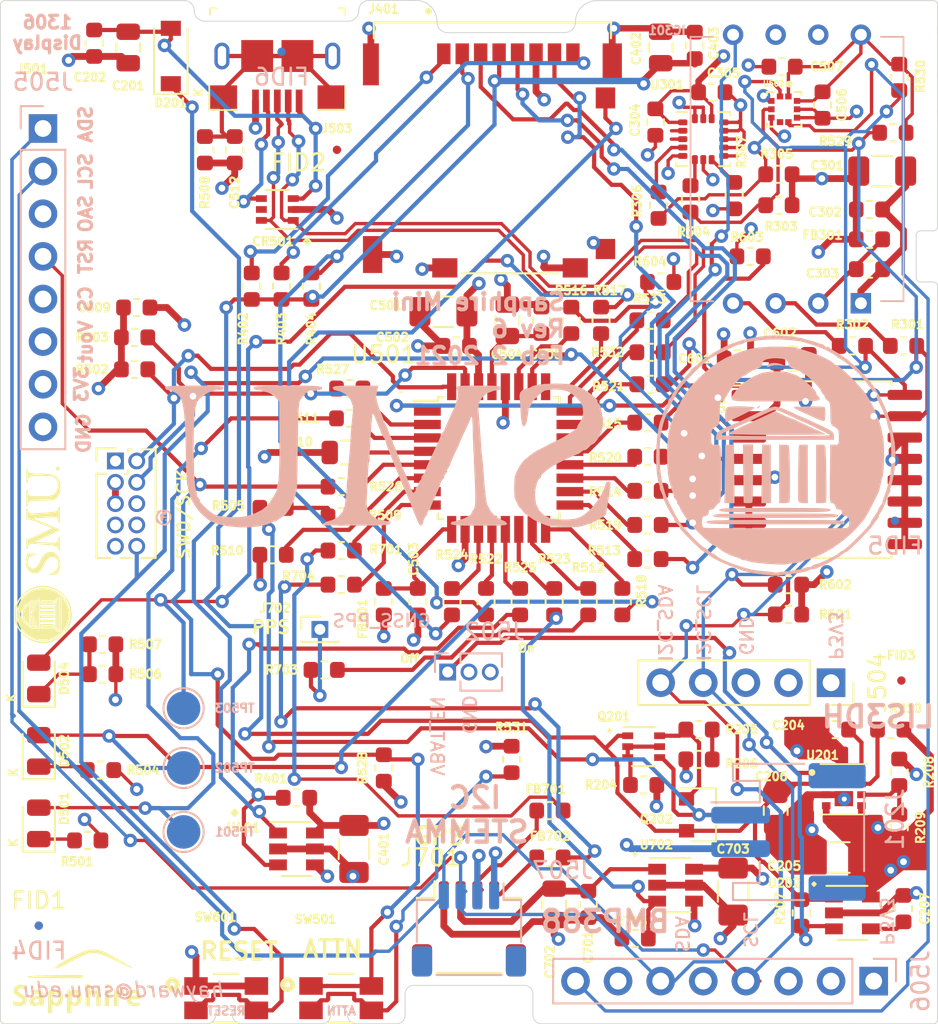
<source format=kicad_pcb>
(kicad_pcb (version 20171130) (host pcbnew "(5.1.6)-1")
  (layers (0 F.Cu signal hide) (1 In1.Cu signal hide) (2 In2.Cu signal hide) (31 B.Cu signal) (34 B.Paste user) (35 F.Paste user hide) (36 B.SilkS user) (37 F.SilkS user hide) (38 B.Mask user) (39 F.Mask user hide) (44 Edge.Cuts user))
  (net 0 "")
  (net 1 GND)
  (net 2 /SapphireMini_Proc/VBUS)
  (net 3 /P3V3)
  (net 4 "Net-(C303-Pad1)")
  (net 5 "Net-(C402-Pad1)")
  (net 6 "Net-(C503-Pad1)")
  (net 7 "Net-(C504-Pad1)")
  (net 8 /SapphireMini_Proc/AREF)
  (net 9 "Net-(C512-Pad1)")
  (net 10 /SapphireMini_Proc/D+)
  (net 11 "Net-(CR501-Pad4)")
  (net 12 /SapphireMini_Proc/D-)
  (net 13 /SapphireMini_Proc/RED_LED)
  (net 14 "Net-(D501-Pad1)")
  (net 15 /SapphireMini_Proc/RED_LED2)
  (net 16 "Net-(D502-Pad1)")
  (net 17 /SapphireMini_Proc/GREEN_LED)
  (net 18 "Net-(D504-Pad1)")
  (net 19 "Net-(FB701-Pad2)")
  (net 20 "Net-(FB701-Pad1)")
  (net 21 "Net-(FB702-Pad2)")
  (net 22 "Net-(FB702-Pad1)")
  (net 23 /SapphireMini_DLHR/DLHR_EOC)
  (net 24 "Net-(IC301-Pad4)")
  (net 25 "Net-(IC301-Pad3)")
  (net 26 /SapphireMini_Power/VBAT)
  (net 27 /SapphireMini_Proc/SD_CD)
  (net 28 "Net-(J401-Pad8)")
  (net 29 /SapphireMini_Proc/SPI_MISO)
  (net 30 /SapphireMini_Proc/SPI_SCK)
  (net 31 /SapphireMini_Proc/SPI_MOSI)
  (net 32 /SapphireMini_Proc/SD_CS)
  (net 33 "Net-(J401-Pad1)")
  (net 34 /SapphireMini_DS3231/RESET)
  (net 35 /SapphireMini_Proc/SWCLK)
  (net 36 /SapphireMini_Proc/SWDIO)
  (net 37 /SapphireMini_Proc/RS232_RXD5)
  (net 38 /SapphireMini_GNSS/RS232_RXD)
  (net 39 /SapphireMini_Proc/VBAT_MON)
  (net 40 /SapphireMini_Proc/LOCAL_PPS)
  (net 41 /SapphireMini_DS3231/32KHz)
  (net 42 /SapphireMini_GNSS/TIMEMARK)
  (net 43 /SapphireMini_GNSS/GNSS_PWR)
  (net 44 /SapphireMini_Proc/SD_PWR)
  (net 45 /SapphireMini_DLHR/I2C_SCL)
  (net 46 /SapphireMini_DLHR/I2C_SDA)
  (net 47 /SapphireMini_Power/VBAT_EN)
  (net 48 "Net-(R505-Pad2)")
  (net 49 "Net-(R511-Pad1)")
  (net 50 "Net-(R512-Pad1)")
  (net 51 "Net-(R513-Pad1)")
  (net 52 "Net-(R514-Pad1)")
  (net 53 "Net-(R515-Pad1)")
  (net 54 "Net-(R516-Pad1)")
  (net 55 "Net-(R517-Pad1)")
  (net 56 "Net-(R518-Pad1)")
  (net 57 "Net-(R519-Pad1)")
  (net 58 "Net-(R520-Pad1)")
  (net 59 "Net-(R521-Pad1)")
  (net 60 "Net-(R522-Pad1)")
  (net 61 "Net-(R523-Pad1)")
  (net 62 "Net-(R524-Pad1)")
  (net 63 "Net-(R525-Pad1)")
  (net 64 "Net-(R526-Pad1)")
  (net 65 "Net-(R527-Pad1)")
  (net 66 "Net-(J702-Pad1)")
  (net 67 "Net-(R531-Pad2)")
  (net 68 "Net-(R532-Pad1)")
  (net 69 "Net-(R533-Pad1)")
  (net 70 "Net-(C701-Pad1)")
  (net 71 "Net-(CR501-Pad5)")
  (net 72 "Net-(IC301-Pad7)")
  (net 73 "Net-(IC301-Pad6)")
  (net 74 "Net-(J501-Pad6)")
  (net 75 "Net-(J501-Pad7)")
  (net 76 "Net-(J501-Pad8)")
  (net 77 "Net-(J502-Pad3)")
  (net 78 "Net-(J504-Pad2)")
  (net 79 "Net-(J506-Pad7)")
  (net 80 "Net-(J506-Pad5)")
  (net 81 "Net-(J506-Pad2)")
  (net 82 /SapphireMini_Proc/UNUSED)
  (net 83 /SapphireMini_Power/PWR_IN)
  (net 84 "Net-(C204-Pad1)")
  (net 85 "Net-(C207-Pad1)")
  (net 86 "Net-(Q201-Pad6)")
  (net 87 "Net-(Q201-Pad2)")
  (net 88 "Net-(R205-Pad2)")
  (net 89 "Net-(R208-Pad2)")
  (net 90 "Net-(R210-Pad2)")
  (net 91 /SapphireMini_Proc/1306Vout)
  (net 92 /SapphireMini_Proc/1306CS)
  (net 93 /SapphireMini_Proc/1306RST)
  (net 94 /SapphireMini_Proc/SA0)
  (net 95 "Net-(U502-Pad6)")
  (net 96 /SapphireMini_Proc/BMP_INT)
  (net 97 "Net-(R304-Pad1)")
  (net 98 "Net-(R306-Pad1)")
  (net 99 "Net-(R307-Pad1)")
  (net 100 "Net-(U301-Pad11)")
  (net 101 "Net-(U301-Pad9)")
  (net 102 "Net-(U301-Pad3)")
  (net 103 "Net-(U301-Pad2)")
  (module Package_LGA:LGA-16_3x3mm_P0.5mm_LayoutBorder3x5y (layer F.Cu) (at 118.11 74.295)
    (fp_text reference U301 (at -2.159 -3.2385) (layer F.SilkS) (effects (font (size 0.508 0.508) (thickness 0.127))))
    (fp_text value LIS3DH)
    (pad 16 smd roundrect (at -0.5 -1.225) (size 0.35 0.55) (layers F.Cu F.Paste F.Mask) (net 1 GND))
    (pad 15 smd roundrect (at 0 -1.225) (size 0.35 0.55) (layers F.Cu F.Paste F.Mask) (net 1 GND))
    (pad 14 smd roundrect (at 0.5 -1.225) (size 0.35 0.55) (layers F.Cu F.Paste F.Mask) (net 3 /P3V3))
    (pad 13 smd roundrect (at 1.225 -1) (size 0.55 0.35) (layers F.Cu F.Paste F.Mask) (net 1 GND))
    (pad 12 smd roundrect (at 1.225 -0.5) (size 0.55 0.35) (layers F.Cu F.Paste F.Mask) (net 1 GND))
    (pad 11 smd roundrect (at 1.225 0) (size 0.55 0.35) (layers F.Cu F.Paste F.Mask) (net 100 "Net-(U301-Pad11)"))
    (pad 10 smd roundrect (at 1.225 0.5) (size 0.55 0.35) (layers F.Cu F.Paste F.Mask) (net 1 GND))
    (pad 9 smd roundrect (at 1.225 1) (size 0.55 0.35) (layers F.Cu F.Paste F.Mask) (net 101 "Net-(U301-Pad9)"))
    (pad 8 smd roundrect (at 0.5 1.225) (size 0.35 0.55) (layers F.Cu F.Paste F.Mask) (net 99 "Net-(R307-Pad1)"))
    (pad 7 smd roundrect (at 0 1.225) (size 0.35 0.55) (layers F.Cu F.Paste F.Mask) (net 1 GND))
    (pad 6 smd roundrect (at -0.5 1.225) (size 0.35 0.55) (layers F.Cu F.Paste F.Mask) (net 98 "Net-(R306-Pad1)"))
    (pad 5 smd roundrect (at -1.225 1) (size 0.55 0.35) (layers F.Cu F.Paste F.Mask) (net 1 GND))
    (pad 4 smd roundrect (at -1.225 0.5) (size 0.55 0.35) (layers F.Cu F.Paste F.Mask) (net 97 "Net-(R304-Pad1)"))
    (pad 3 smd roundrect (at -1.225 0) (size 0.55 0.35) (layers F.Cu F.Paste F.Mask) (net 102 "Net-(U301-Pad3)"))
    (pad 2 smd roundrect (at -1.225 -0.5) (size 0.55 0.35) (layers F.Cu F.Paste F.Mask) (net 103 "Net-(U301-Pad2)"))
    (pad 1 smd roundrect (at -1.225 -1) (size 0.55 0.35) (layers F.Cu F.Paste F.Mask) (net 3 /P3V3))
  )
  (module Resistor_SMD:R_0603_1608Metric (layer F.Cu) (at 119.9515 77.6605 270)
    (fp_text reference R307 (at -2.6035 -0.4445 270) (layer F.SilkS) (effects (font (size 0.508 0.508) (thickness 0.127))))
    (fp_text value 10K)
    (pad 2 smd roundrect (at 0.7875 0 270) (size 0.875 0.95) (layers F.Cu F.Paste F.Mask) (net 3 /P3V3))
    (pad 1 smd roundrect (at -0.7875 0 270) (size 0.875 0.95) (layers F.Cu F.Paste F.Mask) (net 99 "Net-(R307-Pad1)"))
  )
  (module Resistor_SMD:R_0603_1608Metric (layer F.Cu) (at 117.348 77.851 270)
    (fp_text reference R306 (at 0.127 3.175 90) (layer F.SilkS) (effects (font (size 0.508 0.508) (thickness 0.127))))
    (fp_text value 47)
    (pad 2 smd roundrect (at 0.7875 0 270) (size 0.875 0.95) (layers F.Cu F.Paste F.Mask) (net 46 /SapphireMini_DLHR/I2C_SDA))
    (pad 1 smd roundrect (at -0.7875 0 270) (size 0.875 0.95) (layers F.Cu F.Paste F.Mask) (net 98 "Net-(R306-Pad1)"))
  )
  (module Resistor_SMD:R_0603_1608Metric (layer F.Cu) (at 122.6185 78.232)
    (fp_text reference R305 (at -0.127 -3.048) (layer F.SilkS) (effects (font (size 0.508 0.508) (thickness 0.127))))
    (fp_text value 10K)
    (pad 2 smd roundrect (at 0.7875 0) (size 0.875 0.95) (layers F.Cu F.Paste F.Mask) (net 3 /P3V3))
    (pad 1 smd roundrect (at -0.7875 0) (size 0.875 0.95) (layers F.Cu F.Paste F.Mask) (net 46 /SapphireMini_DLHR/I2C_SDA))
  )
  (module Resistor_SMD:R_0603_1608Metric (layer F.Cu) (at 115.443 78.232 270)
    (fp_text reference R304 (at 1.5875 -2.0955 180) (layer F.SilkS) (effects (font (size 0.508 0.508) (thickness 0.127))))
    (fp_text value 47)
    (pad 2 smd roundrect (at 0.7875 0 270) (size 0.875 0.95) (layers F.Cu F.Paste F.Mask) (net 45 /SapphireMini_DLHR/I2C_SCL))
    (pad 1 smd roundrect (at -0.7875 0 270) (size 0.875 0.95) (layers F.Cu F.Paste F.Mask) (net 97 "Net-(R304-Pad1)"))
  )
  (module Resistor_SMD:R_0603_1608Metric (layer F.Cu) (at 122.6185 76.3905)
    (fp_text reference R303 (at 0.127 3.1115) (layer F.SilkS) (effects (font (size 0.508 0.508) (thickness 0.127))))
    (fp_text value 10K)
    (pad 2 smd roundrect (at 0.7875 0) (size 0.875 0.95) (layers F.Cu F.Paste F.Mask) (net 3 /P3V3))
    (pad 1 smd roundrect (at -0.7875 0) (size 0.875 0.95) (layers F.Cu F.Paste F.Mask) (net 45 /SapphireMini_DLHR/I2C_SCL))
  )
  (module Capacitor_SMD:C_0603_1608Metric (layer F.Cu) (at 118.618 71.501)
    (fp_text reference C305 (at 0.6985 -1.143) (layer F.SilkS) (effects (font (size 0.508 0.508) (thickness 0.127))))
    (fp_text value 100nF)
    (pad 2 smd roundrect (at 0.7875 0) (size 0.875 0.95) (layers F.Cu F.Paste F.Mask) (net 1 GND))
    (pad 1 smd roundrect (at -0.7875 0) (size 0.875 0.95) (layers F.Cu F.Paste F.Mask) (net 3 /P3V3))
  )
  (module Capacitor_SMD:C_0603_1608Metric (layer F.Cu) (at 115.2525 73.279 270)
    (fp_text reference C304 (at -0.127 1.2065 90) (layer F.SilkS) (effects (font (size 0.508 0.508) (thickness 0.127))))
    (fp_text value 100nF)
    (pad 2 smd roundrect (at 0.7875 0 270) (size 0.875 0.95) (layers F.Cu F.Paste F.Mask) (net 1 GND))
    (pad 1 smd roundrect (at -0.7875 0 270) (size 0.875 0.95) (layers F.Cu F.Paste F.Mask) (net 3 /P3V3))
  )
  (module MountingHole:MountingHole_3.2mm_M3 (layer F.Cu) (at 111.125 106.68)
    (fp_text reference REF** hide)
    (fp_text value MountingHole_3.2mm_M3 hide)
    (pad 1 np_thru_hole circle (at 0 0) (size 3.2 3.2) (drill 3.2) (layers *.Cu *.Mask))
  )
  (module SapphineMinimal:PQFN50P200X200X80-10N (layer F.Cu) (at 122.936 72.517 270)
    (fp_text reference U502 (at -1.524 0.635 180) (layer F.SilkS) (effects (font (size 0.320434 0.320434) (thickness 0.080109))))
    (fp_text value BMP388)
    (pad 10 smd rect (at -0.5 -0.765 270) (size 0.35 0.38) (layers F.Cu F.Paste F.Mask) (net 3 /P3V3))
    (pad 9 smd rect (at 0 -0.765 270) (size 0.35 0.38) (layers F.Cu F.Paste F.Mask) (net 1 GND))
    (pad 8 smd rect (at 0.5 -0.765 270) (size 0.35 0.38) (layers F.Cu F.Paste F.Mask) (net 1 GND))
    (pad 7 smd rect (at 0.765 -0.25 270) (size 0.35 0.38) (layers F.Cu F.Paste F.Mask) (net 96 /SapphireMini_Proc/BMP_INT))
    (pad 6 smd rect (at 0.765 0.25 270) (size 0.35 0.38) (layers F.Cu F.Paste F.Mask) (net 95 "Net-(U502-Pad6)"))
    (pad 5 smd rect (at 0.5 0.765 270) (size 0.35 0.38) (layers F.Cu F.Paste F.Mask) (net 1 GND))
    (pad 4 smd rect (at 0 0.765 270) (size 0.35 0.38) (layers F.Cu F.Paste F.Mask) (net 46 /SapphireMini_DLHR/I2C_SDA))
    (pad 3 smd rect (at -0.5 0.765 270) (size 0.35 0.38) (layers F.Cu F.Paste F.Mask) (net 1 GND))
    (pad 2 smd rect (at -0.765 0.25 270) (size 0.35 0.38) (layers F.Cu F.Paste F.Mask) (net 45 /SapphireMini_DLHR/I2C_SCL))
    (pad 1 smd rect (at -0.765 -0.25 270) (size 0.35 0.38) (layers F.Cu F.Paste F.Mask) (net 3 /P3V3))
  )
  (module Connector_PinSocket_2.54mm:PinSocket_1x05_P2.54mm_Vertical (layer F.Cu) (at 125.73 106.68 270)
    (fp_text reference J504 (at 0 -2.77 90) (layer F.SilkS))
    (fp_text value Conn_01x05_Female)
    (pad 5 thru_hole oval (at 0 10.16 270) (size 1.7 1.7) (drill 1) (layers *.Cu *.Mask) (net 46 /SapphireMini_DLHR/I2C_SDA))
    (pad 4 thru_hole oval (at 0 7.62 270) (size 1.7 1.7) (drill 1) (layers *.Cu *.Mask) (net 45 /SapphireMini_DLHR/I2C_SCL))
    (pad 3 thru_hole oval (at 0 5.08 270) (size 1.7 1.7) (drill 1) (layers *.Cu *.Mask) (net 1 GND))
    (pad 2 thru_hole oval (at 0 2.54 270) (size 1.7 1.7) (drill 1) (layers *.Cu *.Mask) (net 78 "Net-(J504-Pad2)"))
    (pad 1 thru_hole rect (at 0 0 270) (size 1.7 1.7) (drill 1) (layers *.Cu *.Mask) (net 3 /P3V3))
  )
  (module Connector_JST:JST_SH_SM04B-SRSS-TB_1x04-1MP_P1.00mm_Horizontal (layer B.Cu) (at 104.14 121.412 180)
    (fp_text reference J507 (at -5.588 3.556) (layer B.SilkS) (effects (justify mirror)))
    (fp_text value Conn_01x04_Male hide)
    (pad MP smd roundrect (at 2.8 -1.875 180) (size 1.2 1.8) (layers B.Cu B.Paste B.Mask) (roundrect_rratio 0.208333))
    (pad MP smd roundrect (at -2.8 -1.875 180) (size 1.2 1.8) (layers B.Cu B.Paste B.Mask) (roundrect_rratio 0.208333))
    (pad 4 smd roundrect (at 1.5 2 180) (size 0.6 1.55) (layers B.Cu B.Paste B.Mask) (net 45 /SapphireMini_DLHR/I2C_SCL))
    (pad 3 smd roundrect (at 0.5 2 180) (size 0.6 1.55) (layers B.Cu B.Paste B.Mask) (net 46 /SapphireMini_DLHR/I2C_SDA))
    (pad 2 smd roundrect (at -0.5 2 180) (size 0.6 1.55) (layers B.Cu B.Paste B.Mask) (net 3 /P3V3))
    (pad 1 smd roundrect (at -1.5 2 180) (size 0.6 1.55) (layers B.Cu B.Paste B.Mask) (net 1 GND))
  )
  (module SapphineMinimal:TPS82130SILT (layer F.Cu) (at 126.492 113.03)
    (fp_text reference U201 (at -1.27 -2.032) (layer F.SilkS) (effects (font (size 0.5 0.5) (thickness 0.125))))
    (fp_text value TPS82150 hide)
    (pad 8 smd rect (at 1.05 -0.975 90) (size 0.41 0.51) (layers F.Cu F.Paste F.Mask) (net 84 "Net-(C204-Pad1)"))
    (pad 7 smd rect (at 1.05 -0.325 90) (size 0.41 0.51) (layers F.Cu F.Paste F.Mask) (net 90 "Net-(R210-Pad2)"))
    (pad 6 smd rect (at 1.05 0.325 90) (size 0.41 0.51) (layers F.Cu F.Paste F.Mask) (net 89 "Net-(R208-Pad2)"))
    (pad 5 smd rect (at 1.05 0.975 90) (size 0.41 0.51) (layers F.Cu F.Paste F.Mask) (net 3 /P3V3))
    (pad 4 smd rect (at -1.05 0.975 90) (size 0.41 0.51) (layers F.Cu F.Paste F.Mask) (net 3 /P3V3))
    (pad 3 smd rect (at -1.05 0.325 90) (size 0.41 0.51) (layers F.Cu F.Paste F.Mask) (net 1 GND))
    (pad 2 smd rect (at -1.05 -0.325 90) (size 0.41 0.51) (layers F.Cu F.Paste F.Mask) (net 83 /SapphireMini_Power/PWR_IN))
    (pad 1 smd rect (at -1.05 -0.975 90) (size 0.41 0.51) (layers F.Cu F.Paste F.Mask) (net 47 /SapphireMini_Power/VBAT_EN))
    (pad 9 thru_hole circle (at 0.0254 0.5842) (size 0.8 0.8) (drill 0.3) (layers *.Cu) (net 1 GND))
    (pad 9 smd rect (at 0 -0.5588) (size 1.1 0.9) (layers F.Cu F.Paste F.Mask) (net 1 GND))
    (pad 9 smd rect (at 0 0.5588) (size 1.1 0.9) (layers F.Cu F.Paste F.Mask) (net 1 GND))
  )
  (module Resistor_SMD:R_0603_1608Metric (layer F.Cu) (at 81.407 116.078)
    (fp_text reference R501 (at -0.635 1.27) (layer F.SilkS) (effects (font (size 0.508 0.508) (thickness 0.127))))
    (fp_text value 2K)
    (pad 2 smd roundrect (at 0.7875 0) (size 0.875 0.95) (layers F.Cu F.Paste F.Mask) (net 1 GND))
    (pad 1 smd roundrect (at -0.7875 0) (size 0.875 0.95) (layers F.Cu F.Paste F.Mask) (net 14 "Net-(D501-Pad1)"))
  )
  (module Resistor_SMD:R_0603_1608Metric (layer F.Cu) (at 129.794 70.612 270)
    (fp_text reference R530 (at -0.0635 -1.27 270) (layer F.SilkS) (effects (font (size 0.508 0.508) (thickness 0.127))))
    (fp_text value 4K75)
    (pad 2 smd roundrect (at 0.7875 0 270) (size 0.875 0.95) (layers F.Cu F.Paste F.Mask) (net 45 /SapphireMini_DLHR/I2C_SCL))
    (pad 1 smd roundrect (at -0.7875 0 270) (size 0.875 0.95) (layers F.Cu F.Paste F.Mask) (net 3 /P3V3))
  )
  (module Resistor_SMD:R_0603_1608Metric (layer F.Cu) (at 129.413 73.914 180)
    (fp_text reference R529 (at 3.429 -0.508) (layer F.SilkS) (effects (font (size 0.508 0.508) (thickness 0.127))))
    (fp_text value 4K75)
    (pad 2 smd roundrect (at 0.7875 0 180) (size 0.875 0.95) (layers F.Cu F.Paste F.Mask) (net 46 /SapphireMini_DLHR/I2C_SDA))
    (pad 1 smd roundrect (at -0.7875 0 180) (size 0.875 0.95) (layers F.Cu F.Paste F.Mask) (net 3 /P3V3))
  )
  (module Capacitor_SMD:C_0603_1608Metric (layer F.Cu) (at 122.809 69.977 180)
    (fp_text reference C507 (at -2.667 0) (layer F.SilkS) (effects (font (size 0.508 0.508) (thickness 0.127))))
    (fp_text value 100nF)
    (pad 2 smd roundrect (at 0.7875 0 180) (size 0.875 0.95) (layers F.Cu F.Paste F.Mask) (net 1 GND))
    (pad 1 smd roundrect (at -0.7875 0 180) (size 0.875 0.95) (layers F.Cu F.Paste F.Mask) (net 3 /P3V3))
  )
  (module Capacitor_SMD:C_0603_1608Metric (layer F.Cu) (at 125.222 72.263 270)
    (fp_text reference C506 (at 0 -1.143 90) (layer F.SilkS) (effects (font (size 0.508 0.508) (thickness 0.127))))
    (fp_text value 100nF)
    (pad 2 smd roundrect (at 0.7875 0 270) (size 0.875 0.95) (layers F.Cu F.Paste F.Mask) (net 1 GND))
    (pad 1 smd roundrect (at -0.7875 0 270) (size 0.875 0.95) (layers F.Cu F.Paste F.Mask) (net 3 /P3V3))
  )
  (module Connector_PinHeader_1.27mm:PinHeader_2x05_P1.27mm_Vertical (layer F.Cu) (at 83.058 93.472)
    (fp_text reference J501 (at -4.953 -23.368 180) (layer F.SilkS) (effects (font (size 0.508 0.508) (thickness 0.127))))
    (fp_text value Conn_02x05_Odd_Even hide)
    (pad 10 thru_hole oval (at 1.27 5.08) (size 1 1) (drill 0.65) (layers *.Cu *.Mask) (net 34 /SapphireMini_DS3231/RESET))
    (pad 9 thru_hole oval (at 0 5.08) (size 1 1) (drill 0.65) (layers *.Cu *.Mask) (net 1 GND))
    (pad 8 thru_hole oval (at 1.27 3.81) (size 1 1) (drill 0.65) (layers *.Cu *.Mask) (net 76 "Net-(J501-Pad8)"))
    (pad 7 thru_hole oval (at 0 3.81) (size 1 1) (drill 0.65) (layers *.Cu *.Mask) (net 75 "Net-(J501-Pad7)"))
    (pad 6 thru_hole oval (at 1.27 2.54) (size 1 1) (drill 0.65) (layers *.Cu *.Mask) (net 74 "Net-(J501-Pad6)"))
    (pad 5 thru_hole oval (at 0 2.54) (size 1 1) (drill 0.65) (layers *.Cu *.Mask) (net 1 GND))
    (pad 4 thru_hole oval (at 1.27 1.27) (size 1 1) (drill 0.65) (layers *.Cu *.Mask) (net 35 /SapphireMini_Proc/SWCLK))
    (pad 3 thru_hole oval (at 0 1.27) (size 1 1) (drill 0.65) (layers *.Cu *.Mask) (net 1 GND))
    (pad 2 thru_hole oval (at 1.27 0) (size 1 1) (drill 0.65) (layers *.Cu *.Mask) (net 36 /SapphireMini_Proc/SWDIO))
    (pad 1 thru_hole rect (at 0 0) (size 1 1) (drill 0.65) (layers *.Cu *.Mask) (net 3 /P3V3))
  )
  (module LED_SMD:LED_0805_2012Metric (layer F.Cu) (at 78.486 115.062 90)
    (fp_text reference D501 (at 0.889 1.524 270) (layer F.SilkS) (effects (font (size 0.508 0.508) (thickness 0.127))))
    (fp_text value "RED LED")
    (pad 2 smd roundrect (at 0.9375 0 90) (size 0.975 1.4) (layers F.Cu F.Paste F.Mask) (net 13 /SapphireMini_Proc/RED_LED))
    (pad 1 smd roundrect (at -0.9375 0 90) (size 0.975 1.4) (layers F.Cu F.Paste F.Mask) (net 14 "Net-(D501-Pad1)"))
  )
  (module LED_SMD:LED_0805_2012Metric (layer F.Cu) (at 78.486 110.744 90)
    (fp_text reference D502 (at 0 1.524 270) (layer F.SilkS) (effects (font (size 0.508 0.508) (thickness 0.127))))
    (fp_text value "RED LED")
    (pad 2 smd roundrect (at 0.9375 0 90) (size 0.975 1.4) (layers F.Cu F.Paste F.Mask) (net 15 /SapphireMini_Proc/RED_LED2))
    (pad 1 smd roundrect (at -0.9375 0 90) (size 0.975 1.4) (layers F.Cu F.Paste F.Mask) (net 16 "Net-(D502-Pad1)"))
  )
  (module LED_SMD:LED_0805_2012Metric (layer F.Cu) (at 78.486 106.426 90)
    (fp_text reference D504 (at 0 1.524 270) (layer F.SilkS) (effects (font (size 0.508 0.508) (thickness 0.127))))
    (fp_text value "GREEN LED")
    (pad 2 smd roundrect (at 0.9375 0 90) (size 0.975 1.4) (layers F.Cu F.Paste F.Mask) (net 17 /SapphireMini_Proc/GREEN_LED))
    (pad 1 smd roundrect (at -0.9375 0 90) (size 0.975 1.4) (layers F.Cu F.Paste F.Mask) (net 18 "Net-(D504-Pad1)"))
  )
  (module SapphineMinimal:SW_EVQ-P7J01P (layer F.Cu) (at 96.52 125.476)
    (fp_text reference SW501 (at -1.524 -4.699) (layer F.SilkS) (effects (font (size 0.5 0.5) (thickness 0.125))))
    (fp_text value SW_Push_Dual)
    (pad 2_2 smd rect (at 1.8 0.725) (size 1.4 1.05) (layers F.Cu F.Paste F.Mask) (net 67 "Net-(R531-Pad2)"))
    (pad 1_2 smd rect (at -1.8 0.725) (size 1.4 1.05) (layers F.Cu F.Paste F.Mask) (net 67 "Net-(R531-Pad2)"))
    (pad 2_1 smd rect (at 1.8 -0.725) (size 1.4 1.05) (layers F.Cu F.Paste F.Mask) (net 93 /SapphireMini_Proc/1306RST))
    (pad 1_1 smd rect (at -1.8 -0.725) (size 1.4 1.05) (layers F.Cu F.Paste F.Mask) (net 93 /SapphireMini_Proc/1306RST))
  )
  (module SapphineMinimal:SW_EVQ-P7J01P (layer F.Cu) (at 89.662 125.476)
    (fp_text reference SW601 (at -0.635 -4.826) (layer F.SilkS) (effects (font (size 0.5 0.5) (thickness 0.125))))
    (fp_text value SW_Push_Dual_EVQ-P7J01P)
    (pad 2_2 smd rect (at 1.8 0.725) (size 1.4 1.05) (layers F.Cu F.Paste F.Mask) (net 34 /SapphireMini_DS3231/RESET))
    (pad 1_2 smd rect (at -1.8 0.725) (size 1.4 1.05) (layers F.Cu F.Paste F.Mask) (net 34 /SapphireMini_DS3231/RESET))
    (pad 2_1 smd rect (at 1.8 -0.725) (size 1.4 1.05) (layers F.Cu F.Paste F.Mask) (net 1 GND))
    (pad 1_1 smd rect (at -1.8 -0.725) (size 1.4 1.05) (layers F.Cu F.Paste F.Mask) (net 1 GND))
  )
  (module SapphineMinimal:SMU_Logo_Big2 (layer B.Cu) (at 107.442 93.218 180)
    (fp_text reference G*** hide)
    (fp_text value LOGO hide)
  )
  (module Connector_PinSocket_2.54mm:PinSocket_1x08_P2.54mm_Vertical (layer B.Cu) (at 78.74 73.66 180)
    (fp_text reference J505 (at 0 2.77) (layer B.SilkS) (effects (justify mirror)))
    (fp_text value Conn_01x08_Female hide)
    (pad 8 thru_hole oval (at 0 -17.78 180) (size 1.7 1.7) (drill 1) (layers *.Cu *.Mask) (net 1 GND))
    (pad 7 thru_hole oval (at 0 -15.24 180) (size 1.7 1.7) (drill 1) (layers *.Cu *.Mask) (net 3 /P3V3))
    (pad 6 thru_hole oval (at 0 -12.7 180) (size 1.7 1.7) (drill 1) (layers *.Cu *.Mask) (net 91 /SapphireMini_Proc/1306Vout))
    (pad 5 thru_hole oval (at 0 -10.16 180) (size 1.7 1.7) (drill 1) (layers *.Cu *.Mask) (net 92 /SapphireMini_Proc/1306CS))
    (pad 4 thru_hole oval (at 0 -7.62 180) (size 1.7 1.7) (drill 1) (layers *.Cu *.Mask) (net 93 /SapphireMini_Proc/1306RST))
    (pad 3 thru_hole oval (at 0 -5.08 180) (size 1.7 1.7) (drill 1) (layers *.Cu *.Mask) (net 94 /SapphireMini_Proc/SA0))
    (pad 2 thru_hole oval (at 0 -2.54 180) (size 1.7 1.7) (drill 1) (layers *.Cu *.Mask) (net 45 /SapphireMini_DLHR/I2C_SCL))
    (pad 1 thru_hole rect (at 0 0 180) (size 1.7 1.7) (drill 1) (layers *.Cu *.Mask) (net 46 /SapphireMini_DLHR/I2C_SDA))
  )
  (module TestPoint:TestPoint_Pad_D2.0mm (layer B.Cu) (at 87.122 115.57 180)
    (fp_text reference TP501 (at -3.048 0) (layer B.SilkS) (effects (font (size 0.508 0.508) (thickness 0.127)) (justify mirror)))
    (fp_text value TestPoint hide)
    (pad 1 smd circle (at 0 0 180) (size 2 2) (layers B.Cu B.Mask) (net 13 /SapphireMini_Proc/RED_LED))
  )
  (module Capacitor_SMD:C_1206_3216Metric (layer F.Cu) (at 102.616 84.582 180)
    (fp_text reference C501 (at 3.429 0.381) (layer F.SilkS) (effects (font (size 0.5 0.5) (thickness 0.125))))
    (fp_text value 22uF)
    (pad 2 smd roundrect (at 1.4 0 180) (size 1.25 1.75) (layers F.Cu F.Paste F.Mask) (roundrect_rratio 0.2) (net 1 GND))
    (pad 1 smd roundrect (at -1.4 0 180) (size 1.25 1.75) (layers F.Cu F.Paste F.Mask) (roundrect_rratio 0.2) (net 3 /P3V3))
  )
  (module MountingHole:MountingHole_3.2mm_M3 (layer F.Cu) (at 128.47 102.108)
    (fp_text reference REF** hide)
    (fp_text value MountingHole_3.2mm_M3 hide)
    (pad 1 np_thru_hole circle (at 0 0) (size 3.2 3.2) (drill 3.2) (layers *.Cu *.Mask))
  )
  (module Resistor_SMD:R_0603_1608Metric (layer F.Cu) (at 95.504 105.918 180)
    (fp_text reference R703 (at 2.54 0) (layer F.SilkS) (effects (font (size 0.508 0.508) (thickness 0.127))))
    (fp_text value 47)
    (pad 2 smd roundrect (at 0.7875 0 180) (size 0.875 0.95) (layers F.Cu F.Paste F.Mask) (net 66 "Net-(J702-Pad1)"))
    (pad 1 smd roundrect (at -0.7875 0 180) (size 0.875 0.95) (layers F.Cu F.Paste F.Mask) (net 42 /SapphireMini_GNSS/TIMEMARK))
  )
  (module Resistor_SMD:R_0603_1608Metric (layer F.Cu) (at 91.186 83.058 270)
    (fp_text reference R402 (at 2.54 0.508 90) (layer F.SilkS) (effects (font (size 0.508 0.508) (thickness 0.127))))
    (fp_text value 100K)
    (pad 2 smd roundrect (at 0.7875 0 270) (size 0.875 0.95) (layers F.Cu F.Paste F.Mask) (net 5 "Net-(C402-Pad1)"))
    (pad 1 smd roundrect (at -0.7875 0 270) (size 0.875 0.95) (layers F.Cu F.Paste F.Mask) (net 33 "Net-(J401-Pad1)"))
  )
  (module Resistor_SMD:R_0603_1608Metric (layer F.Cu) (at 92.964 83.058 90)
    (fp_text reference R403 (at -2.54 0 90) (layer F.SilkS) (effects (font (size 0.508 0.508) (thickness 0.127))))
    (fp_text value 100K)
    (pad 2 smd roundrect (at 0.7875 0 90) (size 0.875 0.95) (layers F.Cu F.Paste F.Mask) (net 28 "Net-(J401-Pad8)"))
    (pad 1 smd roundrect (at -0.7875 0 90) (size 0.875 0.95) (layers F.Cu F.Paste F.Mask) (net 5 "Net-(C402-Pad1)"))
  )
  (module Resistor_SMD:R_0603_1608Metric (layer F.Cu) (at 94.742 83.058 90)
    (fp_text reference R404 (at -2.54 0 90) (layer F.SilkS) (effects (font (size 0.508 0.508) (thickness 0.127))))
    (fp_text value 47K5)
    (pad 2 smd roundrect (at 0.7875 0 90) (size 0.875 0.95) (layers F.Cu F.Paste F.Mask) (net 32 /SapphireMini_Proc/SD_CS))
    (pad 1 smd roundrect (at -0.7875 0 90) (size 0.875 0.95) (layers F.Cu F.Paste F.Mask) (net 5 "Net-(C402-Pad1)"))
  )
  (module Fiducial:Fiducial_0.5mm_Mask1mm (layer B.Cu) (at 92.964 69.088)
    (fp_text reference FID6 (at 0 1.5) (layer B.SilkS) (effects (justify mirror)))
    (fp_text value Fiducial_0.5mm_Mask1mm hide)
    (pad "" smd circle (at 0 0) (size 0.5 0.5) (layers B.Cu B.Mask) (clearance 0.25))
  )
  (module Fiducial:Fiducial_0.5mm_Mask1mm (layer B.Cu) (at 129.54 97.028)
    (fp_text reference FID5 (at 0 1.5) (layer B.SilkS) (effects (justify mirror)))
    (fp_text value Fiducial_0.5mm_Mask1mm hide)
    (pad "" smd circle (at 0 0) (size 0.5 0.5) (layers B.Cu B.Mask) (clearance 0.25))
  )
  (module Fiducial:Fiducial_0.5mm_Mask1mm (layer B.Cu) (at 78.486 121.158)
    (fp_text reference FID4 (at 0 1.5) (layer B.SilkS) (effects (justify mirror)))
    (fp_text value Fiducial_0.5mm_Mask1mm hide)
    (pad "" smd circle (at 0 0) (size 0.5 0.5) (layers B.Cu B.Mask) (clearance 0.25))
  )
  (module Fiducial:Fiducial_0.5mm_Mask1mm (layer F.Cu) (at 129.921 106.553)
    (fp_text reference FID3 (at 0 -1.5) (layer F.SilkS) (effects (font (size 0.5174 0.5174) (thickness 0.12935))))
    (fp_text value Fiducial_0.5mm_Mask1mm hide)
    (pad "" smd circle (at 0 0) (size 0.5 0.5) (layers F.Cu F.Mask) (clearance 0.25))
  )
  (module Fiducial:Fiducial_0.5mm_Mask1mm (layer F.Cu) (at 96.266 74.93)
    (fp_text reference FID2 (at -2.286 0.762 180) (layer F.SilkS))
    (fp_text value Fiducial_0.5mm_Mask1mm hide)
    (pad "" smd circle (at 0 0) (size 0.5 0.5) (layers F.Cu F.Mask) (clearance 0.25))
  )
  (module Fiducial:Fiducial_0.5mm_Mask1mm (layer F.Cu) (at 78.486 121.158)
    (fp_text reference FID1 (at 0 -1.5) (layer F.SilkS))
    (fp_text value Fiducial_0.5mm_Mask1mm hide)
    (pad "" smd circle (at 0 0) (size 0.5 0.5) (layers F.Cu F.Mask) (clearance 0.25))
  )
  (module Package_TO_SOT_SMD:SOT-363_SC-70-6 (layer F.Cu) (at 92.71 78.486 180)
    (fp_text reference CR501 (at 0.254 -1.905) (layer F.SilkS) (effects (font (size 0.508 0.508) (thickness 0.127))))
    (fp_text value TPD4E1U06DCKR)
    (pad 6 smd rect (at 0.95 -0.65 180) (size 0.65 0.4) (layers F.Cu F.Paste F.Mask) (net 10 /SapphireMini_Proc/D+))
    (pad 4 smd rect (at 0.95 0.65 180) (size 0.65 0.4) (layers F.Cu F.Paste F.Mask) (net 11 "Net-(CR501-Pad4)"))
    (pad 2 smd rect (at -0.95 0 180) (size 0.65 0.4) (layers F.Cu F.Paste F.Mask) (net 1 GND))
    (pad 5 smd rect (at 0.95 0 180) (size 0.65 0.4) (layers F.Cu F.Paste F.Mask) (net 71 "Net-(CR501-Pad5)"))
    (pad 3 smd rect (at -0.95 0.65 180) (size 0.65 0.4) (layers F.Cu F.Paste F.Mask) (net 2 /SapphireMini_Proc/VBUS))
    (pad 1 smd rect (at -0.95 -0.65 180) (size 0.65 0.4) (layers F.Cu F.Paste F.Mask) (net 12 /SapphireMini_Proc/D-))
  )
  (module Package_SO:SOIC-16W_7.5x10.3mm_P1.27mm (layer F.Cu) (at 125.476 93.98)
    (fp_text reference U601 (at -6.35 -4.318 90) (layer F.SilkS) (effects (font (size 0.508 0.508) (thickness 0.127))))
    (fp_text value DS3231SN)
    (pad 16 smd roundrect (at 4.65 -4.445) (size 2.05 0.6) (layers F.Cu F.Paste F.Mask) (net 45 /SapphireMini_DLHR/I2C_SCL))
    (pad 15 smd roundrect (at 4.65 -3.175) (size 2.05 0.6) (layers F.Cu F.Paste F.Mask) (net 46 /SapphireMini_DLHR/I2C_SDA))
    (pad 14 smd roundrect (at 4.65 -1.905) (size 2.05 0.6) (layers F.Cu F.Paste F.Mask) (net 1 GND))
    (pad 13 smd roundrect (at 4.65 -0.635) (size 2.05 0.6) (layers F.Cu F.Paste F.Mask) (net 1 GND))
    (pad 12 smd roundrect (at 4.65 0.635) (size 2.05 0.6) (layers F.Cu F.Paste F.Mask) (net 1 GND))
    (pad 11 smd roundrect (at 4.65 1.905) (size 2.05 0.6) (layers F.Cu F.Paste F.Mask) (net 1 GND))
    (pad 10 smd roundrect (at 4.65 3.175) (size 2.05 0.6) (layers F.Cu F.Paste F.Mask) (net 1 GND))
    (pad 9 smd roundrect (at 4.65 4.445) (size 2.05 0.6) (layers F.Cu F.Paste F.Mask) (net 1 GND))
    (pad 8 smd roundrect (at -4.65 4.445) (size 2.05 0.6) (layers F.Cu F.Paste F.Mask) (net 1 GND))
    (pad 7 smd roundrect (at -4.65 3.175) (size 2.05 0.6) (layers F.Cu F.Paste F.Mask) (net 1 GND))
    (pad 6 smd roundrect (at -4.65 1.905) (size 2.05 0.6) (layers F.Cu F.Paste F.Mask) (net 1 GND))
    (pad 5 smd roundrect (at -4.65 0.635) (size 2.05 0.6) (layers F.Cu F.Paste F.Mask) (net 1 GND))
    (pad 4 smd roundrect (at -4.65 -0.635) (size 2.05 0.6) (layers F.Cu F.Paste F.Mask) (net 34 /SapphireMini_DS3231/RESET))
    (pad 3 smd roundrect (at -4.65 -1.905) (size 2.05 0.6) (layers F.Cu F.Paste F.Mask) (net 40 /SapphireMini_Proc/LOCAL_PPS))
    (pad 2 smd roundrect (at -4.65 -3.175) (size 2.05 0.6) (layers F.Cu F.Paste F.Mask) (net 3 /P3V3))
    (pad 1 smd roundrect (at -4.65 -4.445) (size 2.05 0.6) (layers F.Cu F.Paste F.Mask) (net 41 /SapphireMini_DS3231/32KHz))
  )
  (module Package_TO_SOT_SMD:SOT-23-5 (layer F.Cu) (at 127 120.396)
    (fp_text reference U202 (at -4.064 -1.778) (layer F.SilkS) (effects (font (size 0.5 0.5) (thickness 0.125))))
    (fp_text value SPX3819M5-L-3-3)
    (pad 5 smd rect (at 1.1 -0.95) (size 1.06 0.65) (layers F.Cu F.Paste F.Mask) (net 3 /P3V3))
    (pad 4 smd rect (at 1.1 0.95) (size 1.06 0.65) (layers F.Cu F.Paste F.Mask) (net 85 "Net-(C207-Pad1)"))
    (pad 3 smd rect (at -1.1 0.95) (size 1.06 0.65) (layers F.Cu F.Paste F.Mask) (net 47 /SapphireMini_Power/VBAT_EN))
    (pad 2 smd rect (at -1.1 0) (size 1.06 0.65) (layers F.Cu F.Paste F.Mask) (net 1 GND))
    (pad 1 smd rect (at -1.1 -0.95) (size 1.06 0.65) (layers F.Cu F.Paste F.Mask) (net 83 /SapphireMini_Power/PWR_IN))
  )
  (module Resistor_SMD:R_0603_1608Metric (layer F.Cu) (at 129.286 109.474 180)
    (fp_text reference R210 (at -0.889 1.27 180) (layer F.SilkS) (effects (font (size 0.5 0.5) (thickness 0.125))))
    (fp_text value 100K)
    (pad 2 smd roundrect (at 0.7875 0 180) (size 0.875 0.95) (layers F.Cu F.Paste F.Mask) (net 90 "Net-(R210-Pad2)"))
    (pad 1 smd roundrect (at -0.7875 0 180) (size 0.875 0.95) (layers F.Cu F.Paste F.Mask) (net 3 /P3V3))
  )
  (module Resistor_SMD:R_0603_1608Metric (layer F.Cu) (at 129.794 115.316 270)
    (fp_text reference R209 (at 0 -1.27 90) (layer F.SilkS) (effects (font (size 0.5 0.5) (thickness 0.125))))
    (fp_text value 309K)
    (pad 2 smd roundrect (at 0.7875 0 270) (size 0.875 0.95) (layers F.Cu F.Paste F.Mask) (net 3 /P3V3))
    (pad 1 smd roundrect (at -0.7875 0 270) (size 0.875 0.95) (layers F.Cu F.Paste F.Mask) (net 89 "Net-(R208-Pad2)"))
  )
  (module Resistor_SMD:R_0603_1608Metric (layer F.Cu) (at 129.794 112.014 270)
    (fp_text reference R208 (at 0 -1.778 90) (layer F.SilkS) (effects (font (size 0.5 0.5) (thickness 0.125))))
    (fp_text value 100K)
    (pad 2 smd roundrect (at 0.7875 0 270) (size 0.875 0.95) (layers F.Cu F.Paste F.Mask) (net 89 "Net-(R208-Pad2)"))
    (pad 1 smd roundrect (at -0.7875 0 270) (size 0.875 0.95) (layers F.Cu F.Paste F.Mask) (net 1 GND))
  )
  (module Resistor_SMD:R_0603_1608Metric (layer F.Cu) (at 123.952 120.396 90)
    (fp_text reference R207 (at 0.254 -1.27 90) (layer F.SilkS) (effects (font (size 0.5 0.5) (thickness 0.125))))
    (fp_text value 100K)
    (pad 2 smd roundrect (at 0.7875 0 90) (size 0.875 0.95) (layers F.Cu F.Paste F.Mask) (net 83 /SapphireMini_Power/PWR_IN))
    (pad 1 smd roundrect (at -0.7875 0 90) (size 0.875 0.95) (layers F.Cu F.Paste F.Mask) (net 47 /SapphireMini_Power/VBAT_EN))
  )
  (module Resistor_SMD:R_0603_1608Metric (layer F.Cu) (at 117.856 111.252 180)
    (fp_text reference R206 (at -2.54 -0.254) (layer F.SilkS) (effects (font (size 0.5 0.5) (thickness 0.125))))
    (fp_text value 47K5)
    (pad 2 smd roundrect (at 0.7875 0 180) (size 0.875 0.95) (layers F.Cu F.Paste F.Mask) (net 1 GND))
    (pad 1 smd roundrect (at -0.7875 0 180) (size 0.875 0.95) (layers F.Cu F.Paste F.Mask) (net 88 "Net-(R205-Pad2)"))
  )
  (module Resistor_SMD:R_0603_1608Metric (layer F.Cu) (at 117.856 109.474)
    (fp_text reference R205 (at 2.54 0) (layer F.SilkS) (effects (font (size 0.5 0.5) (thickness 0.125))))
    (fp_text value 100K)
    (pad 2 smd roundrect (at 0.7875 0) (size 0.875 0.95) (layers F.Cu F.Paste F.Mask) (net 88 "Net-(R205-Pad2)"))
    (pad 1 smd roundrect (at -0.7875 0) (size 0.875 0.95) (layers F.Cu F.Paste F.Mask) (net 86 "Net-(Q201-Pad6)"))
  )
  (module Resistor_SMD:R_0603_1608Metric (layer F.Cu) (at 114.554 112.776)
    (fp_text reference R204 (at -2.54 0) (layer F.SilkS) (effects (font (size 0.5 0.5) (thickness 0.125))))
    (fp_text value 100K)
    (pad 2 smd roundrect (at 0.7875 0) (size 0.875 0.95) (layers F.Cu F.Paste F.Mask) (net 1 GND))
    (pad 1 smd roundrect (at -0.7875 0) (size 0.875 0.95) (layers F.Cu F.Paste F.Mask) (net 87 "Net-(Q201-Pad2)"))
  )
  (module Package_TO_SOT_SMD:SOT-23 (layer F.Cu) (at 118.11 114.554)
    (fp_text reference Q202 (at -2.794 0.254 180) (layer F.SilkS) (effects (font (size 0.5 0.5) (thickness 0.125))))
    (fp_text value IRLML6402TRPBF)
    (pad 3 smd rect (at 1 0) (size 0.9 0.8) (layers F.Cu F.Paste F.Mask) (net 26 /SapphireMini_Power/VBAT))
    (pad 2 smd rect (at -1 0.95) (size 0.9 0.8) (layers F.Cu F.Paste F.Mask) (net 83 /SapphireMini_Power/PWR_IN))
    (pad 1 smd rect (at -1 -0.95) (size 0.9 0.8) (layers F.Cu F.Paste F.Mask) (net 86 "Net-(Q201-Pad6)"))
  )
  (module Package_TO_SOT_SMD:SOT-363_SC-70-6 (layer F.Cu) (at 114.554 110.49)
    (fp_text reference Q201 (at -1.778 -1.778) (layer F.SilkS) (effects (font (size 0.5 0.5) (thickness 0.125))))
    (fp_text value BC857BS)
    (pad 6 smd rect (at 0.95 -0.65) (size 0.65 0.4) (layers F.Cu F.Paste F.Mask) (net 86 "Net-(Q201-Pad6)"))
    (pad 4 smd rect (at 0.95 0.65) (size 0.65 0.4) (layers F.Cu F.Paste F.Mask) (net 26 /SapphireMini_Power/VBAT))
    (pad 2 smd rect (at -0.95 0) (size 0.65 0.4) (layers F.Cu F.Paste F.Mask) (net 87 "Net-(Q201-Pad2)"))
    (pad 5 smd rect (at 0.95 0) (size 0.65 0.4) (layers F.Cu F.Paste F.Mask) (net 87 "Net-(Q201-Pad2)"))
    (pad 3 smd rect (at -0.95 0.65) (size 0.65 0.4) (layers F.Cu F.Paste F.Mask) (net 87 "Net-(Q201-Pad2)"))
    (pad 1 smd rect (at -0.95 -0.65) (size 0.65 0.4) (layers F.Cu F.Paste F.Mask) (net 83 /SapphireMini_Power/PWR_IN))
  )
  (module Diode_SMD:D_SOD-123 (layer F.Cu) (at 86.36 69.342 90)
    (fp_text reference D201 (at -2.794 0 180) (layer F.SilkS) (effects (font (size 0.5 0.5) (thickness 0.125))))
    (fp_text value MBR180)
    (pad 2 smd rect (at 1.65 0 90) (size 0.9 1.2) (layers F.Cu F.Paste F.Mask) (net 2 /SapphireMini_Proc/VBUS))
    (pad 1 smd rect (at -1.65 0 90) (size 0.9 1.2) (layers F.Cu F.Paste F.Mask) (net 83 /SapphireMini_Power/PWR_IN))
  )
  (module Capacitor_SMD:C_0603_1608Metric (layer F.Cu) (at 130.048 120.142 90)
    (fp_text reference C207 (at 0 1.27 90) (layer F.SilkS) (effects (font (size 0.5 0.5) (thickness 0.125))))
    (fp_text value 100nF)
    (pad 2 smd roundrect (at 0.7875 0 90) (size 0.875 0.95) (layers F.Cu F.Paste F.Mask) (net 1 GND))
    (pad 1 smd roundrect (at -0.7875 0 90) (size 0.875 0.95) (layers F.Cu F.Paste F.Mask) (net 85 "Net-(C207-Pad1)"))
  )
  (module Capacitor_SMD:C_0805_2012Metric (layer F.Cu) (at 122.428 114.3 270)
    (fp_text reference C206 (at -2.032 0.254 180) (layer F.SilkS) (effects (font (size 0.5 0.5) (thickness 0.125))))
    (fp_text value 10uF)
    (pad 2 smd roundrect (at 0.9375 0 270) (size 0.975 1.4) (layers F.Cu F.Paste F.Mask) (net 1 GND))
    (pad 1 smd roundrect (at -0.9375 0 270) (size 0.975 1.4) (layers F.Cu F.Paste F.Mask) (net 83 /SapphireMini_Power/PWR_IN))
  )
  (module Capacitor_SMD:C_1206_3216Metric (layer F.Cu) (at 126.238 117.094 180)
    (fp_text reference C205 (at 3.302 -0.508) (layer F.SilkS) (effects (font (size 0.52 0.52) (thickness 0.13))))
    (fp_text value 22uF)
    (pad 2 smd roundrect (at 1.4 0 180) (size 1.25 1.75) (layers F.Cu F.Paste F.Mask) (roundrect_rratio 0.2) (net 1 GND))
    (pad 1 smd roundrect (at -1.4 0 180) (size 1.25 1.75) (layers F.Cu F.Paste F.Mask) (roundrect_rratio 0.2) (net 3 /P3V3))
  )
  (module Capacitor_SMD:C_0603_1608Metric (layer F.Cu) (at 125.984 109.474 180)
    (fp_text reference C204 (at 2.794 0.254) (layer F.SilkS) (effects (font (size 0.5 0.5) (thickness 0.125))))
    (fp_text value 560pF)
    (pad 2 smd roundrect (at 0.7875 0 180) (size 0.875 0.95) (layers F.Cu F.Paste F.Mask) (net 1 GND))
    (pad 1 smd roundrect (at -0.7875 0 180) (size 0.875 0.95) (layers F.Cu F.Paste F.Mask) (net 84 "Net-(C204-Pad1)"))
  )
  (module Capacitor_SMD:C_0603_1608Metric (layer F.Cu) (at 81.788 68.58 270)
    (fp_text reference C202 (at 2.032 0.254 180) (layer F.SilkS) (effects (font (size 0.5 0.5) (thickness 0.125))))
    (fp_text value 100nF)
    (pad 2 smd roundrect (at 0.7875 0 270) (size 0.875 0.95) (layers F.Cu F.Paste F.Mask) (net 1 GND))
    (pad 1 smd roundrect (at -0.7875 0 270) (size 0.875 0.95) (layers F.Cu F.Paste F.Mask) (net 2 /SapphireMini_Proc/VBUS))
  )
  (module Capacitor_SMD:C_0805_2012Metric (layer F.Cu) (at 83.82 68.834 270)
    (fp_text reference C201 (at 2.286 0 180) (layer F.SilkS) (effects (font (size 0.5 0.5) (thickness 0.125))))
    (fp_text value 10uF)
    (pad 2 smd roundrect (at 0.9375 0 270) (size 0.975 1.4) (layers F.Cu F.Paste F.Mask) (net 1 GND))
    (pad 1 smd roundrect (at -0.9375 0 270) (size 0.975 1.4) (layers F.Cu F.Paste F.Mask) (net 2 /SapphireMini_Proc/VBUS))
  )
  (module Connector_PinHeader_1.27mm:PinHeader_1x03_P1.27mm_Vertical (layer B.Cu) (at 102.87 106.045 270)
    (fp_text reference J502 (at -2.413 -2.794 180) (layer B.SilkS) (effects (justify mirror)))
    (fp_text value Conn_01x03_Male hide)
    (pad 3 thru_hole oval (at 0 -2.54 270) (size 1 1) (drill 0.65) (layers *.Cu *.Mask) (net 77 "Net-(J502-Pad3)"))
    (pad 2 thru_hole oval (at 0 -1.27 270) (size 1 1) (drill 0.65) (layers *.Cu *.Mask) (net 1 GND))
    (pad 1 thru_hole rect (at 0 0 270) (size 1 1) (drill 0.65) (layers *.Cu *.Mask) (net 47 /SapphireMini_Power/VBAT_EN))
  )
  (module MountingHole:MountingHole_3.2mm_M3 (layer F.Cu) (at 83.97 120.37)
    (fp_text reference REF** hide)
    (fp_text value MountingHole_3.2mm_M3 hide)
    (pad 1 np_thru_hole circle (at 0 0) (size 3.2 3.2) (drill 3.2) (layers *.Cu *.Mask))
  )
  (module MountingHole:MountingHole_3.2mm_M3 (layer F.Cu) (at 83.97 75.47)
    (fp_text reference REF** hide)
    (fp_text value MountingHole_3.2mm_M3 hide)
    (pad 1 np_thru_hole circle (at 0 0) (size 3.2 3.2) (drill 3.2) (layers *.Cu *.Mask))
  )
  (module LOGOS:SMULogo1 (layer F.Cu) (at 87.376 131.826)
    (fp_text reference G*** hide)
    (fp_text value LOGO hide)
  )
  (module LOGOS:Sapphire_logo (layer F.Cu) (at 80.772 124.46)
    (fp_text reference G*** hide)
    (fp_text value LOGO hide)
  )
  (module LOGOS:SMU_Logo (layer F.Cu) (at 78.74 99.06 90)
    (fp_text reference G*** hide)
    (fp_text value LOGO hide)
  )
  (module Connector_JST:JST_SH_SM04B-SRSS-TB_1x04-1MP_P1.00mm_Horizontal (layer F.Cu) (at 104.14 121.285)
    (fp_text reference J701 (at -2.286 -4.191) (layer F.SilkS))
    (fp_text value Conn_01x04_Male)
    (pad MP smd roundrect (at 2.8 1.875) (size 1.2 1.8) (layers F.Cu F.Paste F.Mask) (roundrect_rratio 0.208333))
    (pad MP smd roundrect (at -2.8 1.875) (size 1.2 1.8) (layers F.Cu F.Paste F.Mask) (roundrect_rratio 0.208333))
    (pad 3 smd roundrect (at 1.5 -2) (size 0.6 1.55) (layers F.Cu F.Paste F.Mask) (net 21 "Net-(FB702-Pad2)"))
    (pad 2 smd roundrect (at 0.5 -2) (size 0.6 1.55) (layers F.Cu F.Paste F.Mask) (net 20 "Net-(FB701-Pad1)"))
    (pad 1 smd roundrect (at -0.5 -2) (size 0.6 1.55) (layers F.Cu F.Paste F.Mask) (net 70 "Net-(C701-Pad1)"))
    (pad 4 smd roundrect (at -1.5 -2) (size 0.6 1.55) (layers F.Cu F.Paste F.Mask) (net 1 GND))
  )
  (module digikey-footprints:USB_Micro_B_Female_10118193-0001LF (layer F.Cu) (at 92.71 69.342 180)
    (fp_text reference J503 (at -3.556 -4.318 180) (layer F.SilkS) (effects (font (size 0.5 0.5) (thickness 0.125))))
    (fp_text value USB_B_Micro)
    (pad 6 smd rect (at 1.2 0 180) (size 1.9 1.9) (layers F.Cu F.Paste F.Mask) (net 9 "Net-(C512-Pad1)"))
    (pad 6 smd rect (at -1.2 0 180) (size 1.9 1.9) (layers F.Cu F.Paste F.Mask) (net 9 "Net-(C512-Pad1)"))
    (pad 6 smd rect (at 3.2 -2.45 180) (size 1.6 1.4) (layers F.Cu F.Paste F.Mask) (net 9 "Net-(C512-Pad1)"))
    (pad 6 smd rect (at -3.2 -2.45 180) (size 1.6 1.4) (layers F.Cu F.Paste F.Mask) (net 9 "Net-(C512-Pad1)"))
    (pad 6 thru_hole oval (at -3.3 0 180) (size 0.9 1.6) (drill oval 0.5 1.2) (layers *.Cu *.Mask) (net 9 "Net-(C512-Pad1)"))
    (pad 6 thru_hole oval (at 3.3 0 180) (size 0.9 1.6) (drill oval 0.5 1.2) (layers *.Cu *.Mask) (net 9 "Net-(C512-Pad1)"))
    (pad 1 smd rect (at -1.3 -2.675 180) (size 0.4 1.35) (layers F.Cu F.Paste F.Mask) (net 2 /SapphireMini_Proc/VBUS))
    (pad 2 smd rect (at -0.65 -2.675 180) (size 0.4 1.35) (layers F.Cu F.Paste F.Mask) (net 12 /SapphireMini_Proc/D-))
    (pad 5 smd rect (at 1.3 -2.675 180) (size 0.4 1.35) (layers F.Cu F.Paste F.Mask) (net 1 GND))
    (pad 4 smd rect (at 0.65 -2.675 180) (size 0.4 1.35) (layers F.Cu F.Paste F.Mask) (net 11 "Net-(CR501-Pad4)"))
    (pad 3 smd rect (at 0 -2.675 180) (size 0.4 1.35) (layers F.Cu F.Paste F.Mask) (net 10 /SapphireMini_Proc/D+))
  )
  (module Custom_footprints:MOLEX_503182-1852 (layer F.Cu) (at 105.537 75.565)
    (fp_text reference J401 (at -6.477 -9.017 180) (layer F.SilkS) (effects (font (size 0.508 0.508) (thickness 0.127))))
    (fp_text value 503182-1852)
    (pad P5 smd rect (at 4.94 6.4) (size 1.5 1.15) (layers F.Cu F.Paste F.Mask) (net 1 GND))
    (pad P4 smd rect (at -2.84 6.4) (size 1.5 1.15) (layers F.Cu F.Paste F.Mask) (net 1 GND))
    (pad P3 smd rect (at -7.145 5.605) (size 1.15 2.2) (layers F.Cu F.Paste F.Mask) (net 1 GND))
    (pad DT smd rect (at 6.74 5.275) (size 1.16 1.2) (layers F.Cu F.Paste F.Mask) (net 1 GND))
    (pad SW smd rect (at 6.74 -3.725) (size 1.16 1.25) (layers F.Cu F.Paste F.Mask) (net 27 /SapphireMini_Proc/SD_CD))
    (pad P2 smd rect (at 7.145 -5.875) (size 1.15 2.2) (layers F.Cu F.Paste F.Mask) (net 1 GND))
    (pad P1 smd rect (at -7.245 -5.725) (size 0.95 2.5) (layers F.Cu F.Paste F.Mask) (net 1 GND))
    (pad 8 smd rect (at 4.8 -6.355) (size 0.8 1.24) (layers F.Cu F.Paste F.Mask) (net 28 "Net-(J401-Pad8)"))
    (pad 7 smd rect (at 3.7 -6.355) (size 0.8 1.24) (layers F.Cu F.Paste F.Mask) (net 29 /SapphireMini_Proc/SPI_MISO))
    (pad 6 smd rect (at 2.6 -6.355) (size 0.8 1.24) (layers F.Cu F.Paste F.Mask) (net 1 GND))
    (pad 5 smd rect (at 1.5 -6.355) (size 0.8 1.24) (layers F.Cu F.Paste F.Mask) (net 30 /SapphireMini_Proc/SPI_SCK))
    (pad 4 smd rect (at 0.4 -6.355) (size 0.8 1.24) (layers F.Cu F.Paste F.Mask) (net 5 "Net-(C402-Pad1)"))
    (pad 3 smd rect (at -0.7 -6.355) (size 0.8 1.24) (layers F.Cu F.Paste F.Mask) (net 31 /SapphireMini_Proc/SPI_MOSI))
    (pad 2 smd rect (at -1.8 -6.355) (size 0.8 1.24) (layers F.Cu F.Paste F.Mask) (net 32 /SapphireMini_Proc/SD_CS))
    (pad 1 smd rect (at -2.9 -6.355) (size 0.8 1.24) (layers F.Cu F.Paste F.Mask) (net 33 "Net-(J401-Pad1)"))
  )
  (module Resistor_SMD:R_0603_1608Metric (layer F.Cu) (at 114.935 85.09)
    (fp_text reference R533 (at -0.01778 -1.28016) (layer F.SilkS) (effects (font (size 0.508 0.508) (thickness 0.127))))
    (fp_text value 47)
    (pad 2 smd roundrect (at 0.7875 0) (size 0.875 0.95) (layers F.Cu F.Paste F.Mask) (net 10 /SapphireMini_Proc/D+))
    (pad 1 smd roundrect (at -0.7875 0) (size 0.875 0.95) (layers F.Cu F.Paste F.Mask) (net 69 "Net-(R533-Pad1)"))
  )
  (module Resistor_SMD:R_0603_1608Metric (layer F.Cu) (at 114.935 86.995)
    (fp_text reference R532 (at -2.54 0) (layer F.SilkS) (effects (font (size 0.508 0.508) (thickness 0.127))))
    (fp_text value 47)
    (pad 2 smd roundrect (at 0.7875 0) (size 0.875 0.95) (layers F.Cu F.Paste F.Mask) (net 12 /SapphireMini_Proc/D-))
    (pad 1 smd roundrect (at -0.7875 0) (size 0.875 0.95) (layers F.Cu F.Paste F.Mask) (net 68 "Net-(R532-Pad1)"))
  )
  (module Connector_PinHeader_1.27mm:PinHeader_1x01_P1.27mm_Vertical (layer F.Cu) (at 95.25 103.505)
    (fp_text reference J702 (at -2.667 -1.27) (layer F.SilkS) (effects (font (size 0.508 0.508) (thickness 0.127))))
    (fp_text value Conn_01x01_Male)
    (pad 1 thru_hole rect (at 0 0) (size 1 1) (drill 0.65) (layers *.Cu *.Mask) (net 66 "Net-(J702-Pad1)"))
  )
  (module Resistor_SMD:R_0603_1608Metric (layer F.Cu) (at 106.68 111.252 270)
    (fp_text reference R531 (at -1.905 0) (layer F.SilkS) (effects (font (size 0.508 0.508) (thickness 0.127))))
    (fp_text value 2K)
    (pad 2 smd roundrect (at 0.7875 0 270) (size 0.875 0.95) (layers F.Cu F.Paste F.Mask) (net 67 "Net-(R531-Pad2)"))
    (pad 1 smd roundrect (at -0.7875 0 270) (size 0.875 0.95) (layers F.Cu F.Paste F.Mask) (net 3 /P3V3))
  )
  (module TestPoint:TestPoint_Pad_D2.0mm (layer B.Cu) (at 87.122 108.204 180)
    (fp_text reference TP503 (at -3.048 0) (layer B.SilkS) (effects (font (size 0.508 0.508) (thickness 0.127)) (justify mirror)))
    (fp_text value TestPoint hide)
    (pad 1 smd circle (at 0 0 180) (size 2 2) (layers B.Cu B.Mask) (net 17 /SapphireMini_Proc/GREEN_LED))
  )
  (module TestPoint:TestPoint_Pad_D2.0mm (layer B.Cu) (at 87.122 111.76 180)
    (fp_text reference TP502 (at -3.048 0) (layer B.SilkS) (effects (font (size 0.508 0.508) (thickness 0.127)) (justify mirror)))
    (fp_text value TestPoint hide)
    (pad 1 smd circle (at 0 0 180) (size 2 2) (layers B.Cu B.Mask) (net 15 /SapphireMini_Proc/RED_LED2))
  )
  (module Package_QFP:TQFP-32_7x7mm_P0.8mm (layer F.Cu) (at 105.908322 93.296084)
    (fp_text reference U501 (at -6.848322 -6.174084) (layer F.SilkS))
    (fp_text value ATSAMD21E18A-AUT)
    (pad 32 smd rect (at -2.8 -4.25 90) (size 1.6 0.55) (layers F.Cu F.Paste F.Mask) (net 36 /SapphireMini_Proc/SWDIO))
    (pad 31 smd rect (at -2 -4.25 90) (size 1.6 0.55) (layers F.Cu F.Paste F.Mask) (net 35 /SapphireMini_Proc/SWCLK))
    (pad 30 smd rect (at -1.2 -4.25 90) (size 1.6 0.55) (layers F.Cu F.Paste F.Mask) (net 3 /P3V3))
    (pad 29 smd rect (at -0.4 -4.25 90) (size 1.6 0.55) (layers F.Cu F.Paste F.Mask) (net 7 "Net-(C504-Pad1)"))
    (pad 28 smd rect (at 0.4 -4.25 90) (size 1.6 0.55) (layers F.Cu F.Paste F.Mask) (net 1 GND))
    (pad 27 smd rect (at 1.2 -4.25 90) (size 1.6 0.55) (layers F.Cu F.Paste F.Mask) (net 54 "Net-(R516-Pad1)"))
    (pad 26 smd rect (at 2 -4.25 90) (size 1.6 0.55) (layers F.Cu F.Paste F.Mask) (net 34 /SapphireMini_DS3231/RESET))
    (pad 25 smd rect (at 2.8 -4.25 90) (size 1.6 0.55) (layers F.Cu F.Paste F.Mask) (net 55 "Net-(R517-Pad1)"))
    (pad 24 smd rect (at 4.25 -2.8) (size 1.6 0.55) (layers F.Cu F.Paste F.Mask) (net 69 "Net-(R533-Pad1)"))
    (pad 23 smd rect (at 4.25 -2) (size 1.6 0.55) (layers F.Cu F.Paste F.Mask) (net 68 "Net-(R532-Pad1)"))
    (pad 22 smd rect (at 4.25 -1.2) (size 1.6 0.55) (layers F.Cu F.Paste F.Mask) (net 59 "Net-(R521-Pad1)"))
    (pad 21 smd rect (at 4.25 -0.4) (size 1.6 0.55) (layers F.Cu F.Paste F.Mask) (net 53 "Net-(R515-Pad1)"))
    (pad 20 smd rect (at 4.25 0.4) (size 1.6 0.55) (layers F.Cu F.Paste F.Mask) (net 58 "Net-(R520-Pad1)"))
    (pad 19 smd rect (at 4.25 1.2) (size 1.6 0.55) (layers F.Cu F.Paste F.Mask) (net 52 "Net-(R514-Pad1)"))
    (pad 18 smd rect (at 4.25 2) (size 1.6 0.55) (layers F.Cu F.Paste F.Mask) (net 57 "Net-(R519-Pad1)"))
    (pad 17 smd rect (at 4.25 2.8) (size 1.6 0.55) (layers F.Cu F.Paste F.Mask) (net 51 "Net-(R513-Pad1)"))
    (pad 16 smd rect (at 2.8 4.25 90) (size 1.6 0.55) (layers F.Cu F.Paste F.Mask) (net 56 "Net-(R518-Pad1)"))
    (pad 15 smd rect (at 2 4.25 90) (size 1.6 0.55) (layers F.Cu F.Paste F.Mask) (net 50 "Net-(R512-Pad1)"))
    (pad 14 smd rect (at 1.2 4.25 90) (size 1.6 0.55) (layers F.Cu F.Paste F.Mask) (net 61 "Net-(R523-Pad1)"))
    (pad 13 smd rect (at 0.4 4.25 90) (size 1.6 0.55) (layers F.Cu F.Paste F.Mask) (net 63 "Net-(R525-Pad1)"))
    (pad 12 smd rect (at -0.4 4.25 90) (size 1.6 0.55) (layers F.Cu F.Paste F.Mask) (net 60 "Net-(R522-Pad1)"))
    (pad 11 smd rect (at -1.2 4.25 90) (size 1.6 0.55) (layers F.Cu F.Paste F.Mask) (net 62 "Net-(R524-Pad1)"))
    (pad 10 smd rect (at -2 4.25 90) (size 1.6 0.55) (layers F.Cu F.Paste F.Mask) (net 1 GND))
    (pad 9 smd rect (at -2.8 4.25 90) (size 1.6 0.55) (layers F.Cu F.Paste F.Mask) (net 6 "Net-(C503-Pad1)"))
    (pad 8 smd rect (at -4.25 2.8) (size 1.6 0.55) (layers F.Cu F.Paste F.Mask) (net 37 /SapphireMini_Proc/RS232_RXD5))
    (pad 7 smd rect (at -4.25 2) (size 1.6 0.55) (layers F.Cu F.Paste F.Mask) (net 38 /SapphireMini_GNSS/RS232_RXD))
    (pad 6 smd rect (at -4.25 1.2) (size 1.6 0.55) (layers F.Cu F.Paste F.Mask) (net 39 /SapphireMini_Proc/VBAT_MON))
    (pad 5 smd rect (at -4.25 0.4) (size 1.6 0.55) (layers F.Cu F.Paste F.Mask) (net 64 "Net-(R526-Pad1)"))
    (pad 4 smd rect (at -4.25 -0.4) (size 1.6 0.55) (layers F.Cu F.Paste F.Mask) (net 8 /SapphireMini_Proc/AREF))
    (pad 3 smd rect (at -4.25 -1.2) (size 1.6 0.55) (layers F.Cu F.Paste F.Mask) (net 49 "Net-(R511-Pad1)"))
    (pad 2 smd rect (at -4.25 -2) (size 1.6 0.55) (layers F.Cu F.Paste F.Mask) (net 65 "Net-(R527-Pad1)"))
    (pad 1 smd rect (at -4.25 -2.8) (size 1.6 0.55) (layers F.Cu F.Paste F.Mask) (net 41 /SapphireMini_DS3231/32KHz))
  )
  (module Resistor_SMD:R_0603_1608Metric (layer F.Cu) (at 115.57 82.804 180)
    (fp_text reference R604 (at 0.635 1.2065) (layer F.SilkS) (effects (font (size 0.508 0.508) (thickness 0.127))))
    (fp_text value 47K5)
    (pad 2 smd roundrect (at 0.7875 0 180) (size 0.875 0.95) (layers F.Cu F.Paste F.Mask) (net 40 /SapphireMini_Proc/LOCAL_PPS))
    (pad 1 smd roundrect (at -0.7875 0 180) (size 0.875 0.95) (layers F.Cu F.Paste F.Mask) (net 3 /P3V3))
  )
  (module Resistor_SMD:R_0603_1608Metric (layer F.Cu) (at 99.06 111.76 270)
    (fp_text reference R528 (at 0 1.27 270) (layer F.SilkS) (effects (font (size 0.508 0.508) (thickness 0.127))))
    (fp_text value 47K5)
    (pad 2 smd roundrect (at 0.7875 0 270) (size 0.875 0.95) (layers F.Cu F.Paste F.Mask) (net 1 GND))
    (pad 1 smd roundrect (at -0.7875 0 270) (size 0.875 0.95) (layers F.Cu F.Paste F.Mask) (net 93 /SapphireMini_Proc/1306RST))
  )
  (module Capacitor_SMD:C_1206_3216Metric (layer F.Cu) (at 97.282 116.586 270)
    (fp_text reference C401 (at 0 -1.778 90) (layer F.SilkS) (effects (font (size 0.508 0.508) (thickness 0.127))))
    (fp_text value 22uF)
    (pad 2 smd roundrect (at 1.4 0 270) (size 1.25 1.75) (layers F.Cu F.Paste F.Mask) (roundrect_rratio 0.2) (net 1 GND))
    (pad 1 smd roundrect (at -1.4 0 270) (size 1.25 1.75) (layers F.Cu F.Paste F.Mask) (roundrect_rratio 0.2) (net 3 /P3V3))
  )
  (module Resistor_SMD:R_0603_1608Metric (layer F.Cu) (at 97.028 89.154 180)
    (fp_text reference R527 (at 1.016 1.143) (layer F.SilkS) (effects (font (size 0.508 0.508) (thickness 0.127))))
    (fp_text value 47)
    (pad 2 smd roundrect (at 0.7875 0 180) (size 0.875 0.95) (layers F.Cu F.Paste F.Mask) (net 82 /SapphireMini_Proc/UNUSED))
    (pad 1 smd roundrect (at -0.7875 0 180) (size 0.875 0.95) (layers F.Cu F.Paste F.Mask) (net 65 "Net-(R527-Pad1)"))
  )
  (module Resistor_SMD:R_0603_1608Metric (layer F.Cu) (at 96.52 94.996 180)
    (fp_text reference R526 (at -2.667 0) (layer F.SilkS) (effects (font (size 0.508 0.508) (thickness 0.127))))
    (fp_text value 47)
    (pad 2 smd roundrect (at 0.7875 0 180) (size 0.875 0.95) (layers F.Cu F.Paste F.Mask) (net 93 /SapphireMini_Proc/1306RST))
    (pad 1 smd roundrect (at -0.7875 0 180) (size 0.875 0.95) (layers F.Cu F.Paste F.Mask) (net 64 "Net-(R526-Pad1)"))
  )
  (module Capacitor_SMD:C_1206_3216Metric (layer F.Cu) (at 119.888 119.126 270)
    (fp_text reference C703 (at -2.54 0 180) (layer F.SilkS) (effects (font (size 0.508 0.508) (thickness 0.127))))
    (fp_text value 22uF)
    (pad 2 smd roundrect (at 1.4 0 270) (size 1.25 1.75) (layers F.Cu F.Paste F.Mask) (roundrect_rratio 0.2) (net 1 GND))
    (pad 1 smd roundrect (at -1.4 0 270) (size 1.25 1.75) (layers F.Cu F.Paste F.Mask) (roundrect_rratio 0.2) (net 3 /P3V3))
  )
  (module Capacitor_SMD:C_1206_3216Metric (layer F.Cu) (at 128.778 76.2)
    (fp_text reference C301 (at -3.2766 -0.3302 180) (layer F.SilkS) (effects (font (size 0.508 0.508) (thickness 0.127))))
    (fp_text value 22uF)
    (pad 2 smd roundrect (at 1.4 0) (size 1.25 1.75) (layers F.Cu F.Paste F.Mask) (roundrect_rratio 0.2) (net 1 GND))
    (pad 1 smd roundrect (at -1.4 0) (size 1.25 1.75) (layers F.Cu F.Paste F.Mask) (roundrect_rratio 0.2) (net 3 /P3V3))
  )
  (module Resistor_SMD:R_0603_1608Metric (layer F.Cu) (at 107.188 101.854 270)
    (fp_text reference R525 (at -2.032 0 180) (layer F.SilkS) (effects (font (size 0.508 0.508) (thickness 0.127))))
    (fp_text value 47)
    (pad 2 smd roundrect (at 0.7875 0 270) (size 0.875 0.95) (layers F.Cu F.Paste F.Mask) (net 44 /SapphireMini_Proc/SD_PWR))
    (pad 1 smd roundrect (at -0.7875 0 270) (size 0.875 0.95) (layers F.Cu F.Paste F.Mask) (net 63 "Net-(R525-Pad1)"))
  )
  (module Resistor_SMD:R_0603_1608Metric (layer F.Cu) (at 103.124 101.854 270)
    (fp_text reference R524 (at -2.794 0 180) (layer F.SilkS) (effects (font (size 0.508 0.508) (thickness 0.127))))
    (fp_text value 47)
    (pad 2 smd roundrect (at 0.7875 0 270) (size 0.875 0.95) (layers F.Cu F.Paste F.Mask) (net 32 /SapphireMini_Proc/SD_CS))
    (pad 1 smd roundrect (at -0.7875 0 270) (size 0.875 0.95) (layers F.Cu F.Paste F.Mask) (net 62 "Net-(R524-Pad1)"))
  )
  (module Resistor_SMD:R_0603_1608Metric (layer F.Cu) (at 109.22 101.854 270)
    (fp_text reference R523 (at -2.54 0 180) (layer F.SilkS) (effects (font (size 0.508 0.508) (thickness 0.127))))
    (fp_text value 47)
    (pad 2 smd roundrect (at 0.7875 0 270) (size 0.875 0.95) (layers F.Cu F.Paste F.Mask) (net 43 /SapphireMini_GNSS/GNSS_PWR))
    (pad 1 smd roundrect (at -0.7875 0 270) (size 0.875 0.95) (layers F.Cu F.Paste F.Mask) (net 61 "Net-(R523-Pad1)"))
  )
  (module Resistor_SMD:R_0603_1608Metric (layer F.Cu) (at 105.156 101.854 270)
    (fp_text reference R522 (at -2.54 0 180) (layer F.SilkS) (effects (font (size 0.508 0.508) (thickness 0.127))))
    (fp_text value 2K)
    (pad 2 smd roundrect (at 0.7875 0 270) (size 0.875 0.95) (layers F.Cu F.Paste F.Mask) (net 27 /SapphireMini_Proc/SD_CD))
    (pad 1 smd roundrect (at -0.7875 0 270) (size 0.875 0.95) (layers F.Cu F.Paste F.Mask) (net 60 "Net-(R522-Pad1)"))
  )
  (module Resistor_SMD:R_0603_1608Metric (layer F.Cu) (at 114.935 88.9)
    (fp_text reference R521 (at -2.4765 0.127) (layer F.SilkS) (effects (font (size 0.508 0.508) (thickness 0.127))))
    (fp_text value 47)
    (pad 2 smd roundrect (at 0.7875 0) (size 0.875 0.95) (layers F.Cu F.Paste F.Mask) (net 45 /SapphireMini_DLHR/I2C_SCL))
    (pad 1 smd roundrect (at -0.7875 0) (size 0.875 0.95) (layers F.Cu F.Paste F.Mask) (net 59 "Net-(R521-Pad1)"))
  )
  (module Resistor_SMD:R_0603_1608Metric (layer F.Cu) (at 114.808 93.218)
    (fp_text reference R520 (at -2.54 0.0635) (layer F.SilkS) (effects (font (size 0.508 0.508) (thickness 0.127))))
    (fp_text value 47)
    (pad 2 smd roundrect (at 0.7875 0) (size 0.875 0.95) (layers F.Cu F.Paste F.Mask) (net 29 /SapphireMini_Proc/SPI_MISO))
    (pad 1 smd roundrect (at -0.7875 0) (size 0.875 0.95) (layers F.Cu F.Paste F.Mask) (net 58 "Net-(R520-Pad1)"))
  )
  (module Resistor_SMD:R_0603_1608Metric (layer F.Cu) (at 114.808 97.282)
    (fp_text reference R519 (at -2.54 0) (layer F.SilkS) (effects (font (size 0.508 0.508) (thickness 0.127))))
    (fp_text value 47)
    (pad 2 smd roundrect (at 0.7875 0) (size 0.875 0.95) (layers F.Cu F.Paste F.Mask) (net 30 /SapphireMini_Proc/SPI_SCK))
    (pad 1 smd roundrect (at -0.7875 0) (size 0.875 0.95) (layers F.Cu F.Paste F.Mask) (net 57 "Net-(R519-Pad1)"))
  )
  (module Resistor_SMD:R_0603_1608Metric (layer F.Cu) (at 113.284 101.854 270)
    (fp_text reference R518 (at -0.635 -1.143 90) (layer F.SilkS) (effects (font (size 0.508 0.508) (thickness 0.127))))
    (fp_text value 47)
    (pad 2 smd roundrect (at 0.7875 0 270) (size 0.875 0.95) (layers F.Cu F.Paste F.Mask) (net 15 /SapphireMini_Proc/RED_LED2))
    (pad 1 smd roundrect (at -0.7875 0 270) (size 0.875 0.95) (layers F.Cu F.Paste F.Mask) (net 56 "Net-(R518-Pad1)"))
  )
  (module Resistor_SMD:R_0603_1608Metric (layer F.Cu) (at 112.014 85.09 90)
    (fp_text reference R517 (at 1.778 0.508 180) (layer F.SilkS) (effects (font (size 0.508 0.508) (thickness 0.127))))
    (fp_text value 47)
    (pad 2 smd roundrect (at 0.7875 0 90) (size 0.875 0.95) (layers F.Cu F.Paste F.Mask) (net 17 /SapphireMini_Proc/GREEN_LED))
    (pad 1 smd roundrect (at -0.7875 0 90) (size 0.875 0.95) (layers F.Cu F.Paste F.Mask) (net 55 "Net-(R517-Pad1)"))
  )
  (module Resistor_SMD:R_0603_1608Metric (layer F.Cu) (at 110.236 85.09 90)
    (fp_text reference R516 (at 1.778 0 180) (layer F.SilkS) (effects (font (size 0.508 0.508) (thickness 0.127))))
    (fp_text value 47)
    (pad 2 smd roundrect (at 0.7875 0 90) (size 0.875 0.95) (layers F.Cu F.Paste F.Mask) (net 40 /SapphireMini_Proc/LOCAL_PPS))
    (pad 1 smd roundrect (at -0.7875 0 90) (size 0.875 0.95) (layers F.Cu F.Paste F.Mask) (net 54 "Net-(R516-Pad1)"))
  )
  (module Resistor_SMD:R_0603_1608Metric (layer F.Cu) (at 114.808 91.186)
    (fp_text reference R515 (at -2.54 0.0635) (layer F.SilkS) (effects (font (size 0.508 0.508) (thickness 0.127))))
    (fp_text value 47)
    (pad 2 smd roundrect (at 0.7875 0) (size 0.875 0.95) (layers F.Cu F.Paste F.Mask) (net 46 /SapphireMini_DLHR/I2C_SDA))
    (pad 1 smd roundrect (at -0.7875 0) (size 0.875 0.95) (layers F.Cu F.Paste F.Mask) (net 53 "Net-(R515-Pad1)"))
  )
  (module Resistor_SMD:R_0603_1608Metric (layer F.Cu) (at 114.808 95.25)
    (fp_text reference R514 (at -2.54 0.0635) (layer F.SilkS) (effects (font (size 0.508 0.508) (thickness 0.127))))
    (fp_text value 2K)
    (pad 2 smd roundrect (at 0.7875 0) (size 0.875 0.95) (layers F.Cu F.Paste F.Mask) (net 23 /SapphireMini_DLHR/DLHR_EOC))
    (pad 1 smd roundrect (at -0.7875 0) (size 0.875 0.95) (layers F.Cu F.Paste F.Mask) (net 52 "Net-(R514-Pad1)"))
  )
  (module Resistor_SMD:R_0603_1608Metric (layer F.Cu) (at 114.808 99.314)
    (fp_text reference R513 (at -2.6035 -0.508) (layer F.SilkS) (effects (font (size 0.508 0.508) (thickness 0.127))))
    (fp_text value 47)
    (pad 2 smd roundrect (at 0.7875 0) (size 0.875 0.95) (layers F.Cu F.Paste F.Mask) (net 31 /SapphireMini_Proc/SPI_MOSI))
    (pad 1 smd roundrect (at -0.7875 0) (size 0.875 0.95) (layers F.Cu F.Paste F.Mask) (net 51 "Net-(R513-Pad1)"))
  )
  (module Resistor_SMD:R_0603_1608Metric (layer F.Cu) (at 111.252 101.854 270)
    (fp_text reference R512 (at -2.032 0 180) (layer F.SilkS) (effects (font (size 0.508 0.508) (thickness 0.127))))
    (fp_text value 47)
    (pad 2 smd roundrect (at 0.7875 0 270) (size 0.875 0.95) (layers F.Cu F.Paste F.Mask) (net 42 /SapphireMini_GNSS/TIMEMARK))
    (pad 1 smd roundrect (at -0.7875 0 270) (size 0.875 0.95) (layers F.Cu F.Paste F.Mask) (net 50 "Net-(R512-Pad1)"))
  )
  (module Resistor_SMD:R_0603_1608Metric (layer F.Cu) (at 97.028 90.932 180)
    (fp_text reference R511 (at 2.794 0) (layer F.SilkS) (effects (font (size 0.508 0.508) (thickness 0.127))))
    (fp_text value 47)
    (pad 2 smd roundrect (at 0.7875 0 180) (size 0.875 0.95) (layers F.Cu F.Paste F.Mask) (net 13 /SapphireMini_Proc/RED_LED))
    (pad 1 smd roundrect (at -0.7875 0 180) (size 0.875 0.95) (layers F.Cu F.Paste F.Mask) (net 49 "Net-(R511-Pad1)"))
  )
  (module Connector_PinSocket_2.54mm:PinSocket_1x08_P2.54mm_Vertical (layer B.Cu) (at 128.27 124.46 90)
    (fp_text reference J506 (at 0 2.794 90) (layer B.SilkS) (effects (font (size 1.016 1.016) (thickness 0.1524)) (justify mirror)))
    (fp_text value Conn_01x08_Female hide)
    (pad 8 thru_hole oval (at 0 -17.78 90) (size 1.7 1.7) (drill 1) (layers *.Cu *.Mask) (net 96 /SapphireMini_Proc/BMP_INT))
    (pad 7 thru_hole oval (at 0 -15.24 90) (size 1.7 1.7) (drill 1) (layers *.Cu *.Mask) (net 79 "Net-(J506-Pad7)"))
    (pad 6 thru_hole oval (at 0 -12.7 90) (size 1.7 1.7) (drill 1) (layers *.Cu *.Mask) (net 46 /SapphireMini_DLHR/I2C_SDA))
    (pad 5 thru_hole oval (at 0 -10.16 90) (size 1.7 1.7) (drill 1) (layers *.Cu *.Mask) (net 80 "Net-(J506-Pad5)"))
    (pad 4 thru_hole oval (at 0 -7.62 90) (size 1.7 1.7) (drill 1) (layers *.Cu *.Mask) (net 45 /SapphireMini_DLHR/I2C_SCL))
    (pad 3 thru_hole oval (at 0 -5.08 90) (size 1.7 1.7) (drill 1) (layers *.Cu *.Mask) (net 1 GND))
    (pad 2 thru_hole oval (at 0 -2.54 90) (size 1.7 1.7) (drill 1) (layers *.Cu *.Mask) (net 81 "Net-(J506-Pad2)"))
    (pad 1 thru_hole rect (at 0 0 90) (size 1.7 1.7) (drill 1) (layers *.Cu *.Mask) (net 3 /P3V3))
  )
  (module Capacitor_SMD:C_0603_1608Metric (layer F.Cu) (at 128.016 82.042)
    (fp_text reference C303 (at -2.794 0.254) (layer F.SilkS) (effects (font (size 0.508 0.508) (thickness 0.127))))
    (fp_text value 100nF)
    (pad 2 smd roundrect (at 0.7875 0) (size 0.875 0.95) (layers F.Cu F.Paste F.Mask) (net 1 GND))
    (pad 1 smd roundrect (at -0.7875 0) (size 0.875 0.95) (layers F.Cu F.Paste F.Mask) (net 4 "Net-(C303-Pad1)"))
  )
  (module Package_TO_SOT_SMD:SOT-23-6 (layer F.Cu) (at 116.459 118.745)
    (fp_text reference U702 (at -1.143 -2.413) (layer F.SilkS) (effects (font (size 0.508 0.508) (thickness 0.127))))
    (fp_text value TPS22929D)
    (pad 5 smd rect (at 1.1 0) (size 1.06 0.65) (layers F.Cu F.Paste F.Mask) (net 1 GND))
    (pad 6 smd rect (at 1.1 -0.95) (size 1.06 0.65) (layers F.Cu F.Paste F.Mask) (net 3 /P3V3))
    (pad 4 smd rect (at 1.1 0.95) (size 1.06 0.65) (layers F.Cu F.Paste F.Mask) (net 3 /P3V3))
    (pad 3 smd rect (at -1.1 0.95) (size 1.06 0.65) (layers F.Cu F.Paste F.Mask) (net 43 /SapphireMini_GNSS/GNSS_PWR))
    (pad 2 smd rect (at -1.1 0) (size 1.06 0.65) (layers F.Cu F.Paste F.Mask) (net 1 GND))
    (pad 1 smd rect (at -1.1 -0.95) (size 1.06 0.65) (layers F.Cu F.Paste F.Mask) (net 70 "Net-(C701-Pad1)"))
  )
  (module Package_TO_SOT_SMD:SOT-23-6 (layer F.Cu) (at 93.853 116.586)
    (fp_text reference U401 (at -3.175 -1.27) (layer F.SilkS) (effects (font (size 0.508 0.508) (thickness 0.127))))
    (fp_text value TPS22929D)
    (pad 5 smd rect (at 1.1 0) (size 1.06 0.65) (layers F.Cu F.Paste F.Mask) (net 1 GND))
    (pad 6 smd rect (at 1.1 -0.95) (size 1.06 0.65) (layers F.Cu F.Paste F.Mask) (net 3 /P3V3))
    (pad 4 smd rect (at 1.1 0.95) (size 1.06 0.65) (layers F.Cu F.Paste F.Mask) (net 3 /P3V3))
    (pad 3 smd rect (at -1.1 0.95) (size 1.06 0.65) (layers F.Cu F.Paste F.Mask) (net 44 /SapphireMini_Proc/SD_PWR))
    (pad 2 smd rect (at -1.1 0) (size 1.06 0.65) (layers F.Cu F.Paste F.Mask) (net 1 GND))
    (pad 1 smd rect (at -1.1 -0.95) (size 1.06 0.65) (layers F.Cu F.Paste F.Mask) (net 5 "Net-(C402-Pad1)"))
  )
  (module Resistor_SMD:R_0603_1608Metric (layer F.Cu) (at 114.046 121.92)
    (fp_text reference R705 (at -0.254 -1.016) (layer F.SilkS) (effects (font (size 0.508 0.508) (thickness 0.127))))
    (fp_text value 100K)
    (pad 2 smd roundrect (at 0.7875 0) (size 0.875 0.95) (layers F.Cu F.Paste F.Mask) (net 43 /SapphireMini_GNSS/GNSS_PWR))
    (pad 1 smd roundrect (at -0.7875 0) (size 0.875 0.95) (layers F.Cu F.Paste F.Mask) (net 1 GND))
  )
  (module Resistor_SMD:R_0603_1608Metric (layer F.Cu) (at 96.52 100.838 180)
    (fp_text reference R704 (at 2.54 0.508) (layer F.SilkS) (effects (font (size 0.508 0.508) (thickness 0.127))))
    (fp_text value 47)
    (pad 2 smd roundrect (at 0.7875 0 180) (size 0.875 0.95) (layers F.Cu F.Paste F.Mask) (net 22 "Net-(FB702-Pad1)"))
    (pad 1 smd roundrect (at -0.7875 0 180) (size 0.875 0.95) (layers F.Cu F.Paste F.Mask) (net 37 /SapphireMini_Proc/RS232_RXD5))
  )
  (module Resistor_SMD:R_0603_1608Metric (layer F.Cu) (at 96.52 98.806)
    (fp_text reference R701 (at 2.667 -0.0635) (layer F.SilkS) (effects (font (size 0.508 0.508) (thickness 0.127))))
    (fp_text value 47)
    (pad 2 smd roundrect (at 0.7875 0) (size 0.875 0.95) (layers F.Cu F.Paste F.Mask) (net 38 /SapphireMini_GNSS/RS232_RXD))
    (pad 1 smd roundrect (at -0.7875 0) (size 0.875 0.95) (layers F.Cu F.Paste F.Mask) (net 19 "Net-(FB701-Pad2)"))
  )
  (module Resistor_SMD:R_0603_1608Metric (layer F.Cu) (at 120.904 81.28)
    (fp_text reference R603 (at -0.1905 -1.143 180) (layer F.SilkS) (effects (font (size 0.508 0.508) (thickness 0.127))))
    (fp_text value 47K5)
    (pad 2 smd roundrect (at 0.7875 0) (size 0.875 0.95) (layers F.Cu F.Paste F.Mask) (net 41 /SapphireMini_DS3231/32KHz))
    (pad 1 smd roundrect (at -0.7875 0) (size 0.875 0.95) (layers F.Cu F.Paste F.Mask) (net 3 /P3V3))
  )
  (module Resistor_SMD:R_0603_1608Metric (layer F.Cu) (at 123.19 100.838 180)
    (fp_text reference R602 (at -2.794 0 180) (layer F.SilkS) (effects (font (size 0.508 0.508) (thickness 0.127))))
    (fp_text value 4K75)
    (pad 2 smd roundrect (at 0.7875 0 180) (size 0.875 0.95) (layers F.Cu F.Paste F.Mask) (net 45 /SapphireMini_DLHR/I2C_SCL))
    (pad 1 smd roundrect (at -0.7875 0 180) (size 0.875 0.95) (layers F.Cu F.Paste F.Mask) (net 3 /P3V3))
  )
  (module Resistor_SMD:R_0603_1608Metric (layer F.Cu) (at 123.19 102.616 180)
    (fp_text reference R601 (at -2.794 0 180) (layer F.SilkS) (effects (font (size 0.508 0.508) (thickness 0.127))))
    (fp_text value 4K75)
    (pad 2 smd roundrect (at 0.7875 0 180) (size 0.875 0.95) (layers F.Cu F.Paste F.Mask) (net 46 /SapphireMini_DLHR/I2C_SDA))
    (pad 1 smd roundrect (at -0.7875 0 180) (size 0.875 0.95) (layers F.Cu F.Paste F.Mask) (net 3 /P3V3))
  )
  (module Resistor_SMD:R_0603_1608Metric (layer F.Cu) (at 92.456 99.06 180)
    (fp_text reference R510 (at 2.7305 0.254) (layer F.SilkS) (effects (font (size 0.508 0.508) (thickness 0.127))))
    (fp_text value 47K5)
    (pad 2 smd roundrect (at 0.7875 0 180) (size 0.875 0.95) (layers F.Cu F.Paste F.Mask) (net 1 GND))
    (pad 1 smd roundrect (at -0.7875 0 180) (size 0.875 0.95) (layers F.Cu F.Paste F.Mask) (net 39 /SapphireMini_Proc/VBAT_MON))
  )
  (module Resistor_SMD:R_0603_1608Metric (layer F.Cu) (at 96.52 96.774)
    (fp_text reference R509 (at 2.6035 -0.0635) (layer F.SilkS) (effects (font (size 0.508 0.508) (thickness 0.127))))
    (fp_text value 100K)
    (pad 2 smd roundrect (at 0.7875 0) (size 0.875 0.95) (layers F.Cu F.Paste F.Mask) (net 39 /SapphireMini_Proc/VBAT_MON))
    (pad 1 smd roundrect (at -0.7875 0) (size 0.875 0.95) (layers F.Cu F.Paste F.Mask) (net 48 "Net-(R505-Pad2)"))
  )
  (module Resistor_SMD:R_0603_1608Metric (layer F.Cu) (at 88.392 74.93 90)
    (fp_text reference R508 (at -2.54 0 90) (layer F.SilkS) (effects (font (size 0.508 0.508) (thickness 0.127))))
    (fp_text value 4K75)
    (pad 2 smd roundrect (at 0.7875 0 90) (size 0.875 0.95) (layers F.Cu F.Paste F.Mask) (net 9 "Net-(C512-Pad1)"))
    (pad 1 smd roundrect (at -0.7875 0 90) (size 0.875 0.95) (layers F.Cu F.Paste F.Mask) (net 1 GND))
  )
  (module Resistor_SMD:R_0603_1608Metric (layer F.Cu) (at 82.296 104.394)
    (fp_text reference R507 (at 2.54 0) (layer F.SilkS) (effects (font (size 0.508 0.508) (thickness 0.127))))
    (fp_text value 2K)
    (pad 2 smd roundrect (at 0.7875 0) (size 0.875 0.95) (layers F.Cu F.Paste F.Mask) (net 1 GND))
    (pad 1 smd roundrect (at -0.7875 0) (size 0.875 0.95) (layers F.Cu F.Paste F.Mask) (net 18 "Net-(D504-Pad1)"))
  )
  (module Resistor_SMD:R_0603_1608Metric (layer F.Cu) (at 82.296 106.172)
    (fp_text reference R506 (at 2.54 0) (layer F.SilkS) (effects (font (size 0.508 0.508) (thickness 0.127))))
    (fp_text value 2K)
    (pad 2 smd roundrect (at 0.7875 0) (size 0.875 0.95) (layers F.Cu F.Paste F.Mask) (net 1 GND))
    (pad 1 smd roundrect (at -0.7875 0) (size 0.875 0.95) (layers F.Cu F.Paste F.Mask) (net 18 "Net-(D504-Pad1)"))
  )
  (module Resistor_SMD:R_0603_1608Metric (layer F.Cu) (at 92.456 96.266)
    (fp_text reference R505 (at -2.667 -0.127) (layer F.SilkS) (effects (font (size 0.508 0.508) (thickness 0.127))))
    (fp_text value 100K)
    (pad 2 smd roundrect (at 0.7875 0) (size 0.875 0.95) (layers F.Cu F.Paste F.Mask) (net 48 "Net-(R505-Pad2)"))
    (pad 1 smd roundrect (at -0.7875 0) (size 0.875 0.95) (layers F.Cu F.Paste F.Mask) (net 26 /SapphireMini_Power/VBAT))
  )
  (module Resistor_SMD:R_0603_1608Metric (layer F.Cu) (at 82.169 111.887)
    (fp_text reference R504 (at 2.54 0) (layer F.SilkS) (effects (font (size 0.508 0.508) (thickness 0.127))))
    (fp_text value 2K)
    (pad 2 smd roundrect (at 0.7875 0) (size 0.875 0.95) (layers F.Cu F.Paste F.Mask) (net 1 GND))
    (pad 1 smd roundrect (at -0.7875 0) (size 0.875 0.95) (layers F.Cu F.Paste F.Mask) (net 16 "Net-(D502-Pad1)"))
  )
  (module Resistor_SMD:R_0603_1608Metric (layer F.Cu) (at 84.201 86.106 180)
    (fp_text reference R503 (at 2.54 0) (layer F.SilkS) (effects (font (size 0.508 0.508) (thickness 0.127))))
    (fp_text value 47K5)
    (pad 2 smd roundrect (at 0.7875 0 180) (size 0.875 0.95) (layers F.Cu F.Paste F.Mask) (net 3 /P3V3))
    (pad 1 smd roundrect (at -0.7875 0 180) (size 0.875 0.95) (layers F.Cu F.Paste F.Mask) (net 35 /SapphireMini_Proc/SWCLK))
  )
  (module Resistor_SMD:R_0603_1608Metric (layer F.Cu) (at 84.201 88.011 180)
    (fp_text reference R502 (at 2.54 0) (layer F.SilkS) (effects (font (size 0.508 0.508) (thickness 0.127))))
    (fp_text value 47K5)
    (pad 2 smd roundrect (at 0.7875 0 180) (size 0.875 0.95) (layers F.Cu F.Paste F.Mask) (net 3 /P3V3))
    (pad 1 smd roundrect (at -0.7875 0 180) (size 0.875 0.95) (layers F.Cu F.Paste F.Mask) (net 36 /SapphireMini_Proc/SWDIO))
  )
  (module Resistor_SMD:R_0603_1608Metric (layer F.Cu) (at 93.853 113.538 180)
    (fp_text reference R401 (at 1.524 1.143 180) (layer F.SilkS) (effects (font (size 0.508 0.508) (thickness 0.127))))
    (fp_text value 100K)
    (pad 2 smd roundrect (at 0.7875 0 180) (size 0.875 0.95) (layers F.Cu F.Paste F.Mask) (net 44 /SapphireMini_Proc/SD_PWR))
    (pad 1 smd roundrect (at -0.7875 0 180) (size 0.875 0.95) (layers F.Cu F.Paste F.Mask) (net 3 /P3V3))
  )
  (module Resistor_SMD:R_0603_1608Metric (layer F.Cu) (at 127 86.614)
    (fp_text reference R302 (at 0 -1.27) (layer F.SilkS) (effects (font (size 0.508 0.508) (thickness 0.127))))
    (fp_text value 47)
    (pad 2 smd roundrect (at 0.7875 0) (size 0.875 0.95) (layers F.Cu F.Paste F.Mask) (net 45 /SapphireMini_DLHR/I2C_SCL))
    (pad 1 smd roundrect (at -0.7875 0) (size 0.875 0.95) (layers F.Cu F.Paste F.Mask) (net 24 "Net-(IC301-Pad4)"))
  )
  (module Resistor_SMD:R_0603_1608Metric (layer F.Cu) (at 130.048 86.614)
    (fp_text reference R301 (at 0.254 -1.27) (layer F.SilkS) (effects (font (size 0.508 0.508) (thickness 0.127))))
    (fp_text value 47)
    (pad 2 smd roundrect (at 0.7875 0) (size 0.875 0.95) (layers F.Cu F.Paste F.Mask) (net 46 /SapphireMini_DLHR/I2C_SDA))
    (pad 1 smd roundrect (at -0.7875 0) (size 0.875 0.95) (layers F.Cu F.Paste F.Mask) (net 25 "Net-(IC301-Pad3)"))
  )
  (module Connector_JST:JST_PH_S2B-PH-SM4-TB_1x02-1MP_P2.00mm_Horizontal (layer B.Cu) (at 123.19 115.57 270)
    (fp_text reference J201 (at -0.762 -6.35 90) (layer B.SilkS) (effects (font (size 1.016 1.016) (thickness 0.1524)) (justify mirror)))
    (fp_text value JST)
    (pad MP smd roundrect (at 3.35 -2.9 270) (size 1.5 3.4) (layers B.Cu B.Paste B.Mask) (roundrect_rratio 0.166667))
    (pad MP smd roundrect (at -3.35 -2.9 270) (size 1.5 3.4) (layers B.Cu B.Paste B.Mask) (roundrect_rratio 0.166667))
    (pad 2 smd roundrect (at 1 2.85 270) (size 1 3.5) (layers B.Cu B.Paste B.Mask) (net 1 GND))
    (pad 1 smd roundrect (at -1 2.85 270) (size 1 3.5) (layers B.Cu B.Paste B.Mask) (net 26 /SapphireMini_Power/VBAT))
  )
  (module SapphineMinimal:DLHRF50DE1BDCNAV8 (layer B.Cu) (at 127.508 84.074 180)
    (fp_text reference IC301 (at 11.557 16.256) (layer B.SilkS) (effects (font (size 0.508 0.508) (thickness 0.127)) (justify mirror)))
    (fp_text value DLHR-F50D-E1BD-C-NAV8 hide)
    (pad 8 thru_hole circle (at 0 16 180) (size 1.217 1.217) (drill 0.71) (layers *.Cu *.Mask) (net 3 /P3V3))
    (pad 7 thru_hole circle (at 2.54 16 180) (size 1.217 1.217) (drill 0.71) (layers *.Cu *.Mask) (net 72 "Net-(IC301-Pad7)"))
    (pad 6 thru_hole circle (at 5.08 16 180) (size 1.217 1.217) (drill 0.71) (layers *.Cu *.Mask) (net 73 "Net-(IC301-Pad6)"))
    (pad 5 thru_hole circle (at 7.62 16 180) (size 1.217 1.217) (drill 0.71) (layers *.Cu *.Mask) (net 23 /SapphireMini_DLHR/DLHR_EOC))
    (pad 4 thru_hole circle (at 7.62 0 180) (size 1.217 1.217) (drill 0.71) (layers *.Cu *.Mask) (net 24 "Net-(IC301-Pad4)"))
    (pad 3 thru_hole circle (at 5.08 0 180) (size 1.217 1.217) (drill 0.71) (layers *.Cu *.Mask) (net 25 "Net-(IC301-Pad3)"))
    (pad 2 thru_hole circle (at 2.54 0 180) (size 1.217 1.217) (drill 0.71) (layers *.Cu *.Mask) (net 4 "Net-(C303-Pad1)"))
    (pad 1 thru_hole rect (at 0 0 180) (size 1.217 1.217) (drill 0.71) (layers *.Cu *.Mask) (net 1 GND))
  )
  (module Resistor_SMD:R_0603_1608Metric (layer F.Cu) (at 108.966 117.094 180)
    (fp_text reference FB702 (at 0 1.27 180) (layer F.SilkS) (effects (font (size 0.508 0.508) (thickness 0.127))))
    (fp_text value 600)
    (pad 2 smd roundrect (at 0.7875 0 180) (size 0.875 0.95) (layers F.Cu F.Paste F.Mask) (net 21 "Net-(FB702-Pad2)"))
    (pad 1 smd roundrect (at -0.7875 0 180) (size 0.875 0.95) (layers F.Cu F.Paste F.Mask) (net 22 "Net-(FB702-Pad1)"))
  )
  (module Resistor_SMD:R_0603_1608Metric (layer F.Cu) (at 108.966 114.3)
    (fp_text reference FB701 (at -0.254 -1.27 180) (layer F.SilkS) (effects (font (size 0.508 0.508) (thickness 0.127))))
    (fp_text value 600)
    (pad 2 smd roundrect (at 0.7875 0) (size 0.875 0.95) (layers F.Cu F.Paste F.Mask) (net 19 "Net-(FB701-Pad2)"))
    (pad 1 smd roundrect (at -0.7875 0) (size 0.875 0.95) (layers F.Cu F.Paste F.Mask) (net 20 "Net-(FB701-Pad1)"))
  )
  (module Resistor_SMD:R_0603_1608Metric (layer F.Cu) (at 99.06 101.854 270)
    (fp_text reference FB501 (at 1.016 1.27 270) (layer F.SilkS) (effects (font (size 0.508 0.508) (thickness 0.127))))
    (fp_text value 600)
    (pad 2 smd roundrect (at 0.7875 0 270) (size 0.875 0.95) (layers F.Cu F.Paste F.Mask) (net 3 /P3V3))
    (pad 1 smd roundrect (at -0.7875 0 270) (size 0.875 0.95) (layers F.Cu F.Paste F.Mask) (net 6 "Net-(C503-Pad1)"))
  )
  (module Resistor_SMD:R_0603_1608Metric (layer F.Cu) (at 128.016 80.264 180)
    (fp_text reference FB301 (at 2.794 0.254) (layer F.SilkS) (effects (font (size 0.508 0.508) (thickness 0.127))))
    (fp_text value 600)
    (pad 2 smd roundrect (at 0.7875 0 180) (size 0.875 0.95) (layers F.Cu F.Paste F.Mask) (net 3 /P3V3))
    (pad 1 smd roundrect (at -0.7875 0 180) (size 0.875 0.95) (layers F.Cu F.Paste F.Mask) (net 4 "Net-(C303-Pad1)"))
  )
  (module Capacitor_SMD:C_0805_2012Metric (layer F.Cu) (at 109.22 119.888 270)
    (fp_text reference C702 (at 3.429 0.254 90) (layer F.SilkS) (effects (font (size 0.508 0.508) (thickness 0.127))))
    (fp_text value 1uF)
    (pad 2 smd roundrect (at 0.9375 0 270) (size 0.975 1.4) (layers F.Cu F.Paste F.Mask) (net 1 GND))
    (pad 1 smd roundrect (at -0.9375 0 270) (size 0.975 1.4) (layers F.Cu F.Paste F.Mask) (net 70 "Net-(C701-Pad1)"))
  )
  (module Capacitor_SMD:C_0603_1608Metric (layer F.Cu) (at 111.252 119.888 270)
    (fp_text reference C701 (at 2.54 0 270) (layer F.SilkS) (effects (font (size 0.508 0.508) (thickness 0.127))))
    (fp_text value 100nF)
    (pad 2 smd roundrect (at 0.7875 0 270) (size 0.875 0.95) (layers F.Cu F.Paste F.Mask) (net 1 GND))
    (pad 1 smd roundrect (at -0.7875 0 270) (size 0.875 0.95) (layers F.Cu F.Paste F.Mask) (net 70 "Net-(C701-Pad1)"))
  )
  (module Capacitor_SMD:C_0805_2012Metric (layer F.Cu) (at 123.444 87.376)
    (fp_text reference C602 (at -0.762 -1.524 180) (layer F.SilkS) (effects (font (size 0.508 0.508) (thickness 0.127))))
    (fp_text value 1uF)
    (pad 2 smd roundrect (at 0.9375 0) (size 0.975 1.4) (layers F.Cu F.Paste F.Mask) (net 1 GND))
    (pad 1 smd roundrect (at -0.9375 0) (size 0.975 1.4) (layers F.Cu F.Paste F.Mask) (net 3 /P3V3))
  )
  (module Capacitor_SMD:C_0603_1608Metric (layer F.Cu) (at 120.142 87.376 180)
    (fp_text reference C601 (at 2.54 0) (layer F.SilkS) (effects (font (size 0.508 0.508) (thickness 0.127))))
    (fp_text value 100nF)
    (pad 2 smd roundrect (at 0.7875 0 180) (size 0.875 0.95) (layers F.Cu F.Paste F.Mask) (net 1 GND))
    (pad 1 smd roundrect (at -0.7875 0 180) (size 0.875 0.95) (layers F.Cu F.Paste F.Mask) (net 3 /P3V3))
  )
  (module Capacitor_SMD:C_0603_1608Metric (layer F.Cu) (at 90.17 74.93 270)
    (fp_text reference C512 (at 2.54 0 90) (layer F.SilkS) (effects (font (size 0.508 0.508) (thickness 0.127))))
    (fp_text value 100nF)
    (pad 2 smd roundrect (at 0.7875 0 270) (size 0.875 0.95) (layers F.Cu F.Paste F.Mask) (net 1 GND))
    (pad 1 smd roundrect (at -0.7875 0 270) (size 0.875 0.95) (layers F.Cu F.Paste F.Mask) (net 9 "Net-(C512-Pad1)"))
  )
  (module Capacitor_SMD:C_0805_2012Metric (layer F.Cu) (at 96.774 92.964 180)
    (fp_text reference C510 (at 2.921 0.635) (layer F.SilkS) (effects (font (size 0.508 0.508) (thickness 0.127))))
    (fp_text value 1uF)
    (pad 2 smd roundrect (at 0.9375 0 180) (size 0.975 1.4) (layers F.Cu F.Paste F.Mask) (net 1 GND))
    (pad 1 smd roundrect (at -0.9375 0 180) (size 0.975 1.4) (layers F.Cu F.Paste F.Mask) (net 8 /SapphireMini_Proc/AREF))
  )
  (module Capacitor_SMD:C_0603_1608Metric (layer F.Cu) (at 84.328 84.328)
    (fp_text reference C509 (at -2.54 0) (layer F.SilkS) (effects (font (size 0.508 0.508) (thickness 0.127))))
    (fp_text value 100nF)
    (pad 2 smd roundrect (at 0.7875 0) (size 0.875 0.95) (layers F.Cu F.Paste F.Mask) (net 1 GND))
    (pad 1 smd roundrect (at -0.7875 0) (size 0.875 0.95) (layers F.Cu F.Paste F.Mask) (net 3 /P3V3))
  )
  (module Capacitor_SMD:C_0603_1608Metric (layer F.Cu) (at 108.458 85.09 90)
    (fp_text reference C505 (at -2.032 0.254 180) (layer F.SilkS) (effects (font (size 0.508 0.508) (thickness 0.127))))
    (fp_text value 100nF)
    (pad 2 smd roundrect (at 0.7875 0 90) (size 0.875 0.95) (layers F.Cu F.Paste F.Mask) (net 1 GND))
    (pad 1 smd roundrect (at -0.7875 0 90) (size 0.875 0.95) (layers F.Cu F.Paste F.Mask) (net 7 "Net-(C504-Pad1)"))
  )
  (module Capacitor_SMD:C_0805_2012Metric (layer F.Cu) (at 106.426 85.09 90)
    (fp_text reference C504 (at -2.032 0) (layer F.SilkS) (effects (font (size 0.508 0.508) (thickness 0.127))))
    (fp_text value 1uF)
    (pad 2 smd roundrect (at 0.9375 0 90) (size 0.975 1.4) (layers F.Cu F.Paste F.Mask) (net 1 GND))
    (pad 1 smd roundrect (at -0.9375 0 90) (size 0.975 1.4) (layers F.Cu F.Paste F.Mask) (net 7 "Net-(C504-Pad1)"))
  )
  (module Capacitor_SMD:C_0603_1608Metric (layer F.Cu) (at 101.092 101.854 270)
    (fp_text reference C503 (at -2.54 0.254 270) (layer F.SilkS) (effects (font (size 0.508 0.508) (thickness 0.127))))
    (fp_text value 100nF)
    (pad 2 smd roundrect (at 0.7875 0 270) (size 0.875 0.95) (layers F.Cu F.Paste F.Mask) (net 1 GND))
    (pad 1 smd roundrect (at -0.7875 0 270) (size 0.875 0.95) (layers F.Cu F.Paste F.Mask) (net 6 "Net-(C503-Pad1)"))
  )
  (module Capacitor_SMD:C_0603_1608Metric (layer F.Cu) (at 103.378 86.614 180)
    (fp_text reference C502 (at 3.81 0.508) (layer F.SilkS) (effects (font (size 0.508 0.508) (thickness 0.127))))
    (fp_text value 100nF)
    (pad 2 smd roundrect (at 0.7875 0 180) (size 0.875 0.95) (layers F.Cu F.Paste F.Mask) (net 1 GND))
    (pad 1 smd roundrect (at -0.7875 0 180) (size 0.875 0.95) (layers F.Cu F.Paste F.Mask) (net 3 /P3V3))
  )
  (module Capacitor_SMD:C_0603_1608Metric (layer F.Cu) (at 117.602 68.707 90)
    (fp_text reference C403 (at 0.127 1.143 90) (layer F.SilkS) (effects (font (size 0.508 0.508) (thickness 0.127))))
    (fp_text value 100nF)
    (pad 2 smd roundrect (at 0.7875 0 90) (size 0.875 0.95) (layers F.Cu F.Paste F.Mask) (net 1 GND))
    (pad 1 smd roundrect (at -0.7875 0 90) (size 0.875 0.95) (layers F.Cu F.Paste F.Mask) (net 5 "Net-(C402-Pad1)"))
  )
  (module Capacitor_SMD:C_0805_2012Metric (layer F.Cu) (at 115.57 68.834 90)
    (fp_text reference C402 (at -0.0635 -1.4605 90) (layer F.SilkS) (effects (font (size 0.508 0.508) (thickness 0.127))))
    (fp_text value 1uF)
    (pad 2 smd roundrect (at 0.9375 0 90) (size 0.975 1.4) (layers F.Cu F.Paste F.Mask) (net 1 GND))
    (pad 1 smd roundrect (at -0.9375 0 90) (size 0.975 1.4) (layers F.Cu F.Paste F.Mask) (net 5 "Net-(C402-Pad1)"))
  )
  (module Capacitor_SMD:C_0603_1608Metric (layer F.Cu) (at 128.016 78.486)
    (fp_text reference C302 (at -2.6416 0.1524) (layer F.SilkS) (effects (font (size 0.508 0.508) (thickness 0.127))))
    (fp_text value 100nF)
    (pad 2 smd roundrect (at 0.7875 0) (size 0.875 0.95) (layers F.Cu F.Paste F.Mask) (net 1 GND))
    (pad 1 smd roundrect (at -0.7875 0) (size 0.875 0.95) (layers F.Cu F.Paste F.Mask) (net 3 /P3V3))
  )
  (gr_line (start 97.409 127) (end 99.822 127) (layer Edge.Cuts) (width 0.05))
  (gr_line (start 90.551 127) (end 95.377 127) (layer Edge.Cuts) (width 0.05))
  (gr_line (start 76.454 127) (end 88.519 127) (layer Edge.Cuts) (width 0.05))
  (gr_arc (start 90.551 126.492) (end 90.043 126.492) (angle -90) (layer Edge.Cuts) (width 0.05))
  (gr_arc (start 89.535 126.492) (end 90.043 126.492) (angle -90) (layer Edge.Cuts) (width 0.05))
  (gr_arc (start 89.535 126.492) (end 89.535 125.984) (angle -90) (layer Edge.Cuts) (width 0.05))
  (gr_arc (start 88.519 126.492) (end 88.519 127) (angle -90) (layer Edge.Cuts) (width 0.05))
  (gr_arc (start 97.409 126.492) (end 96.901 126.492) (angle -90) (layer Edge.Cuts) (width 0.05))
  (gr_arc (start 96.393 126.492) (end 96.901 126.492) (angle -90) (layer Edge.Cuts) (width 0.05))
  (gr_arc (start 96.393 126.492) (end 96.393 125.984) (angle -90) (layer Edge.Cuts) (width 0.05))
  (gr_arc (start 95.377 126.492) (end 95.377 127) (angle -90) (layer Edge.Cuts) (width 0.05))
  (gr_text PPS (at 92.329 103.378) (layer F.SilkS) (effects (font (size 0.762 0.762) (thickness 0.1524))))
  (gr_text "I2C \nSTEMMA" (at 104.013 114.554) (layer B.SilkS) (effects (font (size 1.27 1.27) (thickness 0.254)) (justify mirror)))
  (gr_text . (at 90.17 112.776) (layer F.SilkS) (effects (font (size 4 4) (thickness 0.127)) (justify mirror)))
  (gr_text "1306\nDisplay" (at 78.994 67.945) (layer B.SilkS) (effects (font (size 0.762 0.762) (thickness 0.1905)) (justify mirror)))
  (gr_text SCL (at 120.904 121.412 270) (layer B.SilkS) (effects (font (size 0.762 0.762) (thickness 0.127)) (justify mirror)))
  (gr_line (start 108.458 127) (end 127 127) (layer Edge.Cuts) (width 0.05))
  (gr_line (start 107.95 125.222) (end 107.95 126.492) (layer Edge.Cuts) (width 0.05))
  (gr_arc (start 108.458 126.492) (end 107.95 126.492) (angle -90) (layer Edge.Cuts) (width 0.05))
  (gr_arc (start 107.442 125.222) (end 107.95 125.222) (angle -90) (layer Edge.Cuts) (width 0.05))
  (gr_line (start 100.838 124.714) (end 107.442 124.714) (layer Edge.Cuts) (width 0.05))
  (gr_arc (start 100.838 125.222) (end 100.838 124.714) (angle -90) (layer Edge.Cuts) (width 0.05))
  (gr_line (start 100.33 126.492) (end 100.33 125.222) (layer Edge.Cuts) (width 0.05))
  (gr_arc (start 99.822 126.492) (end 99.822 127) (angle -90) (layer Edge.Cuts) (width 0.05))
  (gr_text "GND\n" (at 81.153 91.821 90) (layer B.SilkS) (effects (font (size 0.762 0.762) (thickness 0.1905)) (justify mirror)))
  (gr_text 3V3 (at 81.026 88.9 90) (layer B.SilkS) (effects (font (size 0.762 0.762) (thickness 0.1905)) (justify mirror)))
  (gr_text Vout (at 81.28 86.36 90) (layer B.SilkS) (effects (font (size 0.762 0.762) (thickness 0.1905)) (justify mirror)))
  (gr_text CS (at 81.28 83.82 90) (layer B.SilkS) (effects (font (size 0.762 0.762) (thickness 0.1905)) (justify mirror)))
  (gr_text RST (at 81.28 81.28 90) (layer B.SilkS) (effects (font (size 0.762 0.762) (thickness 0.1905)) (justify mirror)))
  (gr_text SAO (at 81.28 78.74 90) (layer B.SilkS) (effects (font (size 0.762 0.762) (thickness 0.1905)) (justify mirror)))
  (gr_text SCL (at 81.28 76.2 90) (layer B.SilkS) (effects (font (size 0.762 0.762) (thickness 0.1905)) (justify mirror)))
  (gr_text SDA (at 81.28 73.406 90) (layer B.SilkS) (effects (font (size 0.762 0.762) (thickness 0.1905)) (justify mirror)))
  (gr_text RESET (at 89.662 126.238) (layer B.SilkS) (effects (font (size 0.5 0.5) (thickness 0.1524)) (justify mirror)))
  (gr_text ATTN (at 96.52 126.238) (layer B.SilkS) (effects (font (size 0.5 0.5) (thickness 0.1524)) (justify mirror)))
  (gr_text VBAT_EN (at 102.235 109.855 270) (layer B.SilkS) (effects (font (size 0.762 0.762) (thickness 0.127)) (justify mirror)))
  (gr_text . (at 91.694 113.538) (layer F.SilkS) (effects (font (size 2 2) (thickness 0.127))))
  (gr_text . (at 112.522 108.712) (layer F.SilkS) (effects (font (size 2 2) (thickness 0.127))))
  (gr_text . (at 114.046 116.078) (layer F.SilkS) (effects (font (size 2 2) (thickness 0.127))))
  (gr_text . (at 124.714 117.856) (layer F.SilkS) (effects (font (size 2 2) (thickness 0.127))))
  (gr_text . (at 94.488 78.74) (layer F.SilkS) (effects (font (size 4 4) (thickness 0.127))))
  (gr_text K (at 88.011 71.501 90) (layer F.SilkS) (effects (font (size 0.52 0.52) (thickness 0.127))))
  (gr_line (start 132.08 113.665) (end 132.08 117.475) (layer Edge.Cuts) (width 0.05))
  (gr_line (start 78.74 66.04) (end 87.16518 66.03998) (layer Edge.Cuts) (width 0.05))
  (gr_line (start 88.38946 67.26936) (end 96.93402 67.26936) (layer Edge.Cuts) (width 0.05))
  (gr_line (start 98.163379 66.034921) (end 100.97008 66.02984) (layer Edge.Cuts) (width 0.05))
  (gr_arc (start 87.165181 66.629281) (end 87.75446 66.63436) (angle -90.4939169) (layer Edge.Cuts) (width 0.05))
  (gr_arc (start 98.1583 66.6242) (end 98.163379 66.034921) (angle -91.48158091) (layer Edge.Cuts) (width 0.05))
  (gr_arc (start 96.93402 66.63436) (end 96.93402 67.26936) (angle -90) (layer Edge.Cuts) (width 0.05))
  (gr_arc (start 88.38946 66.63436) (end 87.75446 66.63436) (angle -90) (layer Edge.Cuts) (width 0.05))
  (gr_text GPS (at 102.362 115.824) (layer F.SilkS) (effects (font (size 1.016 1.016) (thickness 0.2032))))
  (gr_text K (at 76.962 116.205 90) (layer F.SilkS) (effects (font (size 0.5 0.5) (thickness 0.1524))))
  (gr_text K (at 76.962 112.014 90) (layer F.SilkS) (effects (font (size 0.5 0.5) (thickness 0.1524))))
  (gr_text "K\n" (at 76.835 107.569 90) (layer F.SilkS) (effects (font (size 0.5 0.5) (thickness 0.1524))))
  (gr_text hayward@smu.edu (at 83.566 124.968) (layer B.SilkS) (effects (font (size 0.889 0.889) (thickness 0.127) italic) (justify mirror)))
  (gr_text "Sapphire Mini\nRev 6\nFeb 2 2021" (at 109.982 85.598) (layer B.SilkS) (effects (font (size 1 1) (thickness 0.2286)) (justify left mirror)))
  (gr_text SWD/SCK (at 87.122 96.647 90) (layer F.SilkS) (effects (font (size 0.762 0.762) (thickness 0.127))))
  (gr_text GNSS_PPS (at 98.933 102.997) (layer B.SilkS) (effects (font (size 0.762 0.762) (thickness 0.127)) (justify mirror)))
  (gr_text GND (at 104.14 108.585 270) (layer B.SilkS) (effects (font (size 0.762 0.762) (thickness 0.127)) (justify mirror)))
  (gr_text I2C_SDA (at 115.824 103.124 270) (layer B.SilkS) (effects (font (size 0.762 0.762) (thickness 0.127)) (justify mirror)))
  (gr_text SDA (at 116.84 121.666 270) (layer B.SilkS) (effects (font (size 0.762 0.762) (thickness 0.127)) (justify mirror)))
  (gr_text I2C_SCL (at 118.11 103.124 270) (layer B.SilkS) (effects (font (size 0.762 0.762) (thickness 0.127)) (justify mirror)))
  (gr_text GND (at 120.65 103.886 270) (layer B.SilkS) (effects (font (size 0.762 0.762) (thickness 0.127)) (justify mirror)))
  (gr_text P3V3 (at 129.032 120.904 270) (layer B.SilkS) (effects (font (size 0.762 0.762) (thickness 0.127)) (justify mirror)))
  (gr_text P3V3 (at 125.984 103.886 270) (layer B.SilkS) (effects (font (size 0.762 0.762) (thickness 0.127)) (justify mirror)))
  (gr_text On (at 107.55376 104.61498) (layer F.SilkS) (effects (font (size 0.5 0.5) (thickness 0.127))))
  (gr_text Off (at 100.59162 105.2449) (layer F.SilkS) (effects (font (size 0.5 0.5) (thickness 0.127))))
  (gr_text BMP388 (at 112.268 120.904) (layer B.SilkS) (effects (font (size 1.27 1.27) (thickness 0.254)) (justify mirror)))
  (gr_text LIS3DH (at 128.524 108.712) (layer B.SilkS) (effects (font (size 1.27 1.27) (thickness 0.254)) (justify mirror)))
  (gr_text ATTN (at 96.012 122.555) (layer F.SilkS) (effects (font (size 1.016 1.016) (thickness 0.2032))))
  (gr_text RESET (at 90.424 122.682) (layer F.SilkS) (effects (font (size 1.016 1.016) (thickness 0.2032))))
  (gr_line (start 132.08 113.665) (end 132.08 83.82) (layer Edge.Cuts) (width 0.05))
  (gr_line (start 132.08 126.746) (end 132.08 117.475) (layer Edge.Cuts) (width 0.05))
  (gr_line (start 102.86746 67.951213) (end 109.855 67.945) (layer Edge.Cuts) (width 0.05))
  (gr_arc (start 102.86746 67.31) (end 102.22738 67.2719) (angle -93.40644375) (layer Edge.Cuts) (width 0.05))
  (gr_arc (start 109.855 67.31) (end 109.855 67.945) (angle -90) (layer Edge.Cuts) (width 0.05))
  (gr_arc (start 100.982781 67.274379) (end 102.227385 67.274379) (angle -90.58472354) (layer Edge.Cuts) (width 0.05))
  (gr_arc (start 111.76 67.31) (end 111.76 66.04) (angle -90) (layer Edge.Cuts) (width 0.05))
  (gr_line (start 115.062 66.04) (end 111.76 66.04) (layer Edge.Cuts) (width 0.05))
  (gr_arc (start 131.826 126.746) (end 131.826 127) (angle -90) (layer Edge.Cuts) (width 0.05))
  (gr_arc (start 76.454 126.746) (end 76.2 126.746) (angle -90) (layer Edge.Cuts) (width 0.05))
  (gr_arc (start 76.454 66.294) (end 76.454 66.04) (angle -90) (layer Edge.Cuts) (width 0.05))
  (gr_arc (start 131.829198 66.294) (end 132.083198 66.294) (angle -90) (layer Edge.Cuts) (width 0.05))
  (gr_line (start 132.08 83.058) (end 132.08 83.82) (layer Edge.Cuts) (width 0.05))
  (gr_line (start 131.064 82.804) (end 131.826 82.804) (layer Edge.Cuts) (width 0.05))
  (gr_arc (start 131.826 83.058) (end 132.08 83.058) (angle -90) (layer Edge.Cuts) (width 0.05))
  (gr_line (start 131.064 79.756) (end 131.826 79.756) (layer Edge.Cuts) (width 0.05))
  (gr_arc (start 131.064 82.55) (end 130.81 82.55) (angle -90) (layer Edge.Cuts) (width 0.05))
  (gr_arc (start 131.064 80.01) (end 131.064 79.756) (angle -90) (layer Edge.Cuts) (width 0.05))
  (gr_arc (start 131.826 79.502) (end 131.826 79.756) (angle -90) (layer Edge.Cuts) (width 0.05))
  (gr_line (start 130.81 80.01) (end 130.81 82.55) (layer Edge.Cuts) (width 0.05))
  (gr_line (start 132.081052 66.294) (end 132.077779 79.503314) (layer Edge.Cuts) (width 0.05))
  (gr_text . (at 118.618 88.138) (layer F.SilkS) (effects (font (size 0.5 0.5) (thickness 0.508))))
  (gr_text . (at 100.076 89.154) (layer F.SilkS) (effects (font (size 0.5 0.5) (thickness 0.508))))
  (gr_line (start 115.062 66.04) (end 131.826 66.04) (layer Edge.Cuts) (width 0.05))
  (gr_line (start 76.454 66.04) (end 78.74 66.04) (layer Edge.Cuts) (width 0.05))
  (gr_line (start 131.826 127) (end 127 127) (layer Edge.Cuts) (width 0.05))
  (gr_line (start 76.2 76.2) (end 76.2 66.294) (layer Edge.Cuts) (width 0.05))
  (gr_line (start 76.2 126.746) (end 76.2 76.2) (layer Edge.Cuts) (width 0.05))
  (segment (start 120.826 94.615) (end 120.826 98.425) (width 0.4064) (layer F.Cu) (net 1))
  (segment (start 130.126 92.075) (end 130.126 98.425) (width 0.4064) (layer F.Cu) (net 1))
  (segment (start 103.908322 97.546084) (end 103.908322 99.291678) (width 0.4064) (layer F.Cu) (net 1))
  (via (at 103.505 99.695) (size 0.8) (drill 0.4) (layers F.Cu B.Cu) (net 1))
  (segment (start 103.908322 99.291678) (end 103.505 99.695) (width 0.4064) (layer F.Cu) (net 1))
  (via (at 98.171 67.691) (size 0.8) (drill 0.4) (layers F.Cu B.Cu) (net 1))
  (segment (start 98.292 69.84) (end 98.292 67.812) (width 0.4064) (layer F.Cu) (net 1))
  (segment (start 98.292 67.812) (end 98.171 67.691) (width 0.4064) (layer F.Cu) (net 1))
  (via (at 112.776 67.691) (size 0.8) (drill 0.4) (layers F.Cu B.Cu) (net 1))
  (segment (start 112.682 69.69) (end 112.682 67.785) (width 0.4064) (layer F.Cu) (net 1))
  (segment (start 112.682 67.785) (end 112.776 67.691) (width 0.4064) (layer F.Cu) (net 1))
  (segment (start 110.477 81.965) (end 108.635 81.965) (width 0.4064) (layer F.Cu) (net 1))
  (segment (start 108.585 81.915) (end 108.635 81.965) (width 0.4064) (layer F.Cu) (net 1))
  (via (at 108.585 81.28) (size 0.8) (drill 0.4) (layers F.Cu B.Cu) (net 1))
  (segment (start 108.635 81.965) (end 108.635 81.33) (width 0.4064) (layer F.Cu) (net 1))
  (segment (start 108.635 81.33) (end 108.585 81.28) (width 0.4064) (layer F.Cu) (net 1))
  (segment (start 102.616 119.261) (end 102.64 119.285) (width 0.25) (layer F.Cu) (net 1))
  (segment (start 122.428 115.2375) (end 122.9815 115.2375) (width 0.4064) (layer F.Cu) (net 1))
  (segment (start 125.1965 109.474) (end 126.492 110.7695) (width 0.4064) (layer F.Cu) (net 1))
  (segment (start 125.442 113.355) (end 126.167 113.355) (width 0.4064) (layer F.Cu) (net 1))
  (segment (start 124.3105 113.355) (end 125.442 113.355) (width 0.4064) (layer F.Cu) (net 1))
  (segment (start 122.428 115.2375) (end 124.3105 113.355) (width 0.4064) (layer F.Cu) (net 1))
  (via (at 123.698 110.744) (size 0.8) (drill 0.4) (layers F.Cu B.Cu) (net 1))
  (segment (start 129.772262 119.3545) (end 130.048 119.3545) (width 0.4064) (layer F.Cu) (net 1))
  (segment (start 128.730762 120.396) (end 129.772262 119.3545) (width 0.4064) (layer F.Cu) (net 1))
  (segment (start 125.9 120.396) (end 128.730762 120.396) (width 0.4064) (layer F.Cu) (net 1))
  (segment (start 115.3415 112.776) (end 115.3415 113.335) (width 0.4064) (layer F.Cu) (net 1))
  (via (at 117.094 112.268) (size 0.8) (drill 0.4) (layers F.Cu B.Cu) (net 1))
  (segment (start 117.0685 111.252) (end 117.0685 112.2425) (width 0.4064) (layer F.Cu) (net 1))
  (segment (start 117.0685 112.2425) (end 117.094 112.268) (width 0.4064) (layer F.Cu) (net 1))
  (via (at 115.316 114.046) (size 0.8) (drill 0.4) (layers F.Cu B.Cu) (net 1))
  (segment (start 115.3415 113.335) (end 115.3415 114.0205) (width 0.4064) (layer F.Cu) (net 1))
  (segment (start 115.3415 114.0205) (end 115.316 114.046) (width 0.4064) (layer F.Cu) (net 1))
  (segment (start 118.107 118.745) (end 119.888 120.526) (width 0.4064) (layer F.Cu) (net 1))
  (segment (start 117.559 118.745) (end 118.107 118.745) (width 0.4064) (layer F.Cu) (net 1))
  (segment (start 115.359 118.745) (end 117.559 118.745) (width 0.4064) (layer F.Cu) (net 1))
  (segment (start 111.102 120.8255) (end 111.252 120.6755) (width 0.4064) (layer F.Cu) (net 1))
  (segment (start 109.22 120.8255) (end 111.102 120.8255) (width 0.4064) (layer F.Cu) (net 1))
  (segment (start 112.014 120.6755) (end 113.2585 121.92) (width 0.4064) (layer F.Cu) (net 1))
  (segment (start 111.252 120.6755) (end 112.014 120.6755) (width 0.4064) (layer F.Cu) (net 1))
  (segment (start 92.753 116.586) (end 94.953 116.586) (width 0.4064) (layer F.Cu) (net 1))
  (segment (start 95.882 116.586) (end 97.282 117.986) (width 0.4064) (layer F.Cu) (net 1))
  (segment (start 94.953 116.586) (end 95.882 116.586) (width 0.4064) (layer F.Cu) (net 1))
  (segment (start 83.416 69.3675) (end 83.82 69.7715) (width 0.4064) (layer F.Cu) (net 1))
  (segment (start 81.788 69.3675) (end 83.416 69.3675) (width 0.4064) (layer F.Cu) (net 1))
  (segment (start 88.392 75.7175) (end 90.17 75.7175) (width 0.4064) (layer F.Cu) (net 1))
  (via (at 99.822 81.28) (size 0.8) (drill 0.4) (layers F.Cu B.Cu) (net 1))
  (segment (start 98.392 81.17) (end 99.712 81.17) (width 0.4064) (layer F.Cu) (net 1))
  (segment (start 99.712 81.17) (end 99.822 81.28) (width 0.4064) (layer F.Cu) (net 1))
  (segment (start 102.697 81.965) (end 101.423 81.965) (width 0.4064) (layer F.Cu) (net 1))
  (via (at 101.346 82.042) (size 0.8) (drill 0.4) (layers F.Cu B.Cu) (net 1))
  (segment (start 101.423 81.965) (end 101.346 82.042) (width 0.4064) (layer F.Cu) (net 1))
  (via (at 119.126 121.92) (size 0.8) (drill 0.4) (layers F.Cu B.Cu) (net 1))
  (segment (start 119.888 120.526) (end 119.888 121.158) (width 0.4064) (layer F.Cu) (net 1))
  (segment (start 119.888 121.158) (end 119.126 121.92) (width 0.4064) (layer F.Cu) (net 1))
  (via (at 89.408 77.216) (size 0.8) (drill 0.4) (layers F.Cu B.Cu) (net 1))
  (segment (start 90.17 75.7175) (end 90.17 76.454) (width 0.4064) (layer F.Cu) (net 1))
  (segment (start 90.17 76.454) (end 89.408 77.216) (width 0.4064) (layer F.Cu) (net 1))
  (segment (start 91.6685 99.06) (end 91.6685 100.796646) (width 0.4064) (layer F.Cu) (net 1))
  (segment (start 109.132279 120.913221) (end 109.22 120.8255) (width 0.4064) (layer F.Cu) (net 1))
  (segment (start 102.64 121.182) (end 103.124 121.666) (width 0.4064) (layer F.Cu) (net 1))
  (segment (start 103.124 121.666) (end 107.188 121.666) (width 0.4064) (layer F.Cu) (net 1))
  (segment (start 107.188 121.666) (end 107.940779 120.913221) (width 0.4064) (layer F.Cu) (net 1))
  (segment (start 102.64 119.285) (end 102.64 121.182) (width 0.4064) (layer F.Cu) (net 1))
  (segment (start 107.940779 120.913221) (end 109.132279 120.913221) (width 0.4064) (layer F.Cu) (net 1))
  (segment (start 127.508 83.3375) (end 128.8035 82.042) (width 0.4064) (layer F.Cu) (net 1))
  (segment (start 127.508 84.074) (end 127.508 83.3375) (width 0.4064) (layer F.Cu) (net 1))
  (segment (start 130.178 77.1115) (end 128.8035 78.486) (width 0.4064) (layer F.Cu) (net 1))
  (segment (start 130.178 76.2) (end 130.178 77.1115) (width 0.4064) (layer F.Cu) (net 1))
  (segment (start 115.5545 69.69) (end 115.57 69.6745) (width 0.4064) (layer F.Cu) (net 5))
  (segment (start 117.452 69.6745) (end 117.602 69.8245) (width 0.4064) (layer F.Cu) (net 5))
  (segment (start 108.137 71.460958) (end 108.624148 71.948106) (width 0.4064) (layer F.Cu) (net 1))
  (segment (start 108.137 69.21) (end 108.137 71.460958) (width 0.4064) (layer F.Cu) (net 1))
  (via (at 108.624148 71.948106) (size 0.8) (drill 0.4) (layers F.Cu B.Cu) (net 1))
  (segment (start 124.3815 87.376) (end 124.3815 89.7405) (width 0.4064) (layer F.Cu) (net 1))
  (via (at 124.206 89.916) (size 0.8) (drill 0.4) (layers F.Cu B.Cu) (net 1))
  (segment (start 124.3815 89.7405) (end 124.206 89.916) (width 0.4064) (layer F.Cu) (net 1))
  (segment (start 119.3545 85.947402) (end 119.319549 85.912451) (width 0.4064) (layer F.Cu) (net 1))
  (via (at 119.319549 85.912451) (size 0.8) (drill 0.4) (layers F.Cu B.Cu) (net 1))
  (segment (start 119.3545 87.376) (end 119.3545 85.947402) (width 0.4064) (layer F.Cu) (net 1))
  (segment (start 101.216 85.2395) (end 102.5905 86.614) (width 0.4064) (layer F.Cu) (net 1))
  (segment (start 101.216 84.582) (end 101.216 85.2395) (width 0.4064) (layer F.Cu) (net 1))
  (via (at 101.092 86.614) (size 0.8) (drill 0.4) (layers F.Cu B.Cu) (net 1))
  (segment (start 102.5905 86.614) (end 101.092 86.614) (width 0.4064) (layer F.Cu) (net 1))
  (segment (start 108.308 84.1525) (end 108.458 84.3025) (width 0.4064) (layer F.Cu) (net 1))
  (segment (start 106.426 84.1525) (end 108.308 84.1525) (width 0.4064) (layer F.Cu) (net 1))
  (via (at 106.172 91.186) (size 0.8) (drill 0.4) (layers F.Cu B.Cu) (net 1))
  (segment (start 106.308322 89.046084) (end 106.308322 91.049678) (width 0.4064) (layer F.Cu) (net 1))
  (segment (start 106.308322 91.049678) (end 106.172 91.186) (width 0.4064) (layer F.Cu) (net 1))
  (segment (start 83.0835 104.394) (end 83.0835 106.172) (width 0.4064) (layer F.Cu) (net 1))
  (segment (start 124.968 109.474) (end 123.698 110.744) (width 0.4064) (layer F.Cu) (net 1))
  (segment (start 125.1965 109.474) (end 124.968 109.474) (width 0.4064) (layer F.Cu) (net 1))
  (via (at 113.538 116.332) (size 0.8) (drill 0.4) (layers F.Cu B.Cu) (net 1))
  (segment (start 120.34 116.57) (end 113.776 116.57) (width 0.4064) (layer B.Cu) (net 1))
  (segment (start 113.776 116.57) (end 113.538 116.332) (width 0.4064) (layer B.Cu) (net 1))
  (via (at 80.264 69.596) (size 0.8) (drill 0.4) (layers F.Cu B.Cu) (net 1))
  (segment (start 81.788 69.3675) (end 80.4925 69.3675) (width 0.4064) (layer F.Cu) (net 1))
  (segment (start 80.4925 69.3675) (end 80.264 69.596) (width 0.4064) (layer F.Cu) (net 1))
  (segment (start 87.862 124.751) (end 91.462 124.751) (width 0.4064) (layer F.Cu) (net 1))
  (segment (start 126.492 110.7695) (end 126.492 112.4712) (width 0.4064) (layer F.Cu) (net 1))
  (segment (start 83.058 96.012) (end 83.058 94.742) (width 0.4064) (layer F.Cu) (net 1))
  (via (at 87.604146 122.71833) (size 0.8) (drill 0.4) (layers F.Cu B.Cu) (net 1))
  (segment (start 87.604146 122.71899) (end 87.604146 122.71833) (width 0.4064) (layer F.Cu) (net 1))
  (segment (start 87.862 124.751) (end 87.862 122.976184) (width 0.4064) (layer F.Cu) (net 1))
  (segment (start 109.22 120.8255) (end 109.22 121.70233) (width 0.4064) (layer F.Cu) (net 1))
  (via (at 109.474 121.95633) (size 0.8) (drill 0.4) (layers F.Cu B.Cu) (net 1))
  (segment (start 87.862 122.976844) (end 87.604146 122.71899) (width 0.4064) (layer F.Cu) (net 1))
  (segment (start 87.862 122.976184) (end 87.604146 122.71833) (width 0.4064) (layer F.Cu) (net 1))
  (segment (start 109.22 121.70233) (end 109.474 121.95633) (width 0.4064) (layer F.Cu) (net 1))
  (segment (start 99.06 112.766176) (end 100.080912 113.787088) (width 0.4064) (layer F.Cu) (net 1))
  (via (at 100.080912 113.787088) (size 0.8) (drill 0.4) (layers F.Cu B.Cu) (net 1))
  (segment (start 99.06 112.5475) (end 99.06 112.766176) (width 0.4064) (layer F.Cu) (net 1))
  (via (at 87.1728 85.3694) (size 0.8) (drill 0.4) (layers F.Cu B.Cu) (net 1))
  (segment (start 86.1314 84.328) (end 87.1728 85.3694) (width 0.4064) (layer F.Cu) (net 1))
  (segment (start 85.1155 84.328) (end 86.1314 84.328) (width 0.4064) (layer F.Cu) (net 1))
  (segment (start 130.048 80.7975) (end 128.8035 82.042) (width 0.4064) (layer F.Cu) (net 1))
  (segment (start 128.8035 78.486) (end 130.048 79.7305) (width 0.4064) (layer F.Cu) (net 1))
  (segment (start 130.048 79.7305) (end 130.048 80.7975) (width 0.4064) (layer F.Cu) (net 1))
  (segment (start 106.426 83.031043) (end 106.044564 82.649607) (width 0.4064) (layer F.Cu) (net 1))
  (via (at 106.044564 82.649607) (size 0.8) (drill 0.4) (layers F.Cu B.Cu) (net 1))
  (segment (start 106.426 84.1525) (end 106.426 83.031043) (width 0.4064) (layer F.Cu) (net 1))
  (segment (start 91.6685 100.8125) (end 91.694 100.838) (width 0.20066) (layer F.Cu) (net 1))
  (via (at 91.694 100.838) (size 0.8) (drill 0.4) (layers F.Cu B.Cu) (net 1))
  (segment (start 91.6685 100.796646) (end 91.6685 100.8125) (width 0.20066) (layer F.Cu) (net 1))
  (segment (start 92.202 92.964) (end 91.948 93.218) (width 0.4064) (layer F.Cu) (net 1))
  (segment (start 95.8365 92.964) (end 92.202 92.964) (width 0.4064) (layer F.Cu) (net 1))
  (via (at 91.948 93.218) (size 0.8) (drill 0.4) (layers F.Cu B.Cu) (net 1))
  (segment (start 101.092 102.6415) (end 101.092 103.886) (width 0.4064) (layer F.Cu) (net 1))
  (via (at 100.838 104.14) (size 0.8) (drill 0.4) (layers F.Cu B.Cu) (net 1))
  (segment (start 101.092 103.886) (end 100.838 104.14) (width 0.4064) (layer F.Cu) (net 1))
  (segment (start 95.758 78.486) (end 96.266 78.994) (width 0.4064) (layer F.Cu) (net 1))
  (via (at 96.266 78.994) (size 0.8) (drill 0.4) (layers F.Cu B.Cu) (net 1))
  (segment (start 93.66 78.486) (end 95.758 78.486) (width 0.4064) (layer F.Cu) (net 1))
  (segment (start 91.41 72.017) (end 91.41 73.63) (width 0.4064) (layer F.Cu) (net 1))
  (segment (start 91.41 73.63) (end 91.410004 73.630004) (width 0.4064) (layer F.Cu) (net 1))
  (via (at 91.410004 73.630004) (size 0.8) (drill 0.4) (layers F.Cu B.Cu) (net 1))
  (via (at 124.587 115.443) (size 0.8) (drill 0.4) (layers F.Cu B.Cu) (net 1))
  (segment (start 124.141 115.889) (end 124.587 115.443) (width 0.20066) (layer F.Cu) (net 1))
  (segment (start 122.9815 115.2375) (end 123.633 115.889) (width 0.4064) (layer F.Cu) (net 1))
  (segment (start 123.633 115.889) (end 124.141 115.889) (width 0.20066) (layer F.Cu) (net 1))
  (segment (start 123.633 115.889) (end 124.838 117.094) (width 0.4064) (layer F.Cu) (net 1))
  (segment (start 105.64 119.412) (end 105.64 116.864) (width 0.381) (layer B.Cu) (net 1))
  (via (at 97.21956 118.211) (size 0.8) (drill 0.4) (layers F.Cu B.Cu) (net 1))
  (segment (start 97.282 117.986) (end 97.282 118.14856) (width 0.4064) (layer F.Cu) (net 1))
  (segment (start 97.282 118.14856) (end 97.21956 118.211) (width 0.4064) (layer F.Cu) (net 1))
  (segment (start 105.671777 116.832223) (end 105.721737 116.832223) (width 0.20066) (layer B.Cu) (net 1))
  (segment (start 105.64 116.864) (end 105.671777 116.832223) (width 0.20066) (layer B.Cu) (net 1))
  (via (at 105.721737 116.832223) (size 0.8) (drill 0.4) (layers F.Cu B.Cu) (net 1))
  (segment (start 125.1885 73.017) (end 125.222 73.0505) (width 0.20066) (layer F.Cu) (net 1))
  (segment (start 123.701 73.017) (end 125.1885 73.017) (width 0.20066) (layer F.Cu) (net 1))
  (segment (start 124.6885 72.517) (end 125.222 73.0505) (width 0.20066) (layer F.Cu) (net 1))
  (segment (start 123.701 72.517) (end 124.6885 72.517) (width 0.20066) (layer F.Cu) (net 1))
  (via (at 127.254 72.644) (size 0.8) (drill 0.4) (layers F.Cu B.Cu) (net 1))
  (segment (start 125.222 73.0505) (end 126.8475 73.0505) (width 0.20066) (layer F.Cu) (net 1))
  (segment (start 126.8475 73.0505) (end 127.254 72.644) (width 0.20066) (layer F.Cu) (net 1))
  (via (at 122.951477 74.117341) (size 0.8) (drill 0.4) (layers F.Cu B.Cu) (net 1))
  (segment (start 122.171 73.017) (end 122.171 73.673784) (width 0.20066) (layer F.Cu) (net 1))
  (segment (start 122.171 73.673784) (end 122.614557 74.117341) (width 0.20066) (layer F.Cu) (net 1))
  (segment (start 122.614557 74.117341) (end 122.951477 74.117341) (width 0.20066) (layer F.Cu) (net 1))
  (segment (start 129.899845 111.2265) (end 130.814345 112.141) (width 0.4064) (layer F.Cu) (net 1))
  (segment (start 130.048 119.3545) (end 130.654747 119.3545) (width 0.4064) (layer F.Cu) (net 1))
  (via (at 130.814345 119.194902) (size 0.8) (drill 0.4) (layers F.Cu B.Cu) (net 1))
  (segment (start 130.654747 119.3545) (end 130.814345 119.194902) (width 0.4064) (layer F.Cu) (net 1))
  (via (at 130.814345 112.141) (size 0.8) (drill 0.4) (layers F.Cu B.Cu) (net 1))
  (segment (start 129.794 111.2265) (end 129.899845 111.2265) (width 0.4064) (layer F.Cu) (net 1))
  (segment (start 82.1945 115.805222) (end 81.214778 114.8255) (width 0.20066) (layer F.Cu) (net 1))
  (segment (start 82.1945 116.078) (end 82.1945 115.805222) (width 0.20066) (layer F.Cu) (net 1))
  (via (at 81.214778 114.8255) (size 0.8) (drill 0.4) (layers F.Cu B.Cu) (net 1))
  (via (at 83.058 107.696) (size 0.8) (drill 0.4) (layers F.Cu B.Cu) (net 1))
  (segment (start 83.0835 106.172) (end 83.0835 107.6705) (width 0.20066) (layer F.Cu) (net 1))
  (segment (start 83.0835 107.6705) (end 83.058 107.696) (width 0.20066) (layer F.Cu) (net 1))
  (via (at 84.328 113.03) (size 0.8) (drill 0.4) (layers F.Cu B.Cu) (net 1))
  (segment (start 82.9565 111.887) (end 83.185 111.887) (width 0.20066) (layer F.Cu) (net 1))
  (segment (start 83.185 111.887) (end 84.328 113.03) (width 0.20066) (layer F.Cu) (net 1))
  (via (at 122.376818 94.436818) (size 0.8) (drill 0.4) (layers F.Cu B.Cu) (net 1))
  (segment (start 120.826 94.615) (end 122.198636 94.615) (width 0.4064) (layer F.Cu) (net 1))
  (segment (start 122.198636 94.615) (end 122.376818 94.436818) (width 0.4064) (layer F.Cu) (net 1))
  (via (at 129.371671 93.423381) (size 0.8) (drill 0.4) (layers F.Cu B.Cu) (net 1))
  (segment (start 130.126 92.075) (end 129.371671 92.829329) (width 0.4064) (layer F.Cu) (net 1))
  (segment (start 129.371671 92.829329) (end 129.371671 93.423381) (width 0.4064) (layer F.Cu) (net 1))
  (via (at 120.796072 69.887127) (size 0.8) (drill 0.4) (layers F.Cu B.Cu) (net 1))
  (segment (start 120.885945 69.977) (end 120.796072 69.887127) (width 0.20066) (layer F.Cu) (net 1))
  (segment (start 122.0215 69.977) (end 120.885945 69.977) (width 0.20066) (layer F.Cu) (net 1))
  (segment (start 115.3645 67.691) (end 115.57 67.8965) (width 0.20066) (layer F.Cu) (net 1))
  (segment (start 112.776 67.691) (end 115.3645 67.691) (width 0.381) (layer F.Cu) (net 1))
  (segment (start 117.579 67.8965) (end 117.602 67.9195) (width 0.20066) (layer F.Cu) (net 1))
  (segment (start 115.57 67.8965) (end 117.579 67.8965) (width 0.381) (layer F.Cu) (net 1))
  (segment (start 111.901313 80.464313) (end 111.560789 80.464313) (width 0.4064) (layer F.Cu) (net 1))
  (via (at 111.560789 80.464313) (size 0.8) (drill 0.4) (layers F.Cu B.Cu) (net 1))
  (segment (start 112.277 80.84) (end 111.901313 80.464313) (width 0.4064) (layer F.Cu) (net 1))
  (via (at 120.3325 72.263) (size 0.8) (drill 0.4) (layers F.Cu B.Cu) (net 1))
  (segment (start 119.5705 71.501) (end 120.3325 72.263) (width 0.20066) (layer F.Cu) (net 1))
  (via (at 121.700954 71.712292) (size 0.8) (drill 0.4) (layers F.Cu B.Cu) (net 1))
  (segment (start 122.005662 72.017) (end 121.700954 71.712292) (width 0.20066) (layer F.Cu) (net 1))
  (segment (start 119.4055 71.501) (end 119.5705 71.501) (width 0.20066) (layer F.Cu) (net 1))
  (segment (start 122.171 72.017) (end 122.005662 72.017) (width 0.20066) (layer F.Cu) (net 1))
  (segment (start 120.1975 73.795) (end 120.3325 73.66) (width 0.20066) (layer F.Cu) (net 1))
  (segment (start 119.335 73.795) (end 120.1975 73.795) (width 0.20066) (layer F.Cu) (net 1))
  (segment (start 119.335 73.295) (end 120.1895 73.295) (width 0.20066) (layer F.Cu) (net 1))
  (segment (start 120.1895 73.295) (end 120.3325 73.152) (width 0.20066) (layer F.Cu) (net 1))
  (segment (start 120.3325 72.263) (end 120.3325 73.152) (width 0.20066) (layer F.Cu) (net 1))
  (segment (start 120.3325 73.152) (end 120.3325 73.66) (width 0.20066) (layer F.Cu) (net 1))
  (segment (start 116.885 75.295) (end 116.729 75.295) (width 0.20066) (layer F.Cu) (net 1))
  (via (at 116.667719 72.111759) (size 0.8) (drill 0.4) (layers F.Cu B.Cu) (net 1))
  (segment (start 116.667719 72.127719) (end 116.667719 72.111759) (width 0.20066) (layer F.Cu) (net 1))
  (via (at 116.0145 76.327) (size 0.8) (drill 0.4) (layers F.Cu B.Cu) (net 1))
  (segment (start 120.3325 73.66) (end 120.543331 73.870831) (width 0.20066) (layer F.Cu) (net 1))
  (segment (start 120.543331 74.461236) (end 120.209567 74.795) (width 0.20066) (layer F.Cu) (net 1))
  (segment (start 120.209567 74.795) (end 119.335 74.795) (width 0.20066) (layer F.Cu) (net 1))
  (segment (start 120.543331 73.870831) (end 120.543331 74.461236) (width 0.20066) (layer F.Cu) (net 1))
  (segment (start 118.11 73.07) (end 118.11 72.39) (width 0.20066) (layer F.Cu) (net 1))
  (segment (start 117.61 73.07) (end 117.61 72.398) (width 0.20066) (layer F.Cu) (net 1))
  (segment (start 116.95396 72.398) (end 116.667719 72.111759) (width 0.20066) (layer F.Cu) (net 1))
  (segment (start 117.61 72.398) (end 116.95396 72.398) (width 0.20066) (layer F.Cu) (net 1))
  (segment (start 118.102 72.398) (end 118.11 72.39) (width 0.20066) (layer F.Cu) (net 1))
  (segment (start 117.61 72.398) (end 118.102 72.398) (width 0.20066) (layer F.Cu) (net 1))
  (via (at 114.78761 75.230991) (size 0.8) (drill 0.4) (layers F.Cu B.Cu) (net 1))
  (segment (start 115.2525 74.766101) (end 114.78761 75.230991) (width 0.20066) (layer F.Cu) (net 1))
  (segment (start 115.2525 74.0665) (end 115.2525 74.766101) (width 0.20066) (layer F.Cu) (net 1))
  (segment (start 116.0145 75.565) (end 116.0145 76.327) (width 0.20066) (layer F.Cu) (net 1))
  (segment (start 116.885 75.295) (end 116.2845 75.295) (width 0.20066) (layer F.Cu) (net 1))
  (segment (start 116.2845 75.295) (end 116.0145 75.565) (width 0.20066) (layer F.Cu) (net 1))
  (segment (start 118.11 75.52) (end 118.11 76.1365) (width 0.20066) (layer F.Cu) (net 1))
  (segment (start 118.11 76.1365) (end 118.6815 76.708) (width 0.20066) (layer F.Cu) (net 1))
  (via (at 118.6815 76.708) (size 0.8) (drill 0.4) (layers F.Cu B.Cu) (net 1))
  (segment (start 83.716 67.7925) (end 83.82 67.8965) (width 0.25) (layer F.Cu) (net 2))
  (segment (start 81.788 67.7925) (end 83.716 67.7925) (width 0.25) (layer F.Cu) (net 2))
  (segment (start 86.1555 67.8965) (end 86.36 67.692) (width 0.25) (layer F.Cu) (net 2))
  (segment (start 83.82 67.8965) (end 86.1555 67.8965) (width 0.25) (layer F.Cu) (net 2))
  (segment (start 93.66 77.836) (end 94.235 77.836) (width 0.25) (layer F.Cu) (net 2))
  (segment (start 94.01 72.017) (end 94.01 72.674) (width 0.25) (layer F.Cu) (net 2))
  (segment (start 94.235 77.836) (end 94.996 77.075) (width 0.25) (layer F.Cu) (net 2))
  (via (at 94.996 73.66) (size 0.8) (drill 0.4) (layers F.Cu B.Cu) (net 2))
  (segment (start 94.01 72.674) (end 94.996 73.66) (width 0.25) (layer F.Cu) (net 2))
  (segment (start 94.996 77.075) (end 94.996 77.075) (width 0.25) (layer F.Cu) (net 2))
  (via (at 94.996 77.075) (size 0.8) (drill 0.4) (layers F.Cu B.Cu) (net 2))
  (segment (start 94.996 73.66) (end 94.996 77.075) (width 0.25) (layer B.Cu) (net 2))
  (segment (start 86.36 68.331678) (end 85.981839 68.709839) (width 0.25) (layer F.Cu) (net 2))
  (via (at 85.981839 68.709839) (size 0.8) (drill 0.4) (layers F.Cu B.Cu) (net 2))
  (segment (start 86.36 67.692) (end 86.36 68.331678) (width 0.25) (layer F.Cu) (net 2))
  (segment (start 90.176336 72.904336) (end 85.981839 68.709839) (width 0.25) (layer B.Cu) (net 2))
  (segment (start 94.240336 72.904336) (end 90.176336 72.904336) (width 0.25) (layer B.Cu) (net 2))
  (segment (start 94.996 73.66) (end 94.240336 72.904336) (width 0.25) (layer B.Cu) (net 2))
  (segment (start 83.4135 84.455) (end 83.5405 84.328) (width 0.4064) (layer F.Cu) (net 3))
  (segment (start 125.442 114.898) (end 125.442 114.005) (width 0.4064) (layer F.Cu) (net 3))
  (segment (start 127.542 114.6164) (end 127.0344 115.124) (width 0.4064) (layer F.Cu) (net 3))
  (segment (start 127.0344 115.124) (end 125.668 115.124) (width 0.4064) (layer F.Cu) (net 3))
  (segment (start 127.638 117.094) (end 125.668 115.124) (width 0.4064) (layer F.Cu) (net 3))
  (segment (start 127.542 114.005) (end 127.542 114.6164) (width 0.4064) (layer F.Cu) (net 3))
  (segment (start 125.668 115.124) (end 125.442 114.898) (width 0.4064) (layer F.Cu) (net 3))
  (segment (start 128.8035 117.094) (end 129.794 116.1035) (width 0.4064) (layer F.Cu) (net 3))
  (segment (start 127.638 117.094) (end 128.8035 117.094) (width 0.4064) (layer F.Cu) (net 3))
  (via (at 129.286 117.856) (size 0.8) (drill 0.4) (layers F.Cu B.Cu) (net 3))
  (via (at 130.048 117.348) (size 0.8) (drill 0.4) (layers F.Cu B.Cu) (net 3))
  (via (at 128.524 115.316) (size 0.8) (drill 0.4) (layers F.Cu B.Cu) (net 3))
  (segment (start 128.1 119.042) (end 129.286 117.856) (width 0.4064) (layer F.Cu) (net 3))
  (segment (start 128.1 119.446) (end 128.1 119.042) (width 0.4064) (layer F.Cu) (net 3))
  (segment (start 117.628 117.726) (end 117.559 117.795) (width 0.4064) (layer F.Cu) (net 3))
  (segment (start 119.888 117.726) (end 117.628 117.726) (width 0.4064) (layer F.Cu) (net 3))
  (via (at 117.602 121.158) (size 0.8) (drill 0.4) (layers F.Cu B.Cu) (net 3))
  (segment (start 117.559 119.695) (end 117.559 121.115) (width 0.4064) (layer F.Cu) (net 3))
  (segment (start 117.559 121.115) (end 117.602 121.158) (width 0.4064) (layer F.Cu) (net 3))
  (via (at 121.666 118.364) (size 0.8) (drill 0.4) (layers F.Cu B.Cu) (net 3))
  (segment (start 119.888 117.726) (end 121.028 117.726) (width 0.4064) (layer F.Cu) (net 3))
  (segment (start 121.028 117.726) (end 121.666 118.364) (width 0.4064) (layer F.Cu) (net 3))
  (via (at 99.06 115.062) (size 0.8) (drill 0.4) (layers F.Cu B.Cu) (net 3))
  (segment (start 97.282 115.186) (end 98.936 115.186) (width 0.4064) (layer F.Cu) (net 3))
  (segment (start 98.936 115.186) (end 99.06 115.062) (width 0.4064) (layer F.Cu) (net 3))
  (segment (start 95.403 115.186) (end 94.953 115.636) (width 0.4064) (layer F.Cu) (net 3))
  (segment (start 97.282 115.186) (end 95.403 115.186) (width 0.4064) (layer F.Cu) (net 3))
  (segment (start 94.6405 114.4235) (end 95.403 115.186) (width 0.4064) (layer F.Cu) (net 3))
  (segment (start 94.6405 113.538) (end 94.6405 114.4235) (width 0.4064) (layer F.Cu) (net 3))
  (via (at 99.06 103.92299) (size 0.8) (drill 0.4) (layers F.Cu B.Cu) (net 3))
  (segment (start 99.06 102.6415) (end 99.06 103.92299) (width 0.4064) (layer F.Cu) (net 3))
  (segment (start 127.2285 76.3495) (end 127.378 76.2) (width 0.4064) (layer F.Cu) (net 3))
  (segment (start 127.2285 78.486) (end 127.2285 76.3495) (width 0.4064) (layer F.Cu) (net 3))
  (segment (start 127.378 68.204) (end 127.508 68.074) (width 0.4064) (layer F.Cu) (net 3))
  (segment (start 127.2285 80.315) (end 127.2795 80.264) (width 0.25) (layer F.Cu) (net 3))
  (segment (start 127.2285 78.486) (end 127.2285 80.264) (width 0.4064) (layer F.Cu) (net 3))
  (via (at 124.968 81.026) (size 0.8) (drill 0.4) (layers F.Cu B.Cu) (net 3))
  (segment (start 127.2285 80.264) (end 125.73 80.264) (width 0.4064) (layer F.Cu) (net 3))
  (segment (start 125.73 80.264) (end 124.968 81.026) (width 0.4064) (layer F.Cu) (net 3))
  (segment (start 120.9295 87.376) (end 122.5065 87.376) (width 0.4064) (layer F.Cu) (net 3))
  (segment (start 104.016 86.4645) (end 104.1655 86.614) (width 0.4064) (layer F.Cu) (net 3))
  (segment (start 104.016 84.582) (end 104.016 86.4645) (width 0.4064) (layer F.Cu) (net 3))
  (segment (start 104.708322 87.156822) (end 104.708322 89.046084) (width 0.4064) (layer F.Cu) (net 3))
  (segment (start 104.1655 86.614) (end 104.708322 87.156822) (width 0.4064) (layer F.Cu) (net 3))
  (segment (start 120.9295 85.8775) (end 120.904 85.852) (width 0.4064) (layer F.Cu) (net 3))
  (segment (start 120.9295 87.376) (end 120.9295 85.8775) (width 0.4064) (layer F.Cu) (net 3))
  (via (at 120.904 85.852) (size 0.8) (drill 0.4) (layers F.Cu B.Cu) (net 3))
  (segment (start 123.9775 102.616) (end 123.9775 100.838) (width 0.4064) (layer F.Cu) (net 3))
  (segment (start 123.9775 100.838) (end 124.714 100.838) (width 0.4064) (layer F.Cu) (net 3))
  (via (at 125.476 100.076) (size 0.8) (drill 0.4) (layers F.Cu B.Cu) (net 3))
  (segment (start 124.714 100.838) (end 125.476 100.076) (width 0.4064) (layer F.Cu) (net 3))
  (segment (start 83.5405 85.979) (end 83.4135 86.106) (width 0.4064) (layer F.Cu) (net 3))
  (segment (start 83.5405 84.328) (end 83.5405 85.979) (width 0.4064) (layer F.Cu) (net 3))
  (segment (start 83.4135 86.106) (end 83.4135 88.011) (width 0.4064) (layer F.Cu) (net 3))
  (via (at 82.042 89.154) (size 0.8) (drill 0.4) (layers F.Cu B.Cu) (net 3))
  (segment (start 83.4135 88.011) (end 83.185 88.011) (width 0.4064) (layer F.Cu) (net 3))
  (segment (start 83.185 88.011) (end 82.042 89.154) (width 0.4064) (layer F.Cu) (net 3))
  (via (at 105.156 110.49) (size 0.8) (drill 0.4) (layers F.Cu B.Cu) (net 3))
  (segment (start 106.68 110.4645) (end 105.1815 110.4645) (width 0.4064) (layer F.Cu) (net 3))
  (segment (start 105.1815 110.4645) (end 105.156 110.49) (width 0.4064) (layer F.Cu) (net 3))
  (via (at 125.182347 76.646195) (size 0.8) (drill 0.4) (layers F.Cu B.Cu) (net 3))
  (segment (start 126.931805 76.646195) (end 125.182347 76.646195) (width 0.4064) (layer F.Cu) (net 3))
  (segment (start 127.378 76.2) (end 126.931805 76.646195) (width 0.4064) (layer F.Cu) (net 3))
  (segment (start 104.016 84.582) (end 104.016 83.608972) (width 0.4064) (layer F.Cu) (net 3))
  (via (at 104.734486 82.890486) (size 0.8) (drill 0.4) (layers F.Cu B.Cu) (net 3))
  (segment (start 104.016 83.608972) (end 104.734486 82.890486) (width 0.4064) (layer F.Cu) (net 3))
  (segment (start 131.65179 114.24571) (end 131.65179 111.05229) (width 0.4064) (layer F.Cu) (net 3))
  (segment (start 129.794 116.1035) (end 131.65179 114.24571) (width 0.4064) (layer F.Cu) (net 3))
  (segment (start 131.65179 111.05229) (end 130.0735 109.474) (width 0.4064) (layer F.Cu) (net 3))
  (segment (start 129.2585 69.8245) (end 129.794 69.8245) (width 0.20066) (layer F.Cu) (net 3))
  (segment (start 127.508 68.074) (end 129.2585 69.8245) (width 0.20066) (layer F.Cu) (net 3))
  (segment (start 130.56934 70.59984) (end 130.56934 72.78316) (width 0.20066) (layer F.Cu) (net 3))
  (segment (start 129.794 69.8245) (end 130.56934 70.59984) (width 0.20066) (layer F.Cu) (net 3))
  (segment (start 127.0995 68.074) (end 127.508 68.074) (width 0.20066) (layer F.Cu) (net 3))
  (segment (start 130.2005 73.152) (end 130.56934 72.78316) (width 0.20066) (layer F.Cu) (net 3))
  (segment (start 130.2005 73.914) (end 130.2005 73.152) (width 0.20066) (layer F.Cu) (net 3))
  (segment (start 104.64 119.412) (end 104.64 116.848) (width 0.381) (layer B.Cu) (net 3))
  (via (at 95.699865 118.21166) (size 0.8) (drill 0.4) (layers F.Cu B.Cu) (net 3))
  (segment (start 94.953 117.536) (end 95.62866 118.21166) (width 0.4064) (layer F.Cu) (net 3))
  (segment (start 95.62866 118.21166) (end 95.699865 118.21166) (width 0.4064) (layer F.Cu) (net 3))
  (segment (start 104.64 116.848) (end 104.732615 116.940615) (width 0.20066) (layer B.Cu) (net 3))
  (segment (start 104.732615 116.940615) (end 104.732615 116.983817) (width 0.20066) (layer B.Cu) (net 3))
  (via (at 104.732615 116.983817) (size 0.8) (drill 0.4) (layers F.Cu B.Cu) (net 3))
  (segment (start 123.186 70.3875) (end 123.5965 69.977) (width 0.20066) (layer F.Cu) (net 3))
  (segment (start 123.186 71.752) (end 123.186 70.3875) (width 0.20066) (layer F.Cu) (net 3))
  (segment (start 124.6805 72.017) (end 125.222 71.4755) (width 0.20066) (layer F.Cu) (net 3))
  (segment (start 123.701 72.017) (end 124.6805 72.017) (width 0.20066) (layer F.Cu) (net 3))
  (segment (start 127.508 69.1895) (end 125.222 71.4755) (width 0.20066) (layer F.Cu) (net 3))
  (segment (start 127.508 68.074) (end 127.508 69.1895) (width 0.20066) (layer F.Cu) (net 3))
  (segment (start 125.605 69.977) (end 123.5965 69.977) (width 0.20066) (layer F.Cu) (net 3))
  (segment (start 127.508 68.074) (end 125.605 69.977) (width 0.20066) (layer F.Cu) (net 3))
  (segment (start 120.826 90.805) (end 121.807998 90.805) (width 0.4064) (layer F.Cu) (net 3))
  (segment (start 122.5065 90.106498) (end 122.5065 87.376) (width 0.4064) (layer F.Cu) (net 3))
  (segment (start 121.807998 90.805) (end 122.5065 90.106498) (width 0.4064) (layer F.Cu) (net 3))
  (via (at 116.332 81.427521) (size 0.8) (drill 0.4) (layers F.Cu B.Cu) (net 3))
  (segment (start 116.3575 82.804) (end 116.3575 81.453021) (width 0.20066) (layer F.Cu) (net 3))
  (segment (start 116.3575 81.453021) (end 116.332 81.427521) (width 0.20066) (layer F.Cu) (net 3))
  (segment (start 123.661695 76.646195) (end 123.406 76.3905) (width 0.381) (layer F.Cu) (net 3))
  (segment (start 125.182347 76.646195) (end 123.661695 76.646195) (width 0.381) (layer F.Cu) (net 3))
  (segment (start 123.406 76.3905) (end 123.406 78.232) (width 0.381) (layer F.Cu) (net 3))
  (segment (start 118.61 72.2805) (end 118.61 73.07) (width 0.20066) (layer F.Cu) (net 3))
  (segment (start 117.8305 71.501) (end 118.61 72.2805) (width 0.20066) (layer F.Cu) (net 3))
  (segment (start 116.863 73.317) (end 116.885 73.295) (width 0.20066) (layer F.Cu) (net 3))
  (segment (start 116.206241 71.410759) (end 115.1255 72.4915) (width 0.20066) (layer F.Cu) (net 3))
  (segment (start 117.740259 71.410759) (end 117.8305 71.501) (width 0.20066) (layer F.Cu) (net 3))
  (segment (start 116.206241 71.410759) (end 117.740259 71.410759) (width 0.20066) (layer F.Cu) (net 3))
  (segment (start 116.056 73.295) (end 115.2525 72.4915) (width 0.20066) (layer F.Cu) (net 3))
  (segment (start 116.885 73.295) (end 116.056 73.295) (width 0.20066) (layer F.Cu) (net 3))
  (segment (start 120.1165 80.482538) (end 120.964731 79.634307) (width 0.20066) (layer F.Cu) (net 3))
  (segment (start 120.934156 79.603732) (end 120.964731 79.634307) (width 0.20066) (layer F.Cu) (net 3))
  (via (at 120.964731 79.634307) (size 0.8) (drill 0.4) (layers F.Cu B.Cu) (net 3))
  (segment (start 120.934156 79.430656) (end 120.934156 79.603732) (width 0.20066) (layer F.Cu) (net 3))
  (segment (start 120.1165 81.28) (end 120.1165 80.482538) (width 0.20066) (layer F.Cu) (net 3))
  (segment (start 117.8305 71.501) (end 117.8305 70.828) (width 0.381) (layer F.Cu) (net 3))
  (via (at 119.3165 69.342) (size 0.8) (drill 0.4) (layers F.Cu B.Cu) (net 3))
  (segment (start 117.8305 70.828) (end 119.3165 69.342) (width 0.381) (layer F.Cu) (net 3))
  (segment (start 118.783 78.448) (end 118.6815 78.5495) (width 0.20066) (layer F.Cu) (net 3))
  (via (at 118.6815 78.5495) (size 0.8) (drill 0.4) (layers F.Cu B.Cu) (net 3))
  (segment (start 119.9515 78.448) (end 118.783 78.448) (width 0.20066) (layer F.Cu) (net 3))
  (segment (start 127 82.042) (end 127.2285 82.042) (width 0.25) (layer F.Cu) (net 4))
  (segment (start 124.968 84.074) (end 127 82.042) (width 0.25) (layer F.Cu) (net 4))
  (segment (start 127.2285 81.839) (end 128.8035 80.264) (width 0.25) (layer F.Cu) (net 4))
  (segment (start 127.2285 82.042) (end 127.2285 81.839) (width 0.25) (layer F.Cu) (net 4))
  (segment (start 91.186 83.8455) (end 92.964 83.8455) (width 0.25) (layer F.Cu) (net 5))
  (segment (start 92.964 83.8455) (end 94.742 83.8455) (width 0.25) (layer F.Cu) (net 5))
  (via (at 89.662 84.328) (size 0.8) (drill 0.4) (layers F.Cu B.Cu) (net 5))
  (segment (start 91.186 83.8455) (end 90.1445 83.8455) (width 0.25) (layer F.Cu) (net 5))
  (segment (start 90.1445 83.8455) (end 89.662 84.328) (width 0.25) (layer F.Cu) (net 5))
  (via (at 105.664 70.82901) (size 0.8) (drill 0.4) (layers F.Cu B.Cu) (net 5))
  (segment (start 105.647874 70.812884) (end 105.664 70.82901) (width 0.25) (layer B.Cu) (net 5))
  (segment (start 105.937 70.55601) (end 105.664 70.82901) (width 0.25) (layer F.Cu) (net 5))
  (segment (start 105.572886 70.812884) (end 105.647874 70.812884) (width 0.25) (layer B.Cu) (net 5))
  (segment (start 105.937 69.21) (end 105.937 70.55601) (width 0.25) (layer F.Cu) (net 5))
  (segment (start 95.42031 83.674845) (end 94.817 83.674845) (width 0.25) (layer B.Cu) (net 5))
  (segment (start 94.742 83.8455) (end 94.817 83.7705) (width 0.25) (layer F.Cu) (net 5))
  (via (at 94.817 83.674845) (size 0.8) (drill 0.4) (layers F.Cu B.Cu) (net 5))
  (segment (start 94.817 83.7705) (end 94.817 83.674845) (width 0.25) (layer F.Cu) (net 5))
  (segment (start 105.664 70.82901) (end 105.664 73.431155) (width 0.25) (layer B.Cu) (net 5))
  (segment (start 105.664 73.431155) (end 95.42031 83.674845) (width 0.25) (layer B.Cu) (net 5))
  (via (at 91.635865 114.358135) (size 0.8) (drill 0.4) (layers F.Cu B.Cu) (net 5))
  (segment (start 87.734568 98.262019) (end 87.734568 101.818016) (width 0.25) (layer B.Cu) (net 5))
  (segment (start 89.347023 112.323293) (end 91.381865 114.358135) (width 0.25) (layer B.Cu) (net 5))
  (segment (start 91.635865 114.518865) (end 91.635865 114.358135) (width 0.25) (layer F.Cu) (net 5))
  (segment (start 89.662 84.328) (end 89.662 96.334587) (width 0.25) (layer B.Cu) (net 5))
  (segment (start 87.734568 101.818016) (end 89.879002 103.96245) (width 0.25) (layer B.Cu) (net 5))
  (segment (start 91.381865 114.358135) (end 91.635865 114.358135) (width 0.25) (layer B.Cu) (net 5))
  (segment (start 89.879002 106.520002) (end 89.347023 107.051981) (width 0.25) (layer B.Cu) (net 5))
  (segment (start 89.879002 103.96245) (end 89.879002 106.520002) (width 0.25) (layer B.Cu) (net 5))
  (segment (start 89.662 96.334587) (end 87.734568 98.262019) (width 0.25) (layer B.Cu) (net 5))
  (segment (start 89.347023 107.051981) (end 89.347023 112.323293) (width 0.25) (layer B.Cu) (net 5))
  (segment (start 92.753 115.636) (end 91.635865 114.518865) (width 0.25) (layer F.Cu) (net 5))
  (segment (start 117.325 69.7715) (end 117.602 69.4945) (width 0.20066) (layer F.Cu) (net 5))
  (segment (start 115.57 69.7715) (end 117.325 69.7715) (width 0.381) (layer F.Cu) (net 5))
  (segment (start 105.664 70.82901) (end 114.39001 70.82901) (width 0.381) (layer B.Cu) (net 5))
  (segment (start 114.554 70.7875) (end 114.554 70.993) (width 0.381) (layer F.Cu) (net 5))
  (segment (start 114.39001 70.82901) (end 114.554 70.993) (width 0.381) (layer B.Cu) (net 5))
  (via (at 114.554 70.993) (size 0.8) (drill 0.4) (layers F.Cu B.Cu) (net 5))
  (segment (start 115.57 69.7715) (end 114.554 70.7875) (width 0.381) (layer F.Cu) (net 5))
  (segment (start 99.06 101.0665) (end 101.092 101.0665) (width 0.25) (layer F.Cu) (net 6))
  (segment (start 101.092 101.0665) (end 101.092 100.629) (width 0.25) (layer F.Cu) (net 6))
  (segment (start 100.874998 99.254408) (end 102.583322 97.546084) (width 0.25) (layer F.Cu) (net 6))
  (segment (start 102.583322 97.546084) (end 103.108322 97.546084) (width 0.25) (layer F.Cu) (net 6))
  (segment (start 101.092 100.629) (end 100.874998 100.411998) (width 0.25) (layer F.Cu) (net 6))
  (segment (start 100.874998 100.411998) (end 100.874998 99.254408) (width 0.25) (layer F.Cu) (net 6))
  (segment (start 105.508322 86.945178) (end 106.426 86.0275) (width 0.25) (layer F.Cu) (net 7))
  (segment (start 105.508322 89.046084) (end 105.508322 86.945178) (width 0.25) (layer F.Cu) (net 7))
  (segment (start 108.308 86.0275) (end 108.458 85.8775) (width 0.25) (layer F.Cu) (net 7))
  (segment (start 106.426 86.0275) (end 108.308 86.0275) (width 0.25) (layer F.Cu) (net 7))
  (segment (start 101.590406 92.964) (end 101.658322 92.896084) (width 0.25) (layer F.Cu) (net 8))
  (segment (start 97.7115 92.964) (end 101.590406 92.964) (width 0.25) (layer F.Cu) (net 8))
  (segment (start 91.51 69.342) (end 93.91 69.342) (width 0.25) (layer F.Cu) (net 9))
  (segment (start 95.91 71.342) (end 93.91 69.342) (width 0.25) (layer F.Cu) (net 9))
  (segment (start 95.91 71.792) (end 95.91 71.342) (width 0.25) (layer F.Cu) (net 9))
  (segment (start 89.51 71.342) (end 91.51 69.342) (width 0.25) (layer F.Cu) (net 9))
  (segment (start 89.51 71.792) (end 89.51 71.342) (width 0.25) (layer F.Cu) (net 9))
  (segment (start 89.41 69.342) (end 96.01 69.342) (width 0.25) (layer F.Cu) (net 9))
  (segment (start 89.283 69.215) (end 89.41 69.342) (width 0.25) (layer B.Cu) (net 9))
  (segment (start 90.17 74.1425) (end 88.392 74.1425) (width 0.25) (layer F.Cu) (net 9))
  (segment (start 89.695 74.1425) (end 90.17 74.1425) (width 0.25) (layer F.Cu) (net 9))
  (segment (start 89.40258 73.85008) (end 89.695 74.1425) (width 0.25) (layer F.Cu) (net 9))
  (segment (start 89.51 71.792) (end 89.40258 71.89942) (width 0.25) (layer F.Cu) (net 9))
  (segment (start 89.40258 71.89942) (end 89.40258 73.85008) (width 0.25) (layer F.Cu) (net 9))
  (segment (start 92.90999 73.32299) (end 92.90999 73.358346) (width 0.25) (layer F.Cu) (net 10))
  (segment (start 92.90999 73.358346) (end 92.968 73.416356) (width 0.25) (layer F.Cu) (net 10))
  (segment (start 92.71 72.017) (end 92.71 73.123) (width 0.25) (layer F.Cu) (net 10))
  (segment (start 92.71 73.123) (end 92.90999 73.32299) (width 0.25) (layer F.Cu) (net 10))
  (segment (start 91.76 79.136) (end 92.285 79.136) (width 0.2) (layer F.Cu) (net 10))
  (via (at 92.767257 74.483758) (size 0.8) (drill 0.4) (layers F.Cu B.Cu) (net 10))
  (segment (start 92.767257 73.631743) (end 92.767257 74.483758) (width 0.2) (layer F.Cu) (net 10))
  (segment (start 92.993 73.406) (end 92.767257 73.631743) (width 0.2) (layer F.Cu) (net 10))
  (segment (start 92.285 79.136) (end 92.482448 78.938552) (width 0.2) (layer F.Cu) (net 10))
  (segment (start 92.767257 74.483758) (end 92.767257 76.306818) (width 0.25) (layer B.Cu) (net 10))
  (segment (start 92.767257 76.306818) (end 92.482448 76.591627) (width 0.25) (layer B.Cu) (net 10))
  (segment (start 92.482448 78.938552) (end 92.482448 77.157312) (width 0.2) (layer F.Cu) (net 10))
  (segment (start 92.482448 77.157312) (end 92.482448 76.591627) (width 0.2) (layer F.Cu) (net 10))
  (via (at 92.482448 76.591627) (size 0.8) (drill 0.4) (layers F.Cu B.Cu) (net 10))
  (segment (start 117.717895 81.717403) (end 117.221 82.214298) (width 0.2) (layer F.Cu) (net 10))
  (segment (start 92.285 79.136) (end 93.47499 80.32599) (width 0.2) (layer F.Cu) (net 10))
  (segment (start 93.47499 80.32599) (end 96.927444 80.32599) (width 0.2) (layer F.Cu) (net 10))
  (segment (start 105.909004 79.727) (end 107.380002 81.197998) (width 0.2) (layer F.Cu) (net 10))
  (segment (start 96.927444 80.32599) (end 97.526434 79.727) (width 0.2) (layer F.Cu) (net 10))
  (segment (start 107.380002 81.197998) (end 107.380002 82.083942) (width 0.2) (layer F.Cu) (net 10))
  (segment (start 117.221 82.214298) (end 117.221 83.5915) (width 0.2) (layer F.Cu) (net 10))
  (segment (start 117.221 83.5915) (end 115.7225 85.09) (width 0.2) (layer F.Cu) (net 10))
  (segment (start 114.578486 80.727511) (end 117.577515 80.727511) (width 0.2) (layer F.Cu) (net 10))
  (segment (start 107.380002 82.083942) (end 108.754071 83.458011) (width 0.2) (layer F.Cu) (net 10))
  (segment (start 117.717895 80.867891) (end 117.717895 81.717403) (width 0.2) (layer F.Cu) (net 10))
  (segment (start 117.577515 80.727511) (end 117.717895 80.867891) (width 0.2) (layer F.Cu) (net 10))
  (segment (start 108.754071 83.458011) (end 111.847986 83.458011) (width 0.2) (layer F.Cu) (net 10))
  (segment (start 97.526434 79.727) (end 105.909004 79.727) (width 0.2) (layer F.Cu) (net 10))
  (segment (start 111.847986 83.458011) (end 114.578486 80.727511) (width 0.2) (layer F.Cu) (net 10))
  (segment (start 91.757438 74.415566) (end 91.757438 74.608292) (width 0.25) (layer F.Cu) (net 11))
  (segment (start 92.165002 74.008002) (end 91.757438 74.415566) (width 0.25) (layer F.Cu) (net 11))
  (via (at 91.757438 74.608292) (size 0.8) (drill 0.4) (layers F.Cu B.Cu) (net 11))
  (segment (start 92.165002 72.675002) (end 92.165002 74.008002) (width 0.25) (layer F.Cu) (net 11))
  (segment (start 92.06 72.57) (end 92.165002 72.675002) (width 0.25) (layer F.Cu) (net 11))
  (segment (start 91.757438 74.608292) (end 91.757438 76.957585) (width 0.25) (layer B.Cu) (net 11))
  (segment (start 91.76 77.836) (end 90.879023 77.836) (width 0.25) (layer F.Cu) (net 11))
  (segment (start 91.757438 76.957585) (end 90.703078 78.011945) (width 0.25) (layer B.Cu) (net 11))
  (segment (start 90.879023 77.836) (end 90.703078 78.011945) (width 0.25) (layer F.Cu) (net 11))
  (via (at 90.703078 78.011945) (size 0.8) (drill 0.4) (layers F.Cu B.Cu) (net 11))
  (segment (start 115.7225 86.995) (end 115.285 86.995) (width 0.25) (layer F.Cu) (net 12))
  (segment (start 93.41801 73.38101) (end 93.443 73.406) (width 0.25) (layer F.Cu) (net 12))
  (segment (start 93.41801 73.229956) (end 93.41801 73.38101) (width 0.25) (layer F.Cu) (net 12))
  (segment (start 93.36 73.171946) (end 93.41801 73.229956) (width 0.25) (layer F.Cu) (net 12))
  (segment (start 93.36 72.017) (end 93.36 73.171946) (width 0.25) (layer F.Cu) (net 12))
  (via (at 93.98 74.422) (size 0.8) (drill 0.4) (layers F.Cu B.Cu) (net 12))
  (segment (start 93.443 73.885) (end 93.98 74.422) (width 0.2) (layer F.Cu) (net 12))
  (segment (start 93.443 73.406) (end 93.443 73.885) (width 0.2) (layer F.Cu) (net 12))
  (segment (start 93.98 76.342696) (end 93.609637 76.713059) (width 0.25) (layer B.Cu) (net 12))
  (via (at 93.609637 76.713059) (size 0.8) (drill 0.4) (layers F.Cu B.Cu) (net 12))
  (segment (start 93.98 74.422) (end 93.98 76.342696) (width 0.25) (layer B.Cu) (net 12))
  (segment (start 93.66 79.136) (end 93.135 79.136) (width 0.2) (layer F.Cu) (net 12))
  (segment (start 92.964 77.358696) (end 93.609637 76.713059) (width 0.2) (layer F.Cu) (net 12))
  (segment (start 92.964 78.965) (end 92.964 77.358696) (width 0.2) (layer F.Cu) (net 12))
  (segment (start 93.135 79.136) (end 92.964 78.965) (width 0.2) (layer F.Cu) (net 12))
  (segment (start 117.621011 85.096489) (end 115.7225 86.995) (width 0.2) (layer F.Cu) (net 12))
  (segment (start 117.621011 82.379987) (end 117.621011 85.096489) (width 0.2) (layer F.Cu) (net 12))
  (segment (start 106.074693 79.326989) (end 107.780013 81.032309) (width 0.2) (layer F.Cu) (net 12))
  (segment (start 108.91976 83.058) (end 111.682297 83.058) (width 0.2) (layer F.Cu) (net 12))
  (segment (start 118.117906 81.883092) (end 117.621011 82.379987) (width 0.2) (layer F.Cu) (net 12))
  (segment (start 97.360745 79.326989) (end 106.074693 79.326989) (width 0.2) (layer F.Cu) (net 12))
  (segment (start 111.682297 83.058) (end 114.412797 80.3275) (width 0.2) (layer F.Cu) (net 12))
  (segment (start 107.780013 81.032309) (end 107.780013 81.918253) (width 0.2) (layer F.Cu) (net 12))
  (segment (start 117.771519 80.3275) (end 118.117906 80.673887) (width 0.2) (layer F.Cu) (net 12))
  (segment (start 114.412797 80.3275) (end 117.771519 80.3275) (width 0.2) (layer F.Cu) (net 12))
  (segment (start 94.449979 79.925979) (end 96.761755 79.925979) (width 0.2) (layer F.Cu) (net 12))
  (segment (start 107.780013 81.918253) (end 108.91976 83.058) (width 0.2) (layer F.Cu) (net 12))
  (segment (start 93.66 79.136) (end 94.449979 79.925979) (width 0.2) (layer F.Cu) (net 12))
  (segment (start 96.761755 79.925979) (end 97.360745 79.326989) (width 0.2) (layer F.Cu) (net 12))
  (segment (start 118.117906 80.673887) (end 118.117906 81.883092) (width 0.2) (layer F.Cu) (net 12))
  (segment (start 87.122 115.57) (end 85.707254 114.155254) (width 0.25) (layer B.Cu) (net 13))
  (via (at 84.828984 114.155254) (size 0.8) (drill 0.4) (layers F.Cu B.Cu) (net 13))
  (segment (start 85.707254 114.155254) (end 84.828984 114.155254) (width 0.25) (layer B.Cu) (net 13))
  (via (at 88.170021 92.721123) (size 0.8) (drill 0.4) (layers F.Cu B.Cu) (net 13))
  (segment (start 96.2405 90.932) (end 89.959144 90.932) (width 0.25) (layer F.Cu) (net 13))
  (segment (start 89.959144 90.932) (end 88.170021 92.721123) (width 0.25) (layer F.Cu) (net 13))
  (segment (start 85.027227 108.070229) (end 85.027227 101.396907) (width 0.25) (layer B.Cu) (net 13))
  (segment (start 86.815023 94.076121) (end 88.170021 92.721123) (width 0.25) (layer B.Cu) (net 13))
  (segment (start 86.446237 95.752586) (end 86.815023 95.383801) (width 0.25) (layer B.Cu) (net 13))
  (segment (start 86.815023 95.383801) (end 86.815023 94.076121) (width 0.25) (layer B.Cu) (net 13))
  (segment (start 86.446237 99.977897) (end 86.446237 95.752586) (width 0.25) (layer B.Cu) (net 13))
  (segment (start 87.944401 109.984988) (end 86.941986 109.984988) (width 0.25) (layer B.Cu) (net 13))
  (segment (start 84.828984 114.155254) (end 87.38636 114.155254) (width 0.25) (layer B.Cu) (net 13))
  (segment (start 85.027227 101.396907) (end 86.446237 99.977897) (width 0.25) (layer B.Cu) (net 13))
  (segment (start 86.941986 109.984988) (end 85.027227 108.070229) (width 0.25) (layer B.Cu) (net 13))
  (segment (start 88.897012 110.937599) (end 87.944401 109.984988) (width 0.25) (layer B.Cu) (net 13))
  (segment (start 88.897012 112.644602) (end 88.897012 110.937599) (width 0.25) (layer B.Cu) (net 13))
  (segment (start 87.38636 114.155254) (end 88.897012 112.644602) (width 0.25) (layer B.Cu) (net 13))
  (segment (start 84.79823 114.1245) (end 84.828984 114.155254) (width 0.20066) (layer F.Cu) (net 13))
  (segment (start 78.486 114.1245) (end 84.79823 114.1245) (width 0.20066) (layer F.Cu) (net 13))
  (segment (start 80.541 115.9995) (end 80.6195 116.078) (width 0.20066) (layer F.Cu) (net 14))
  (segment (start 78.486 115.9995) (end 80.541 115.9995) (width 0.20066) (layer F.Cu) (net 14))
  (via (at 115.062 101.854) (size 0.8) (drill 0.4) (layers F.Cu B.Cu) (net 15))
  (segment (start 114.0715 101.854) (end 113.284 102.6415) (width 0.25) (layer F.Cu) (net 15))
  (segment (start 115.062 101.854) (end 114.0715 101.854) (width 0.25) (layer F.Cu) (net 15))
  (segment (start 115.062 101.854) (end 105.475998 101.854) (width 0.25) (layer B.Cu) (net 15))
  (segment (start 105.475998 101.854) (end 96.52538 110.804618) (width 0.25) (layer B.Cu) (net 15))
  (segment (start 96.52538 110.804618) (end 96.52538 111.728335) (width 0.25) (layer B.Cu) (net 15))
  (via (at 96.52538 111.728335) (size 0.8) (drill 0.4) (layers F.Cu B.Cu) (net 15))
  (segment (start 87.122 111.76) (end 84.582 111.76) (width 0.25) (layer B.Cu) (net 15))
  (segment (start 84.582 111.76) (end 82.677 109.855) (width 0.25) (layer B.Cu) (net 15))
  (via (at 82.677 109.855) (size 0.8) (drill 0.4) (layers F.Cu B.Cu) (net 15))
  (segment (start 84.963 109.855) (end 82.677 109.855) (width 0.25) (layer F.Cu) (net 15))
  (segment (start 86.811665 111.703665) (end 84.963 109.855) (width 0.25) (layer F.Cu) (net 15))
  (segment (start 96.52538 111.728335) (end 96.50071 111.703665) (width 0.25) (layer F.Cu) (net 15))
  (segment (start 96.50071 111.703665) (end 86.811665 111.703665) (width 0.25) (layer F.Cu) (net 15))
  (segment (start 82.6285 109.8065) (end 82.677 109.855) (width 0.20066) (layer F.Cu) (net 15))
  (segment (start 78.486 109.8065) (end 82.6285 109.8065) (width 0.20066) (layer F.Cu) (net 15))
  (segment (start 81.176 111.6815) (end 81.3815 111.887) (width 0.20066) (layer F.Cu) (net 16))
  (segment (start 78.486 111.6815) (end 81.176 111.6815) (width 0.20066) (layer F.Cu) (net 16))
  (via (at 91.44 86.36) (size 0.8) (drill 0.4) (layers F.Cu B.Cu) (net 17))
  (via (at 85.752228 101.744908) (size 0.8) (drill 0.4) (layers F.Cu B.Cu) (net 17))
  (segment (start 87.122 108.204) (end 87.122 103.11468) (width 0.25) (layer B.Cu) (net 17))
  (segment (start 87.122 103.11468) (end 85.752228 101.744908) (width 0.25) (layer B.Cu) (net 17))
  (via (at 89.420146 101.841862) (size 0.8) (drill 0.4) (layers F.Cu B.Cu) (net 17))
  (via (at 106.426 81.534) (size 0.8) (drill 0.4) (layers F.Cu B.Cu) (net 17))
  (segment (start 91.44 86.36) (end 93.471494 86.36) (width 0.25) (layer F.Cu) (net 17))
  (segment (start 93.471494 86.36) (end 96.741515 83.089979) (width 0.25) (layer F.Cu) (net 17))
  (segment (start 105.017968 81.534) (end 106.426 81.534) (width 0.25) (layer F.Cu) (net 17))
  (segment (start 96.741515 83.089979) (end 103.461989 83.089979) (width 0.25) (layer F.Cu) (net 17))
  (segment (start 103.461989 83.089979) (end 105.017968 81.534) (width 0.25) (layer F.Cu) (net 17))
  (segment (start 89.820145 101.441863) (end 89.420146 101.841862) (width 0.25) (layer B.Cu) (net 17))
  (segment (start 90.968339 93.820318) (end 91.040001 93.89198) (width 0.25) (layer B.Cu) (net 17))
  (segment (start 90.968339 86.831661) (end 90.968339 93.820318) (width 0.25) (layer B.Cu) (net 17))
  (segment (start 91.44 86.36) (end 90.968339 86.831661) (width 0.25) (layer B.Cu) (net 17))
  (segment (start 91.040001 100.222007) (end 89.820145 101.441863) (width 0.25) (layer B.Cu) (net 17))
  (segment (start 91.040001 93.89198) (end 91.040001 100.222007) (width 0.25) (layer B.Cu) (net 17))
  (segment (start 85.849182 101.841862) (end 85.752228 101.744908) (width 0.20066) (layer F.Cu) (net 17))
  (segment (start 89.420146 101.841862) (end 85.849182 101.841862) (width 0.20066) (layer F.Cu) (net 17))
  (segment (start 82.229592 101.744908) (end 78.486 105.4885) (width 0.20066) (layer F.Cu) (net 17))
  (segment (start 85.752228 101.744908) (end 82.229592 101.744908) (width 0.20066) (layer F.Cu) (net 17))
  (segment (start 112.014 84.3025) (end 112.863822 84.3025) (width 0.25) (layer F.Cu) (net 17))
  (via (at 113.592847 83.573475) (size 0.8) (drill 0.4) (layers F.Cu B.Cu) (net 17))
  (segment (start 108.465475 83.573475) (end 113.592847 83.573475) (width 0.25) (layer B.Cu) (net 17))
  (segment (start 112.863822 84.3025) (end 113.592847 83.573475) (width 0.25) (layer F.Cu) (net 17))
  (segment (start 106.426 81.534) (end 108.465475 83.573475) (width 0.25) (layer B.Cu) (net 17))
  (segment (start 81.43 104.4725) (end 81.5085 104.394) (width 0.25) (layer F.Cu) (net 18))
  (segment (start 81.5085 104.394) (end 81.5085 106.172) (width 0.25) (layer F.Cu) (net 18))
  (segment (start 81.24549 106.43501) (end 81.5085 106.172) (width 0.25) (layer F.Cu) (net 18))
  (segment (start 79.6775 106.172) (end 78.486 107.3635) (width 0.20066) (layer F.Cu) (net 18))
  (segment (start 81.5085 106.172) (end 79.6775 106.172) (width 0.20066) (layer F.Cu) (net 18))
  (via (at 94.488 99.314) (size 0.8) (drill 0.4) (layers F.Cu B.Cu) (net 19))
  (segment (start 95.7325 98.806) (end 94.996 98.806) (width 0.25) (layer F.Cu) (net 19))
  (segment (start 94.996 98.806) (end 94.488 99.314) (width 0.25) (layer F.Cu) (net 19))
  (segment (start 93.782327 112.485002) (end 93.726 112.428675) (width 0.25) (layer F.Cu) (net 19))
  (segment (start 109.7535 114.3) (end 108.95349 113.49999) (width 0.25) (layer F.Cu) (net 19))
  (via (at 93.726 112.428675) (size 0.8) (drill 0.4) (layers F.Cu B.Cu) (net 19))
  (segment (start 93.726 101.456675) (end 93.726 112.428675) (width 0.25) (layer B.Cu) (net 19))
  (segment (start 94.488 99.314) (end 94.488 100.694675) (width 0.25) (layer B.Cu) (net 19))
  (segment (start 94.488 100.694675) (end 93.726 101.456675) (width 0.25) (layer B.Cu) (net 19))
  (segment (start 107.769404 113.49999) (end 108.95349 113.49999) (width 0.20066) (layer F.Cu) (net 19))
  (segment (start 93.726 112.428675) (end 97.731135 112.428675) (width 0.20066) (layer F.Cu) (net 19))
  (segment (start 99.918128 114.615668) (end 106.653726 114.615668) (width 0.20066) (layer F.Cu) (net 19))
  (segment (start 106.653726 114.615668) (end 107.769404 113.49999) (width 0.20066) (layer F.Cu) (net 19))
  (segment (start 97.731135 112.428675) (end 99.918128 114.615668) (width 0.20066) (layer F.Cu) (net 19))
  (segment (start 104.902 119.023) (end 104.64 119.285) (width 0.25) (layer F.Cu) (net 20))
  (segment (start 104.64 119.285) (end 104.64 118.813312) (width 0.25) (layer F.Cu) (net 20))
  (segment (start 104.64 118.51) (end 105.592116 117.557884) (width 0.25) (layer F.Cu) (net 20))
  (segment (start 106.070055 117.557884) (end 108.1785 115.449439) (width 0.25) (layer F.Cu) (net 20))
  (segment (start 104.64 119.285) (end 104.64 118.51) (width 0.25) (layer F.Cu) (net 20))
  (segment (start 108.1785 115.449439) (end 108.1785 114.3) (width 0.25) (layer F.Cu) (net 20))
  (segment (start 105.592116 117.557884) (end 106.070055 117.557884) (width 0.25) (layer F.Cu) (net 20))
  (segment (start 105.64 119.285) (end 105.759 119.285) (width 0.4064) (layer F.Cu) (net 21))
  (segment (start 105.9875 119.285) (end 108.1785 117.094) (width 0.25) (layer F.Cu) (net 21))
  (segment (start 105.64 119.285) (end 105.9875 119.285) (width 0.25) (layer F.Cu) (net 21))
  (via (at 92.92701 109.00299) (size 0.8) (drill 0.4) (layers F.Cu B.Cu) (net 22))
  (segment (start 111.252 117.094) (end 111.63766 116.70834) (width 0.25) (layer F.Cu) (net 22))
  (segment (start 109.7535 117.094) (end 111.252 117.094) (width 0.25) (layer F.Cu) (net 22))
  (via (at 111.63766 116.70834) (size 0.8) (drill 0.4) (layers F.Cu B.Cu) (net 22))
  (via (at 93.144671 100.965) (size 0.8) (drill 0.4) (layers F.Cu B.Cu) (net 22))
  (segment (start 92.92701 101.182661) (end 93.144671 100.965) (width 0.25) (layer B.Cu) (net 22))
  (segment (start 92.92701 109.00299) (end 92.92701 101.182661) (width 0.25) (layer B.Cu) (net 22))
  (segment (start 93.271671 100.838) (end 93.144671 100.965) (width 0.25) (layer F.Cu) (net 22))
  (segment (start 95.7325 100.838) (end 93.271671 100.838) (width 0.25) (layer F.Cu) (net 22))
  (segment (start 107.823 108.204) (end 108.077 107.95) (width 0.25) (layer F.Cu) (net 22))
  (segment (start 111.63766 116.70834) (end 109.474 114.54468) (width 0.25) (layer B.Cu) (net 22))
  (via (at 108.077 107.95) (size 0.8) (drill 0.4) (layers F.Cu B.Cu) (net 22))
  (segment (start 93.726 108.204) (end 107.823 108.204) (width 0.25) (layer F.Cu) (net 22))
  (segment (start 109.474 109.347) (end 108.077 107.95) (width 0.25) (layer B.Cu) (net 22))
  (segment (start 109.474 114.54468) (end 109.474 109.347) (width 0.25) (layer B.Cu) (net 22))
  (segment (start 92.92701 109.00299) (end 93.726 108.204) (width 0.25) (layer F.Cu) (net 22))
  (segment (start 117.188943 95.25) (end 117.474999 95.536056) (width 0.25) (layer F.Cu) (net 23))
  (segment (start 115.5955 95.25) (end 117.188943 95.25) (width 0.25) (layer F.Cu) (net 23))
  (via (at 117.474999 95.536056) (size 0.8) (drill 0.4) (layers F.Cu B.Cu) (net 23))
  (via (at 119.1895 80.0735) (size 0.8) (drill 0.4) (layers F.Cu B.Cu) (net 23))
  (segment (start 119.07891 80.0735) (end 119.1895 80.0735) (width 0.20066) (layer F.Cu) (net 23))
  (segment (start 118.618 80.53441) (end 119.07891 80.0735) (width 0.20066) (layer F.Cu) (net 23))
  (segment (start 115.505967 85.458853) (end 118.817907 82.146913) (width 0.25) (layer B.Cu) (net 23))
  (segment (start 118.040684 95.536056) (end 118.200002 95.376738) (width 0.25) (layer B.Cu) (net 23))
  (segment (start 118.886615 91.904202) (end 115.505967 88.523554) (width 0.25) (layer B.Cu) (net 23))
  (segment (start 118.618 81.871736) (end 118.817907 82.071643) (width 0.25) (layer F.Cu) (net 23))
  (segment (start 118.200002 94.019816) (end 118.886615 93.333203) (width 0.25) (layer B.Cu) (net 23))
  (segment (start 118.886615 93.333203) (end 118.886615 91.904202) (width 0.25) (layer B.Cu) (net 23))
  (via (at 118.817907 82.071643) (size 0.8) (drill 0.4) (layers F.Cu B.Cu) (net 23))
  (segment (start 115.505967 88.523554) (end 115.505967 85.458853) (width 0.25) (layer B.Cu) (net 23))
  (segment (start 118.817907 82.146913) (end 118.817907 82.071643) (width 0.25) (layer B.Cu) (net 23))
  (segment (start 117.474999 95.536056) (end 118.040684 95.536056) (width 0.25) (layer B.Cu) (net 23))
  (segment (start 118.200002 95.376738) (end 118.200002 94.019816) (width 0.25) (layer B.Cu) (net 23))
  (segment (start 118.618 80.53441) (end 118.618 81.871736) (width 0.25) (layer F.Cu) (net 23))
  (segment (start 120.016831 69.99566) (end 119.1895 70.822991) (width 0.20066) (layer B.Cu) (net 23))
  (segment (start 119.1895 76.178532) (end 119.589499 76.578531) (width 0.20066) (layer B.Cu) (net 23))
  (segment (start 119.589499 76.578531) (end 119.589499 79.673501) (width 0.20066) (layer B.Cu) (net 23))
  (segment (start 120.016831 68.202831) (end 120.016831 69.99566) (width 0.20066) (layer B.Cu) (net 23))
  (segment (start 119.888 68.074) (end 120.016831 68.202831) (width 0.20066) (layer B.Cu) (net 23))
  (segment (start 119.1895 70.822991) (end 119.1895 76.178532) (width 0.20066) (layer B.Cu) (net 23))
  (segment (start 119.589499 79.673501) (end 119.1895 80.0735) (width 0.20066) (layer B.Cu) (net 23))
  (segment (start 120.835415 84.074) (end 122.555426 85.794011) (width 0.25) (layer F.Cu) (net 24))
  (segment (start 125.392511 85.794011) (end 126.2125 86.614) (width 0.25) (layer F.Cu) (net 24))
  (segment (start 119.888 84.074) (end 120.835415 84.074) (width 0.25) (layer F.Cu) (net 24))
  (segment (start 122.555426 85.794011) (end 125.392511 85.794011) (width 0.25) (layer F.Cu) (net 24))
  (segment (start 124.856418 85.344) (end 127.9905 85.344) (width 0.25) (layer F.Cu) (net 25))
  (segment (start 123.586418 84.074) (end 124.856418 85.344) (width 0.25) (layer F.Cu) (net 25))
  (segment (start 127.9905 85.344) (end 129.2605 86.614) (width 0.25) (layer F.Cu) (net 25))
  (segment (start 122.428 84.074) (end 123.586418 84.074) (width 0.25) (layer F.Cu) (net 25))
  (segment (start 120.396 114.514) (end 120.34 114.57) (width 0.25) (layer B.Cu) (net 26))
  (segment (start 116.334999 114.264001) (end 116.624998 114.554) (width 0.25) (layer F.Cu) (net 26))
  (segment (start 116.334999 111.845999) (end 116.334999 114.264001) (width 0.25) (layer F.Cu) (net 26))
  (segment (start 115.629 111.14) (end 116.334999 111.845999) (width 0.25) (layer F.Cu) (net 26))
  (segment (start 115.504 111.14) (end 115.629 111.14) (width 0.25) (layer F.Cu) (net 26))
  (via (at 117.856 114.554) (size 0.8) (drill 0.4) (layers F.Cu B.Cu) (net 26))
  (segment (start 117.872 114.57) (end 117.856 114.554) (width 0.25) (layer B.Cu) (net 26))
  (segment (start 120.34 114.57) (end 117.872 114.57) (width 0.25) (layer B.Cu) (net 26))
  (segment (start 116.624998 114.554) (end 117.856 114.554) (width 0.25) (layer F.Cu) (net 26))
  (segment (start 117.856 114.554) (end 119.11 114.554) (width 0.25) (layer F.Cu) (net 26))
  (via (at 92.202 97.536) (size 0.8) (drill 0.4) (layers F.Cu B.Cu) (net 26))
  (segment (start 91.6685 97.0025) (end 92.202 97.536) (width 0.25) (layer F.Cu) (net 26))
  (segment (start 91.6685 96.266) (end 91.6685 97.0025) (width 0.25) (layer F.Cu) (net 26))
  (via (at 92.202 110.49) (size 0.8) (drill 0.4) (layers F.Cu B.Cu) (net 26))
  (via (at 111.506 111.252) (size 0.8) (drill 0.4) (layers F.Cu B.Cu) (net 26))
  (segment (start 114.554 111.252) (end 117.856 114.554) (width 0.25) (layer B.Cu) (net 26))
  (segment (start 111.506 111.252) (end 114.554 111.252) (width 0.25) (layer B.Cu) (net 26))
  (segment (start 92.202 101.403979) (end 92.202 110.49) (width 0.25) (layer B.Cu) (net 26))
  (segment (start 92.419661 101.186318) (end 92.202 101.403979) (width 0.25) (layer B.Cu) (net 26))
  (segment (start 92.419661 97.753661) (end 92.419661 101.186318) (width 0.25) (layer B.Cu) (net 26))
  (segment (start 92.202 97.536) (end 92.419661 97.753661) (width 0.25) (layer B.Cu) (net 26))
  (segment (start 109.542587 111.252) (end 111.506 111.252) (width 0.25) (layer F.Cu) (net 26))
  (segment (start 92.202 110.49) (end 92.48201 110.20999) (width 0.25) (layer F.Cu) (net 26))
  (segment (start 107.690586 109.399999) (end 109.542587 111.252) (width 0.25) (layer F.Cu) (net 26))
  (segment (start 101.279999 109.399999) (end 107.690586 109.399999) (width 0.25) (layer F.Cu) (net 26))
  (segment (start 100.470008 110.20999) (end 101.279999 109.399999) (width 0.25) (layer F.Cu) (net 26))
  (segment (start 92.48201 110.20999) (end 100.470008 110.20999) (width 0.25) (layer F.Cu) (net 26))
  (segment (start 104.39349 101.87899) (end 102.250475 101.87899) (width 0.25) (layer F.Cu) (net 27))
  (segment (start 105.156 102.6415) (end 104.39349 101.87899) (width 0.25) (layer F.Cu) (net 27))
  (via (at 102.217881 101.911584) (size 0.8) (drill 0.4) (layers F.Cu B.Cu) (net 27))
  (segment (start 102.250475 101.87899) (end 102.217881 101.911584) (width 0.25) (layer F.Cu) (net 27))
  (segment (start 100.747997 85.815001) (end 112.902998 73.66) (width 0.25) (layer B.Cu) (net 27))
  (segment (start 93.414011 92.191815) (end 93.414011 87.563809) (width 0.25) (layer B.Cu) (net 27))
  (segment (start 102.217881 101.911584) (end 102.217881 100.995685) (width 0.25) (layer B.Cu) (net 27))
  (segment (start 93.414011 87.563809) (end 95.162819 85.815001) (width 0.25) (layer B.Cu) (net 27))
  (segment (start 112.277 73.034002) (end 112.902998 73.66) (width 0.25) (layer F.Cu) (net 27))
  (segment (start 102.217881 100.995685) (end 93.414011 92.191815) (width 0.25) (layer B.Cu) (net 27))
  (segment (start 112.277 71.84) (end 112.277 73.034002) (width 0.25) (layer F.Cu) (net 27))
  (via (at 112.902998 73.66) (size 0.8) (drill 0.4) (layers F.Cu B.Cu) (net 27))
  (segment (start 95.162819 85.815001) (end 100.747997 85.815001) (width 0.25) (layer B.Cu) (net 27))
  (via (at 93.664705 81.026) (size 0.8) (drill 0.4) (layers F.Cu B.Cu) (net 28))
  (segment (start 92.964 82.2705) (end 92.964 81.726705) (width 0.25) (layer F.Cu) (net 28))
  (segment (start 92.964 81.726705) (end 93.664705 81.026) (width 0.25) (layer F.Cu) (net 28))
  (segment (start 110.891749 69.764749) (end 110.980594 69.764749) (width 0.25) (layer F.Cu) (net 28))
  (via (at 110.980594 69.764749) (size 0.8) (drill 0.4) (layers F.Cu B.Cu) (net 28))
  (segment (start 110.337 69.21) (end 110.891749 69.764749) (width 0.25) (layer F.Cu) (net 28))
  (segment (start 98.595295 75.590726) (end 98.595295 75.140705) (width 0.25) (layer B.Cu) (net 28))
  (segment (start 98.595295 75.140705) (end 103.971251 69.764749) (width 0.25) (layer B.Cu) (net 28))
  (segment (start 93.664705 81.026) (end 93.664705 80.521316) (width 0.25) (layer B.Cu) (net 28))
  (segment (start 103.971251 69.764749) (end 110.980594 69.764749) (width 0.25) (layer B.Cu) (net 28))
  (segment (start 93.664705 80.521316) (end 98.595295 75.590726) (width 0.25) (layer B.Cu) (net 28))
  (segment (start 109.237 69.21) (end 109.237 70.686002) (width 0.25) (layer F.Cu) (net 29))
  (segment (start 109.237 70.686002) (end 110.386331 71.835333) (width 0.25) (layer F.Cu) (net 29))
  (segment (start 110.595649 74.177877) (end 110.029964 74.177877) (width 0.25) (layer B.Cu) (net 29))
  (segment (start 110.386331 71.835333) (end 110.735799 71.835333) (width 0.25) (layer F.Cu) (net 29))
  (via (at 110.029964 74.177877) (size 0.8) (drill 0.4) (layers F.Cu B.Cu) (net 29))
  (segment (start 110.735799 71.835333) (end 110.735799 74.037727) (width 0.25) (layer B.Cu) (net 29))
  (via (at 110.735799 71.835333) (size 0.8) (drill 0.4) (layers F.Cu B.Cu) (net 29))
  (segment (start 110.735799 74.037727) (end 110.595649 74.177877) (width 0.25) (layer B.Cu) (net 29))
  (via (at 118.022007 93.172491) (size 0.8) (drill 0.4) (layers F.Cu B.Cu) (net 29))
  (segment (start 117.976498 93.218) (end 118.022007 93.172491) (width 0.25) (layer F.Cu) (net 29))
  (segment (start 115.5955 93.218) (end 117.976498 93.218) (width 0.25) (layer F.Cu) (net 29))
  (segment (start 111.600988 74.819352) (end 111.600988 75.97099) (width 0.25) (layer F.Cu) (net 29))
  (segment (start 118.022007 91.676005) (end 115.045886 88.699884) (width 0.25) (layer B.Cu) (net 29))
  (segment (start 118.022007 93.172491) (end 118.022007 91.676005) (width 0.25) (layer B.Cu) (net 29))
  (segment (start 113.207175 77.01799) (end 114.1095 77.920315) (width 0.25) (layer F.Cu) (net 29))
  (segment (start 115.045886 88.699884) (end 115.045886 85.282524) (width 0.25) (layer B.Cu) (net 29))
  (segment (start 112.647988 77.01799) (end 113.207175 77.01799) (width 0.25) (layer F.Cu) (net 29))
  (segment (start 110.959513 74.177877) (end 111.600988 74.819352) (width 0.25) (layer F.Cu) (net 29))
  (segment (start 110.029964 74.177877) (end 110.959513 74.177877) (width 0.25) (layer F.Cu) (net 29))
  (segment (start 114.1095 77.920315) (end 114.1095 79.502) (width 0.25) (layer F.Cu) (net 29))
  (segment (start 115.045886 85.282524) (end 116.345037 83.983373) (width 0.25) (layer B.Cu) (net 29))
  (via (at 114.1095 79.502) (size 0.8) (drill 0.4) (layers F.Cu B.Cu) (net 29))
  (segment (start 111.600988 75.97099) (end 112.647988 77.01799) (width 0.25) (layer F.Cu) (net 29))
  (segment (start 116.345037 83.983373) (end 114.1095 81.747836) (width 0.25) (layer B.Cu) (net 29))
  (segment (start 114.1095 81.747836) (end 114.1095 79.502) (width 0.25) (layer B.Cu) (net 29))
  (via (at 117.475002 97.154988) (size 0.8) (drill 0.4) (layers F.Cu B.Cu) (net 30))
  (segment (start 117.34799 97.282) (end 117.475002 97.154988) (width 0.25) (layer F.Cu) (net 30))
  (segment (start 115.5955 97.282) (end 117.34799 97.282) (width 0.25) (layer F.Cu) (net 30))
  (via (at 110.008316 73.178099) (size 0.8) (drill 0.4) (layers F.Cu B.Cu) (net 30))
  (segment (start 112.050999 74.632952) (end 112.050999 75.347997) (width 0.25) (layer F.Cu) (net 30))
  (segment (start 110.596146 73.178099) (end 112.050999 74.632952) (width 0.25) (layer F.Cu) (net 30))
  (segment (start 112.050999 75.347997) (end 112.776 76.072998) (width 0.25) (layer F.Cu) (net 30))
  (segment (start 110.008316 73.178099) (end 110.596146 73.178099) (width 0.25) (layer F.Cu) (net 30))
  (via (at 112.776 76.072998) (size 0.8) (drill 0.4) (layers F.Cu B.Cu) (net 30))
  (segment (start 110.008316 73.178099) (end 108.326643 73.178099) (width 0.25) (layer B.Cu) (net 30))
  (segment (start 107.333749 72.185205) (end 107.333749 71.61952) (width 0.25) (layer B.Cu) (net 30))
  (segment (start 108.326643 73.178099) (end 107.333749 72.185205) (width 0.25) (layer B.Cu) (net 30))
  (segment (start 107.037 69.21) (end 107.037 71.322771) (width 0.25) (layer F.Cu) (net 30))
  (via (at 107.333749 71.61952) (size 0.8) (drill 0.4) (layers F.Cu B.Cu) (net 30))
  (segment (start 107.037 71.322771) (end 107.333749 71.61952) (width 0.25) (layer F.Cu) (net 30))
  (segment (start 119.336626 95.293364) (end 119.336626 91.717802) (width 0.25) (layer B.Cu) (net 30))
  (segment (start 119.542909 81.73641) (end 119.055012 81.248513) (width 0.25) (layer B.Cu) (net 30))
  (segment (start 115.955978 86.006576) (end 119.542909 82.419645) (width 0.25) (layer B.Cu) (net 30))
  (segment (start 113.341685 76.072998) (end 112.776 76.072998) (width 0.25) (layer B.Cu) (net 30))
  (segment (start 119.055012 81.248513) (end 118.019123 81.248513) (width 0.25) (layer B.Cu) (net 30))
  (segment (start 116.948327 79.414744) (end 113.606583 76.072998) (width 0.25) (layer B.Cu) (net 30))
  (segment (start 116.948327 80.177717) (end 116.948327 79.414744) (width 0.25) (layer B.Cu) (net 30))
  (segment (start 119.542909 82.419645) (end 119.542909 81.73641) (width 0.25) (layer B.Cu) (net 30))
  (segment (start 113.606583 76.072998) (end 113.341685 76.072998) (width 0.25) (layer B.Cu) (net 30))
  (segment (start 115.955978 88.337154) (end 115.955978 86.006576) (width 0.25) (layer B.Cu) (net 30))
  (segment (start 119.336626 91.717802) (end 115.955978 88.337154) (width 0.25) (layer B.Cu) (net 30))
  (segment (start 117.475002 97.154988) (end 119.336626 95.293364) (width 0.25) (layer B.Cu) (net 30))
  (segment (start 118.019123 81.248513) (end 116.948327 80.177717) (width 0.25) (layer B.Cu) (net 30))
  (via (at 117.47499 99.822) (size 0.8) (drill 0.4) (layers F.Cu B.Cu) (net 31))
  (segment (start 115.5955 99.314) (end 116.96699 99.314) (width 0.25) (layer F.Cu) (net 31))
  (segment (start 116.96699 99.314) (end 117.47499 99.822) (width 0.25) (layer F.Cu) (net 31))
  (segment (start 109.906708 72.183334) (end 110.010798 72.183334) (width 0.25) (layer F.Cu) (net 31))
  (segment (start 110.010798 72.183334) (end 110.387798 72.560334) (width 0.25) (layer F.Cu) (net 31))
  (segment (start 104.837 69.21) (end 104.837 71.182) (width 0.25) (layer F.Cu) (net 31))
  (segment (start 110.387798 72.560334) (end 110.718019 72.560334) (width 0.25) (layer F.Cu) (net 31))
  (via (at 112.780664 74.925345) (size 0.8) (drill 0.4) (layers F.Cu B.Cu) (net 31))
  (segment (start 112.780664 74.622979) (end 112.780664 74.925345) (width 0.25) (layer F.Cu) (net 31))
  (segment (start 104.837 71.182) (end 106.770002 73.115002) (width 0.25) (layer F.Cu) (net 31))
  (segment (start 106.770002 73.115002) (end 108.97504 73.115002) (width 0.25) (layer F.Cu) (net 31))
  (segment (start 108.97504 73.115002) (end 109.906708 72.183334) (width 0.25) (layer F.Cu) (net 31))
  (segment (start 110.718019 72.560334) (end 112.780664 74.622979) (width 0.25) (layer F.Cu) (net 31))
  (segment (start 119.99292 81.537241) (end 119.254181 80.798502) (width 0.25) (layer B.Cu) (net 31))
  (segment (start 119.254181 80.798502) (end 118.205523 80.798502) (width 0.25) (layer B.Cu) (net 31))
  (segment (start 117.398338 79.991317) (end 117.398338 79.10134) (width 0.25) (layer B.Cu) (net 31))
  (segment (start 118.205523 80.798502) (end 117.398338 79.991317) (width 0.25) (layer B.Cu) (net 31))
  (segment (start 113.222343 74.925345) (end 112.780664 74.925345) (width 0.25) (layer B.Cu) (net 31))
  (segment (start 119.99292 82.606045) (end 119.99292 81.537241) (width 0.25) (layer B.Cu) (net 31))
  (segment (start 119.786637 91.531402) (end 116.405989 88.150754) (width 0.25) (layer B.Cu) (net 31))
  (segment (start 116.405989 88.150754) (end 116.405989 86.192976) (width 0.25) (layer B.Cu) (net 31))
  (segment (start 119.786637 97.510353) (end 119.786637 91.531402) (width 0.25) (layer B.Cu) (net 31))
  (segment (start 117.47499 99.822) (end 119.786637 97.510353) (width 0.25) (layer B.Cu) (net 31))
  (segment (start 116.405989 86.192976) (end 119.99292 82.606045) (width 0.25) (layer B.Cu) (net 31))
  (segment (start 117.398338 79.10134) (end 113.222343 74.925345) (width 0.25) (layer B.Cu) (net 31))
  (segment (start 103.737 69.21) (end 103.737 70.343791) (width 0.25) (layer F.Cu) (net 32))
  (segment (start 103.737 70.343791) (end 104.0832 70.689991) (width 0.25) (layer F.Cu) (net 32))
  (via (at 104.0832 70.689991) (size 0.8) (drill 0.4) (layers F.Cu B.Cu) (net 32))
  (segment (start 104.0832 73.462794) (end 96.265994 81.28) (width 0.25) (layer B.Cu) (net 32))
  (segment (start 94.742 82.2705) (end 95.275494 82.2705) (width 0.25) (layer F.Cu) (net 32))
  (via (at 96.265994 81.28) (size 0.8) (drill 0.4) (layers F.Cu B.Cu) (net 32))
  (segment (start 95.275494 82.2705) (end 96.265994 81.28) (width 0.25) (layer F.Cu) (net 32))
  (segment (start 104.0832 70.689991) (end 104.0832 73.462794) (width 0.25) (layer B.Cu) (net 32))
  (segment (start 103.124 102.786262) (end 102.15299 103.757272) (width 0.25) (layer F.Cu) (net 32))
  (segment (start 103.124 102.6415) (end 103.124 102.786262) (width 0.25) (layer F.Cu) (net 32))
  (via (at 102.15299 103.757272) (size 0.8) (drill 0.4) (layers F.Cu B.Cu) (net 32))
  (segment (start 92.890011 92.304222) (end 93.201468 92.615679) (width 0.25) (layer B.Cu) (net 32))
  (segment (start 95.700309 81.28) (end 92.890011 84.090298) (width 0.25) (layer B.Cu) (net 32))
  (segment (start 92.890011 84.090298) (end 92.890011 92.304222) (width 0.25) (layer B.Cu) (net 32))
  (segment (start 93.201468 94.80575) (end 102.15299 103.757272) (width 0.25) (layer B.Cu) (net 32))
  (segment (start 93.201468 92.615679) (end 93.201468 94.80575) (width 0.25) (layer B.Cu) (net 32))
  (segment (start 96.265994 81.28) (end 95.700309 81.28) (width 0.25) (layer B.Cu) (net 32))
  (via (at 101.6 70.612) (size 0.8) (drill 0.4) (layers F.Cu B.Cu) (net 33))
  (segment (start 102.637 69.21) (end 102.637 69.575) (width 0.25) (layer F.Cu) (net 33))
  (segment (start 102.637 69.575) (end 101.6 70.612) (width 0.25) (layer F.Cu) (net 33))
  (segment (start 91.186 81.069805) (end 91.105205 80.98901) (width 0.25) (layer F.Cu) (net 33))
  (via (at 91.105205 80.98901) (size 0.8) (drill 0.4) (layers F.Cu B.Cu) (net 33))
  (segment (start 91.186 82.2705) (end 91.186 81.069805) (width 0.25) (layer F.Cu) (net 33))
  (segment (start 95.731282 76.480718) (end 95.731282 77.818328) (width 0.25) (layer B.Cu) (net 33))
  (segment (start 92.5606 80.98901) (end 91.67089 80.98901) (width 0.25) (layer B.Cu) (net 33))
  (segment (start 101.6 70.612) (end 95.731282 76.480718) (width 0.25) (layer B.Cu) (net 33))
  (segment (start 95.731282 77.818328) (end 92.5606 80.98901) (width 0.25) (layer B.Cu) (net 33))
  (segment (start 91.67089 80.98901) (end 91.105205 80.98901) (width 0.25) (layer B.Cu) (net 33))
  (via (at 94.380455 88.431329) (size 0.8) (drill 0.4) (layers F.Cu B.Cu) (net 34))
  (via (at 117.474992 94.536045) (size 0.8) (drill 0.4) (layers F.Cu B.Cu) (net 34))
  (segment (start 118.874818 93.345) (end 117.683773 94.536045) (width 0.25) (layer F.Cu) (net 34))
  (segment (start 120.826 93.345) (end 118.874818 93.345) (width 0.25) (layer F.Cu) (net 34))
  (segment (start 117.683773 94.536045) (end 117.474992 94.536045) (width 0.25) (layer F.Cu) (net 34))
  (segment (start 108.782406 87.122) (end 110.236 87.122) (width 0.25) (layer F.Cu) (net 34))
  (segment (start 109.99298 87.36502) (end 110.236 87.122) (width 0.25) (layer B.Cu) (net 34))
  (segment (start 107.908322 87.996084) (end 108.782406 87.122) (width 0.25) (layer F.Cu) (net 34))
  (via (at 110.236 87.122) (size 0.8) (drill 0.4) (layers F.Cu B.Cu) (net 34))
  (segment (start 94.380455 88.431329) (end 95.446764 87.36502) (width 0.25) (layer B.Cu) (net 34))
  (segment (start 107.908322 89.046084) (end 107.908322 87.996084) (width 0.25) (layer F.Cu) (net 34))
  (segment (start 95.446764 87.36502) (end 109.99298 87.36502) (width 0.25) (layer B.Cu) (net 34))
  (segment (start 91.462 121.482094) (end 91.415953 121.436047) (width 0.25) (layer F.Cu) (net 34))
  (segment (start 84.328 100.457) (end 84.2645 100.5205) (width 0.25) (layer B.Cu) (net 34))
  (segment (start 84.328 98.552) (end 84.328 100.457) (width 0.25) (layer B.Cu) (net 34))
  (segment (start 92.964 125.649) (end 92.964 122.984094) (width 0.25) (layer F.Cu) (net 34))
  (segment (start 91.462 126.201) (end 92.412 126.201) (width 0.25) (layer F.Cu) (net 34))
  (segment (start 92.964 122.984094) (end 91.415953 121.436047) (width 0.25) (layer F.Cu) (net 34))
  (segment (start 92.412 126.201) (end 92.964 125.649) (width 0.25) (layer F.Cu) (net 34))
  (segment (start 88.210713 88.831328) (end 87.56408 88.184695) (width 0.25) (layer F.Cu) (net 34))
  (segment (start 85.996226 93.076596) (end 88.558894 90.513928) (width 0.25) (layer B.Cu) (net 34))
  (segment (start 84.2645 100.5205) (end 85.996226 98.788774) (width 0.25) (layer B.Cu) (net 34))
  (segment (start 85.996226 98.788774) (end 85.996226 93.076596) (width 0.25) (layer B.Cu) (net 34))
  (segment (start 88.558894 89.179509) (end 87.56408 88.184695) (width 0.25) (layer B.Cu) (net 34))
  (via (at 87.56408 88.184695) (size 0.8) (drill 0.4) (layers F.Cu B.Cu) (net 34))
  (segment (start 88.558894 90.513928) (end 88.558894 89.179509) (width 0.25) (layer B.Cu) (net 34))
  (segment (start 93.980456 88.831328) (end 88.210713 88.831328) (width 0.25) (layer F.Cu) (net 34))
  (segment (start 94.380455 88.431329) (end 93.980456 88.831328) (width 0.25) (layer F.Cu) (net 34))
  (via (at 90.145953 121.35034) (size 0.8) (drill 0.4) (layers F.Cu B.Cu) (net 34))
  (segment (start 81.026002 103.758998) (end 81.026002 111.410704) (width 0.25) (layer B.Cu) (net 34))
  (segment (start 91.415953 121.436047) (end 91.330246 121.35034) (width 0.25) (layer F.Cu) (net 34))
  (segment (start 81.026002 111.410704) (end 90.145953 120.530655) (width 0.25) (layer B.Cu) (net 34))
  (segment (start 91.330246 121.35034) (end 90.145953 121.35034) (width 0.25) (layer F.Cu) (net 34))
  (segment (start 84.2645 100.5205) (end 81.026002 103.758998) (width 0.25) (layer B.Cu) (net 34))
  (segment (start 90.145953 120.530655) (end 90.145953 121.35034) (width 0.25) (layer B.Cu) (net 34))
  (segment (start 110.801685 87.122) (end 110.236 87.122) (width 0.25) (layer B.Cu) (net 34))
  (segment (start 117.474992 94.536045) (end 117.474992 93.795307) (width 0.25) (layer B.Cu) (net 34))
  (segment (start 117.474992 93.795307) (end 110.801685 87.122) (width 0.25) (layer B.Cu) (net 34))
  (segment (start 90.862661 125.601661) (end 91.462 126.201) (width 0.25) (layer F.Cu) (net 34))
  (segment (start 90.436339 125.536529) (end 90.501471 125.601661) (width 0.25) (layer F.Cu) (net 34))
  (segment (start 90.436339 125.27987) (end 90.436339 125.536529) (width 0.25) (layer F.Cu) (net 34))
  (segment (start 87.862 126.201) (end 88.461339 125.601661) (width 0.25) (layer F.Cu) (net 34))
  (segment (start 88.822529 125.601661) (end 88.887661 125.536529) (width 0.25) (layer F.Cu) (net 34))
  (segment (start 90.501471 125.601661) (end 90.862661 125.601661) (width 0.25) (layer F.Cu) (net 34))
  (segment (start 88.887661 125.536529) (end 88.887661 125.27987) (width 0.25) (layer F.Cu) (net 34))
  (segment (start 88.461339 125.601661) (end 88.822529 125.601661) (width 0.25) (layer F.Cu) (net 34))
  (segment (start 88.887661 125.27987) (end 90.436339 125.27987) (width 0.25) (layer F.Cu) (net 34))
  (via (at 100.33 88.35501) (size 0.8) (drill 0.4) (layers F.Cu B.Cu) (net 35))
  (segment (start 99.226902 89.458108) (end 94.70501 89.458108) (width 0.25) (layer B.Cu) (net 35))
  (via (at 94.70501 89.458108) (size 0.8) (drill 0.4) (layers F.Cu B.Cu) (net 35))
  (segment (start 100.33 88.35501) (end 99.226902 89.458108) (width 0.25) (layer B.Cu) (net 35))
  (segment (start 100.763927 87.921083) (end 100.33 88.35501) (width 0.25) (layer F.Cu) (net 35))
  (segment (start 103.908322 89.046084) (end 103.908322 87.996084) (width 0.25) (layer F.Cu) (net 35))
  (segment (start 103.833321 87.921083) (end 100.763927 87.921083) (width 0.25) (layer F.Cu) (net 35))
  (segment (start 103.908322 87.996084) (end 103.833321 87.921083) (width 0.25) (layer F.Cu) (net 35))
  (segment (start 87.508108 89.458108) (end 87.680108 89.458108) (width 0.25) (layer F.Cu) (net 35))
  (segment (start 87.680108 89.458108) (end 87.680108 89.611892) (width 0.25) (layer F.Cu) (net 35))
  (segment (start 87.680108 89.458108) (end 94.70501 89.458108) (width 0.25) (layer F.Cu) (net 35))
  (via (at 87.680108 89.611892) (size 0.8) (drill 0.4) (layers F.Cu B.Cu) (net 35))
  (segment (start 84.328 94.742) (end 85.153001 93.916999) (width 0.25) (layer B.Cu) (net 35))
  (segment (start 85.153001 93.916999) (end 85.153001 93.283409) (width 0.25) (layer B.Cu) (net 35))
  (segment (start 87.680108 90.756302) (end 87.680108 89.611892) (width 0.25) (layer B.Cu) (net 35))
  (segment (start 85.153001 93.283409) (end 87.680108 90.756302) (width 0.25) (layer B.Cu) (net 35))
  (segment (start 84.9885 86.106) (end 86.839079 87.956579) (width 0.25) (layer F.Cu) (net 35))
  (segment (start 86.839079 88.770863) (end 87.680108 89.611892) (width 0.25) (layer F.Cu) (net 35))
  (segment (start 86.839079 87.956579) (end 86.839079 88.770863) (width 0.25) (layer F.Cu) (net 35))
  (via (at 86.54584 89.72084) (size 0.8) (drill 0.4) (layers F.Cu B.Cu) (net 36))
  (segment (start 86.36 89.535) (end 86.54584 89.72084) (width 0.25) (layer F.Cu) (net 36))
  (segment (start 86.54584 91.25416) (end 84.328 93.472) (width 0.25) (layer B.Cu) (net 36))
  (segment (start 86.54584 89.72084) (end 86.54584 91.25416) (width 0.25) (layer B.Cu) (net 36))
  (segment (start 84.9885 88.1635) (end 86.54584 89.72084) (width 0.25) (layer F.Cu) (net 36))
  (segment (start 84.9885 88.011) (end 84.9885 88.1635) (width 0.25) (layer F.Cu) (net 36))
  (segment (start 102.583322 89.046084) (end 102.549394 89.080012) (width 0.25) (layer F.Cu) (net 36))
  (segment (start 88.755047 87.985024) (end 87.967894 87.197871) (width 0.25) (layer F.Cu) (net 36))
  (segment (start 86.54584 89.72084) (end 86.54584 88.05424) (width 0.25) (layer B.Cu) (net 36))
  (segment (start 97.0535 85.8775) (end 95.889413 85.8775) (width 0.25) (layer F.Cu) (net 36))
  (segment (start 99.604998 88.428998) (end 97.0535 85.8775) (width 0.25) (layer F.Cu) (net 36))
  (segment (start 94.035889 87.731024) (end 93.684802 87.731024) (width 0.25) (layer F.Cu) (net 36))
  (segment (start 86.54584 88.05424) (end 87.402209 87.197871) (width 0.25) (layer B.Cu) (net 36))
  (segment (start 93.430802 87.985024) (end 88.755047 87.985024) (width 0.25) (layer F.Cu) (net 36))
  (segment (start 87.967894 87.197871) (end 87.402209 87.197871) (width 0.25) (layer F.Cu) (net 36))
  (segment (start 95.889413 85.8775) (end 94.035889 87.731024) (width 0.25) (layer F.Cu) (net 36))
  (segment (start 93.684802 87.731024) (end 93.430802 87.985024) (width 0.25) (layer F.Cu) (net 36))
  (segment (start 99.981998 89.080012) (end 99.604998 88.703012) (width 0.25) (layer F.Cu) (net 36))
  (segment (start 99.604998 88.703012) (end 99.604998 88.428998) (width 0.25) (layer F.Cu) (net 36))
  (segment (start 102.549394 89.080012) (end 99.981998 89.080012) (width 0.25) (layer F.Cu) (net 36))
  (via (at 87.402209 87.197871) (size 0.8) (drill 0.4) (layers F.Cu B.Cu) (net 36))
  (segment (start 103.108322 89.046084) (end 102.583322 89.046084) (width 0.25) (layer F.Cu) (net 36))
  (segment (start 97.745 100.838) (end 99.06 99.523) (width 0.25) (layer F.Cu) (net 37))
  (segment (start 97.3075 100.838) (end 97.745 100.838) (width 0.25) (layer F.Cu) (net 37))
  (segment (start 99.06 99.523) (end 99.06 97.155) (width 0.25) (layer F.Cu) (net 37))
  (segment (start 100.118916 96.096084) (end 101.658322 96.096084) (width 0.25) (layer F.Cu) (net 37))
  (segment (start 99.06 97.155) (end 100.118916 96.096084) (width 0.25) (layer F.Cu) (net 37))
  (segment (start 97.3075 98.806) (end 97.3075 98.271089) (width 0.25) (layer F.Cu) (net 38))
  (segment (start 97.3075 98.271089) (end 100.282505 95.296084) (width 0.25) (layer F.Cu) (net 38))
  (segment (start 100.282505 95.296084) (end 101.658322 95.296084) (width 0.25) (layer F.Cu) (net 38))
  (segment (start 100.022916 94.496084) (end 101.658322 94.496084) (width 0.25) (layer F.Cu) (net 39))
  (segment (start 97.745 96.774) (end 100.022916 94.496084) (width 0.25) (layer F.Cu) (net 39))
  (segment (start 97.3075 96.774) (end 97.745 96.774) (width 0.25) (layer F.Cu) (net 39))
  (segment (start 96.98249 97.57401) (end 97.3075 97.249) (width 0.25) (layer F.Cu) (net 39))
  (segment (start 94.25449 97.57401) (end 96.98249 97.57401) (width 0.25) (layer F.Cu) (net 39))
  (segment (start 93.2435 98.585) (end 94.25449 97.57401) (width 0.25) (layer F.Cu) (net 39))
  (segment (start 97.3075 97.249) (end 97.3075 96.774) (width 0.25) (layer F.Cu) (net 39))
  (segment (start 93.2435 99.06) (end 93.2435 98.585) (width 0.25) (layer F.Cu) (net 39))
  (segment (start 120.826 92.075) (end 119.801 92.075) (width 0.25) (layer F.Cu) (net 40))
  (segment (start 120.826 92.075) (end 120.269 92.075) (width 0.20066) (layer F.Cu) (net 40))
  (segment (start 120.269 92.075) (end 119.126 90.932) (width 0.20066) (layer F.Cu) (net 40))
  (segment (start 119.126 90.932) (end 118.09666 91.96134) (width 0.20066) (layer F.Cu) (net 40))
  (segment (start 117.10734 91.96134) (end 116.967 91.821) (width 0.20066) (layer F.Cu) (net 40))
  (segment (start 118.09666 91.96134) (end 117.10734 91.96134) (width 0.20066) (layer F.Cu) (net 40))
  (via (at 116.967 91.821) (size 0.8) (drill 0.4) (layers F.Cu B.Cu) (net 40))
  (segment (start 113.168117 88.022117) (end 113.168117 86.087289) (width 0.20066) (layer B.Cu) (net 40))
  (segment (start 114.857675 83.597733) (end 115.257674 83.997732) (width 0.20066) (layer F.Cu) (net 40))
  (segment (start 113.703516 84.28999) (end 114.965416 84.28999) (width 0.25) (layer F.Cu) (net 40))
  (segment (start 110.236 84.3025) (end 111.04849 85.11499) (width 0.25) (layer F.Cu) (net 40))
  (segment (start 111.04849 85.11499) (end 112.878516 85.11499) (width 0.25) (layer F.Cu) (net 40))
  (segment (start 114.965416 84.28999) (end 115.257674 83.997732) (width 0.25) (layer F.Cu) (net 40))
  (segment (start 112.878516 85.11499) (end 113.703516 84.28999) (width 0.25) (layer F.Cu) (net 40))
  (segment (start 114.6555 82.677) (end 114.6555 83.395558) (width 0.20066) (layer F.Cu) (net 40))
  (segment (start 116.967 91.821) (end 113.168117 88.022117) (width 0.20066) (layer B.Cu) (net 40))
  (segment (start 114.6555 83.395558) (end 114.857675 83.597733) (width 0.20066) (layer F.Cu) (net 40))
  (via (at 115.257674 83.997732) (size 0.8) (drill 0.4) (layers F.Cu B.Cu) (net 40))
  (segment (start 113.168117 86.087289) (end 115.257674 83.997732) (width 0.20066) (layer B.Cu) (net 40))
  (via (at 112.522 90.17) (size 0.8) (drill 0.4) (layers F.Cu B.Cu) (net 41))
  (via (at 99.822 90.17) (size 0.8) (drill 0.4) (layers F.Cu B.Cu) (net 41))
  (segment (start 112.522 90.17) (end 99.822 90.17) (width 0.25) (layer B.Cu) (net 41))
  (segment (start 101.332238 90.17) (end 101.658322 90.496084) (width 0.25) (layer F.Cu) (net 41))
  (segment (start 99.822 90.17) (end 101.332238 90.17) (width 0.25) (layer F.Cu) (net 41))
  (segment (start 115.696494 90.17) (end 112.522 90.17) (width 0.25) (layer F.Cu) (net 41))
  (segment (start 116.890918 88.975576) (end 115.696494 90.17) (width 0.25) (layer F.Cu) (net 41))
  (segment (start 120.266576 88.975576) (end 116.890918 88.975576) (width 0.25) (layer F.Cu) (net 41))
  (segment (start 120.826 89.535) (end 120.266576 88.975576) (width 0.25) (layer F.Cu) (net 41))
  (segment (start 118.167989 83.811267) (end 118.167989 87.901989) (width 0.25) (layer F.Cu) (net 41))
  (segment (start 118.167989 87.901989) (end 119.241576 88.975576) (width 0.25) (layer F.Cu) (net 41))
  (segment (start 119.241576 88.975576) (end 120.266576 88.975576) (width 0.25) (layer F.Cu) (net 41))
  (segment (start 119.371267 82.607989) (end 118.167989 83.811267) (width 0.25) (layer F.Cu) (net 41))
  (segment (start 121.6915 81.755) (end 120.838511 82.607989) (width 0.25) (layer F.Cu) (net 41))
  (segment (start 120.838511 82.607989) (end 119.371267 82.607989) (width 0.25) (layer F.Cu) (net 41))
  (segment (start 121.6915 81.28) (end 121.6915 81.755) (width 0.25) (layer F.Cu) (net 41))
  (segment (start 101.504832 105.18356) (end 100.770392 105.918) (width 0.25) (layer F.Cu) (net 42))
  (segment (start 110.330511 103.562989) (end 106.114915 103.562989) (width 0.25) (layer F.Cu) (net 42))
  (segment (start 103.095029 105.18356) (end 101.504832 105.18356) (width 0.25) (layer F.Cu) (net 42))
  (segment (start 104.424568 103.854021) (end 103.095029 105.18356) (width 0.25) (layer F.Cu) (net 42))
  (segment (start 100.770392 105.918) (end 96.2915 105.918) (width 0.25) (layer F.Cu) (net 42))
  (segment (start 105.823884 103.854021) (end 104.424568 103.854021) (width 0.25) (layer F.Cu) (net 42))
  (segment (start 106.114915 103.562989) (end 105.823884 103.854021) (width 0.25) (layer F.Cu) (net 42))
  (segment (start 111.252 102.6415) (end 110.330511 103.562989) (width 0.25) (layer F.Cu) (net 42))
  (segment (start 114.8335 120.2205) (end 115.359 119.695) (width 0.25) (layer F.Cu) (net 43))
  (segment (start 114.8335 121.92) (end 114.8335 120.2205) (width 0.25) (layer F.Cu) (net 43))
  (segment (start 114.22834 119.34434) (end 114.22834 118.825909) (width 0.25) (layer F.Cu) (net 43))
  (segment (start 115.359 119.695) (end 114.579 119.695) (width 0.25) (layer F.Cu) (net 43))
  (via (at 114.22834 118.825909) (size 0.8) (drill 0.4) (layers F.Cu B.Cu) (net 43))
  (segment (start 114.579 119.695) (end 114.22834 119.34434) (width 0.25) (layer F.Cu) (net 43))
  (segment (start 109.22 102.719707) (end 109.338272 102.837979) (width 0.25) (layer F.Cu) (net 43))
  (via (at 109.338272 102.837979) (size 0.8) (drill 0.4) (layers F.Cu B.Cu) (net 43))
  (segment (start 109.22 102.6415) (end 109.22 102.719707) (width 0.25) (layer F.Cu) (net 43))
  (segment (start 108.938273 109.884277) (end 107.351998 108.298002) (width 0.25) (layer B.Cu) (net 43))
  (segment (start 112.729909 118.825909) (end 108.938273 115.034273) (width 0.25) (layer B.Cu) (net 43))
  (segment (start 107.351998 104.824253) (end 108.938273 103.237978) (width 0.25) (layer B.Cu) (net 43))
  (segment (start 107.351998 108.298002) (end 107.351998 104.824253) (width 0.25) (layer B.Cu) (net 43))
  (segment (start 108.938273 103.237978) (end 109.338272 102.837979) (width 0.25) (layer B.Cu) (net 43))
  (segment (start 108.938273 115.034273) (end 108.938273 109.884277) (width 0.25) (layer B.Cu) (net 43))
  (segment (start 114.22834 118.825909) (end 112.729909 118.825909) (width 0.25) (layer B.Cu) (net 43))
  (via (at 91.026979 104.394) (size 0.8) (drill 0.4) (layers F.Cu B.Cu) (net 44))
  (segment (start 91.026979 104.394) (end 91.026979 106.008435) (width 0.25) (layer B.Cu) (net 44))
  (segment (start 90.053972 111.840351) (end 91.573679 113.360058) (width 0.25) (layer B.Cu) (net 44))
  (segment (start 92.753 117.536) (end 91.973 117.536) (width 0.25) (layer F.Cu) (net 44))
  (via (at 91.573679 113.360058) (size 0.8) (drill 0.4) (layers F.Cu B.Cu) (net 44))
  (segment (start 90.053972 106.981442) (end 90.053972 111.840351) (width 0.25) (layer B.Cu) (net 44))
  (segment (start 91.973 117.536) (end 90.714998 116.277998) (width 0.25) (layer F.Cu) (net 44))
  (segment (start 91.751621 113.538) (end 91.573679 113.360058) (width 0.25) (layer F.Cu) (net 44))
  (segment (start 90.714998 116.277998) (end 90.714998 114.218739) (width 0.25) (layer F.Cu) (net 44))
  (segment (start 93.0655 113.538) (end 91.751621 113.538) (width 0.25) (layer F.Cu) (net 44))
  (segment (start 91.026979 106.008435) (end 90.053972 106.981442) (width 0.25) (layer B.Cu) (net 44))
  (segment (start 90.714998 114.218739) (end 91.573679 113.360058) (width 0.25) (layer F.Cu) (net 44))
  (segment (start 101.186319 104.865662) (end 100.489681 104.865662) (width 0.25) (layer F.Cu) (net 44))
  (segment (start 91.592664 104.394) (end 91.026979 104.394) (width 0.25) (layer F.Cu) (net 44))
  (segment (start 106.399994 102.6415) (end 105.637484 103.40401) (width 0.25) (layer F.Cu) (net 44))
  (segment (start 105.637484 103.40401) (end 103.531572 103.40401) (width 0.25) (layer F.Cu) (net 44))
  (segment (start 102.286923 104.648659) (end 101.403322 104.648659) (width 0.25) (layer F.Cu) (net 44))
  (segment (start 100.489681 104.865662) (end 100.272672 104.648653) (width 0.25) (layer F.Cu) (net 44))
  (segment (start 91.847317 104.648653) (end 91.592664 104.394) (width 0.25) (layer F.Cu) (net 44))
  (segment (start 101.403322 104.648659) (end 101.186319 104.865662) (width 0.25) (layer F.Cu) (net 44))
  (segment (start 107.188 102.6415) (end 106.399994 102.6415) (width 0.25) (layer F.Cu) (net 44))
  (segment (start 103.531572 103.40401) (end 102.286923 104.648659) (width 0.25) (layer F.Cu) (net 44))
  (segment (start 100.272672 104.648653) (end 91.847317 104.648653) (width 0.25) (layer F.Cu) (net 44))
  (segment (start 130.126 88.9525) (end 130.126 89.535) (width 0.25) (layer F.Cu) (net 45))
  (segment (start 127.7875 86.614) (end 130.126 88.9525) (width 0.25) (layer F.Cu) (net 45))
  (segment (start 127.7875 87.858496) (end 127.762 87.883996) (width 0.25) (layer F.Cu) (net 45))
  (segment (start 127.7875 86.614) (end 127.7875 87.858496) (width 0.25) (layer F.Cu) (net 45))
  (via (at 127.762 87.883996) (size 0.8) (drill 0.4) (layers F.Cu B.Cu) (net 45))
  (segment (start 122.4025 100.363) (end 122.4025 100.838) (width 0.25) (layer F.Cu) (net 45))
  (segment (start 127.432925 87.883996) (end 127.762 87.883996) (width 0.20066) (layer B.Cu) (net 45))
  (via (at 129.032 72.644) (size 0.8) (drill 0.4) (layers F.Cu B.Cu) (net 45))
  (segment (start 129.794 71.3995) (end 129.794 71.882) (width 0.20066) (layer F.Cu) (net 45))
  (segment (start 129.794 71.882) (end 129.032 72.644) (width 0.20066) (layer F.Cu) (net 45))
  (segment (start 127.04484 73.848669) (end 126.598509 74.295) (width 0.20066) (layer B.Cu) (net 45))
  (segment (start 126.598509 86.720505) (end 127.762 87.883996) (width 0.20066) (layer B.Cu) (net 45))
  (segment (start 129.032 72.644) (end 127.827331 73.848669) (width 0.20066) (layer B.Cu) (net 45))
  (segment (start 127.827331 73.848669) (end 127.04484 73.848669) (width 0.20066) (layer B.Cu) (net 45))
  (segment (start 121.486532 124.46) (end 120.65 124.46) (width 0.20066) (layer F.Cu) (net 45))
  (segment (start 118.037329 122.682) (end 118.11 122.609329) (width 0.20066) (layer B.Cu) (net 45))
  (segment (start 120.65 124.46) (end 118.799329 122.609329) (width 0.20066) (layer F.Cu) (net 45))
  (via (at 118.11 122.609329) (size 0.8) (drill 0.4) (layers F.Cu B.Cu) (net 45))
  (segment (start 118.799329 122.609329) (end 118.11 122.609329) (width 0.20066) (layer F.Cu) (net 45))
  (segment (start 102.64 119.412) (end 102.64 118.637) (width 0.20066) (layer B.Cu) (net 45))
  (segment (start 118.11 106.68) (end 120.84234 109.41234) (width 0.20066) (layer B.Cu) (net 45))
  (segment (start 123.435998 112.956658) (end 121.242339 110.762999) (width 0.20066) (layer B.Cu) (net 45))
  (segment (start 123.435998 121.674002) (end 123.435998 112.956658) (width 0.20066) (layer B.Cu) (net 45))
  (segment (start 120.84234 109.41234) (end 120.84234 110.363) (width 0.20066) (layer B.Cu) (net 45))
  (segment (start 121.242339 110.762999) (end 120.84234 110.363) (width 0.20066) (layer B.Cu) (net 45))
  (segment (start 120.777 110.363) (end 120.84234 110.363) (width 0.20066) (layer F.Cu) (net 45))
  (segment (start 120.65 110.236) (end 120.777 110.363) (width 0.20066) (layer F.Cu) (net 45))
  (segment (start 120.65 124.46) (end 123.435998 121.674002) (width 0.20066) (layer B.Cu) (net 45))
  (via (at 120.84234 110.363) (size 0.8) (drill 0.4) (layers F.Cu B.Cu) (net 45))
  (segment (start 77.3176 77.6224) (end 78.74 76.2) (width 0.20066) (layer B.Cu) (net 45))
  (segment (start 77.3176 108.363013) (end 77.3176 77.6224) (width 0.20066) (layer B.Cu) (net 45))
  (segment (start 98.311881 122.936) (end 98.565881 122.682) (width 0.25) (layer B.Cu) (net 45))
  (segment (start 102.632394 119.412) (end 102.64 119.412) (width 0.20066) (layer B.Cu) (net 45))
  (segment (start 77.3176 108.363013) (end 89.420952 120.466365) (width 0.25) (layer B.Cu) (net 45))
  (segment (start 89.420952 121.698341) (end 90.658611 122.936) (width 0.25) (layer B.Cu) (net 45))
  (segment (start 89.420952 120.466365) (end 89.420952 121.698341) (width 0.25) (layer B.Cu) (net 45))
  (segment (start 98.565881 122.682) (end 99.362394 122.682) (width 0.20066) (layer B.Cu) (net 45))
  (segment (start 99.362394 122.682) (end 102.632394 119.412) (width 0.20066) (layer B.Cu) (net 45))
  (segment (start 90.658611 122.936) (end 98.311881 122.936) (width 0.25) (layer B.Cu) (net 45))
  (segment (start 114.481329 122.609329) (end 109.642337 117.770337) (width 0.20066) (layer B.Cu) (net 45))
  (segment (start 102.64 117.07) (end 102.64 119.412) (width 0.20066) (layer B.Cu) (net 45))
  (segment (start 118.11 122.609329) (end 114.481329 122.609329) (width 0.20066) (layer B.Cu) (net 45))
  (segment (start 109.642337 117.770337) (end 108.19844 117.770337) (width 0.20066) (layer B.Cu) (net 45))
  (segment (start 108.19844 117.770337) (end 106.16644 115.738337) (width 0.20066) (layer B.Cu) (net 45))
  (segment (start 103.971663 115.738337) (end 102.64 117.07) (width 0.20066) (layer B.Cu) (net 45))
  (segment (start 106.16644 115.738337) (end 103.971663 115.738337) (width 0.20066) (layer B.Cu) (net 45))
  (segment (start 126.598509 74.295) (end 126.598509 74.782509) (width 0.20066) (layer B.Cu) (net 45))
  (segment (start 126.598509 74.782509) (end 126.598509 86.720505) (width 0.20066) (layer B.Cu) (net 45))
  (segment (start 128.27 89.535) (end 128.268589 89.535) (width 0.25) (layer F.Cu) (net 45))
  (via (at 128.27 89.535) (size 0.8) (drill 0.4) (layers F.Cu B.Cu) (net 45))
  (segment (start 130.126 89.535) (end 128.27 89.535) (width 0.20066) (layer F.Cu) (net 45))
  (segment (start 118.11 106.68) (end 118.11 101.943805) (width 0.20066) (layer B.Cu) (net 45))
  (via (at 119.82266 100.231145) (size 0.8) (drill 0.4) (layers F.Cu B.Cu) (net 45))
  (segment (start 118.11 101.943805) (end 119.82266 100.231145) (width 0.20066) (layer B.Cu) (net 45))
  (segment (start 120.429515 100.838) (end 119.82266 100.231145) (width 0.25) (layer F.Cu) (net 45))
  (segment (start 122.4025 100.838) (end 120.429515 100.838) (width 0.25) (layer F.Cu) (net 45))
  (segment (start 122.907855 100.231145) (end 119.82266 100.231145) (width 0.20066) (layer B.Cu) (net 45))
  (segment (start 127.254 95.885) (end 122.907855 100.231145) (width 0.20066) (layer B.Cu) (net 45))
  (segment (start 127.254 89.916) (end 127.254 95.885) (width 0.20066) (layer B.Cu) (net 45))
  (segment (start 128.27 89.535) (end 127.635 89.535) (width 0.20066) (layer B.Cu) (net 45))
  (segment (start 127.635 89.535) (end 127.254 89.916) (width 0.20066) (layer B.Cu) (net 45))
  (via (at 120.58834 70.866) (size 0.8) (drill 0.4) (layers F.Cu B.Cu) (net 45))
  (segment (start 122.17566 70.866) (end 120.58834 70.866) (width 0.20066) (layer F.Cu) (net 45))
  (segment (start 122.686 71.752) (end 122.686 71.37634) (width 0.20066) (layer F.Cu) (net 45))
  (segment (start 122.686 71.37634) (end 122.17566 70.866) (width 0.20066) (layer F.Cu) (net 45))
  (segment (start 116.16 88.9) (end 117.267795 87.792205) (width 0.25) (layer F.Cu) (net 45))
  (segment (start 117.267795 87.792205) (end 117.267795 86.490644) (width 0.25) (layer F.Cu) (net 45))
  (segment (start 115.7225 88.9) (end 116.16 88.9) (width 0.25) (layer F.Cu) (net 45))
  (segment (start 118.661147 87.883996) (end 117.267795 86.490644) (width 0.20066) (layer B.Cu) (net 45))
  (segment (start 127.762 87.883996) (end 118.661147 87.883996) (width 0.20066) (layer B.Cu) (net 45))
  (via (at 117.267795 86.490644) (size 0.8) (drill 0.4) (layers F.Cu B.Cu) (net 45))
  (segment (start 121.033491 73.281491) (end 121.033491 71.926523) (width 0.20066) (layer B.Cu) (net 45))
  (segment (start 120.58834 71.481372) (end 120.58834 70.866) (width 0.20066) (layer B.Cu) (net 45))
  (segment (start 123.287954 74.818332) (end 122.570332 74.818332) (width 0.20066) (layer B.Cu) (net 45))
  (segment (start 121.033491 71.926523) (end 120.58834 71.481372) (width 0.20066) (layer B.Cu) (net 45))
  (segment (start 123.323777 74.782509) (end 123.287954 74.818332) (width 0.20066) (layer B.Cu) (net 45))
  (segment (start 126.598509 74.782509) (end 123.323777 74.782509) (width 0.20066) (layer B.Cu) (net 45))
  (via (at 121.158 74.803) (size 0.8) (drill 0.4) (layers F.Cu B.Cu) (net 45))
  (segment (start 121.831 76.3905) (end 121.831 75.476) (width 0.20066) (layer F.Cu) (net 45))
  (segment (start 121.831 75.476) (end 121.158 74.803) (width 0.20066) (layer F.Cu) (net 45))
  (segment (start 121.158 74.803) (end 121.76125 74.19975) (width 0.20066) (layer B.Cu) (net 45))
  (segment (start 121.76125 74.19975) (end 121.95175 74.19975) (width 0.20066) (layer B.Cu) (net 45))
  (segment (start 122.570332 74.818332) (end 121.95175 74.19975) (width 0.20066) (layer B.Cu) (net 45))
  (segment (start 121.95175 74.19975) (end 121.033491 73.281491) (width 0.20066) (layer B.Cu) (net 45))
  (segment (start 116.613332 77.849168) (end 118.21834 77.849168) (width 0.20066) (layer F.Cu) (net 45))
  (segment (start 118.21834 77.849168) (end 118.456668 77.61084) (width 0.20066) (layer F.Cu) (net 45))
  (segment (start 115.443 79.0195) (end 116.613332 77.849168) (width 0.20066) (layer F.Cu) (net 45))
  (segment (start 120.61066 77.61084) (end 121.831 76.3905) (width 0.20066) (layer F.Cu) (net 45))
  (segment (start 118.456668 77.61084) (end 120.61066 77.61084) (width 0.20066) (layer F.Cu) (net 45))
  (segment (start 131.151 90.805) (end 130.126 90.805) (width 0.25) (layer F.Cu) (net 46))
  (segment (start 131.47601 87.25451) (end 131.47601 90.47999) (width 0.25) (layer F.Cu) (net 46))
  (segment (start 131.47601 90.47999) (end 131.151 90.805) (width 0.25) (layer F.Cu) (net 46))
  (segment (start 130.8355 86.614) (end 131.47601 87.25451) (width 0.25) (layer F.Cu) (net 46))
  (via (at 130.81 87.884) (size 0.8) (drill 0.4) (layers F.Cu B.Cu) (net 46))
  (segment (start 130.81 86.6395) (end 130.8355 86.614) (width 0.25) (layer F.Cu) (net 46))
  (segment (start 130.81 87.884) (end 130.81 86.6395) (width 0.25) (layer F.Cu) (net 46))
  (via (at 120.142 113.03) (size 0.8) (drill 0.4) (layers F.Cu B.Cu) (net 46))
  (segment (start 130.81 84.4804) (end 130.81 87.884) (width 0.20066) (layer B.Cu) (net 46))
  (segment (start 122.7328 117.964779) (end 122.7328 119.876198) (width 0.25) (layer B.Cu) (net 46))
  (segment (start 122.718339 117.950318) (end 122.7328 117.964779) (width 0.25) (layer B.Cu) (net 46))
  (segment (start 121.36319 113.03) (end 122.7328 114.39961) (width 0.25) (layer B.Cu) (net 46))
  (segment (start 122.7328 114.39961) (end 122.7328 117.239221) (width 0.25) (layer B.Cu) (net 46))
  (segment (start 120.142 113.03) (end 121.36319 113.03) (width 0.25) (layer B.Cu) (net 46))
  (segment (start 122.7328 117.239221) (end 122.718339 117.253682) (width 0.25) (layer B.Cu) (net 46))
  (segment (start 122.718339 117.253682) (end 122.718339 117.950318) (width 0.25) (layer B.Cu) (net 46))
  (segment (start 123.16501 100.406496) (end 123.16501 101.85349) (width 0.25) (layer F.Cu) (net 46))
  (segment (start 123.16501 101.85349) (end 122.4025 102.616) (width 0.25) (layer F.Cu) (net 46))
  (segment (start 128.6255 73.75134) (end 128.6255 73.914) (width 0.20066) (layer F.Cu) (net 46))
  (via (at 127.381 74.549) (size 0.8) (drill 0.4) (layers F.Cu B.Cu) (net 46))
  (segment (start 128.016 73.914) (end 127.381 74.549) (width 0.20066) (layer F.Cu) (net 46))
  (segment (start 128.6255 73.914) (end 128.016 73.914) (width 0.20066) (layer F.Cu) (net 46))
  (segment (start 117.540965 123.309669) (end 119.260331 123.309669) (width 0.20066) (layer B.Cu) (net 46))
  (segment (start 115.57 124.46) (end 116.390634 124.46) (width 0.20066) (layer B.Cu) (net 46))
  (segment (start 119.260331 123.309669) (end 122.693802 119.876198) (width 0.20066) (layer B.Cu) (net 46))
  (segment (start 122.693802 119.876198) (end 122.7328 119.876198) (width 0.20066) (layer B.Cu) (net 46))
  (segment (start 116.390634 124.46) (end 117.540965 123.309669) (width 0.20066) (layer B.Cu) (net 46))
  (segment (start 76.867589 108.549413) (end 76.902477 108.549413) (width 0.20066) (layer B.Cu) (net 46))
  (segment (start 103.947668 119.104332) (end 103.64 119.412) (width 0.20066) (layer B.Cu) (net 46))
  (segment (start 116.720331 107.830331) (end 115.57 106.68) (width 0.20066) (layer F.Cu) (net 46))
  (segment (start 118.208937 107.830331) (end 116.720331 107.830331) (width 0.20066) (layer F.Cu) (net 46))
  (segment (start 120.142 109.763394) (end 118.208937 107.830331) (width 0.20066) (layer F.Cu) (net 46))
  (segment (start 120.142 113.03) (end 120.142 109.763394) (width 0.20066) (layer F.Cu) (net 46))
  (segment (start 122.4025 102.616) (end 120.523 102.616) (width 0.20066) (layer F.Cu) (net 46))
  (segment (start 76.892262 108.539195) (end 76.892262 75.507738) (width 0.20066) (layer B.Cu) (net 46))
  (segment (start 77.013532 108.660468) (end 77.013532 108.660465) (width 0.20066) (layer B.Cu) (net 46))
  (segment (start 76.902477 108.549413) (end 77.013532 108.660468) (width 0.20066) (layer B.Cu) (net 46))
  (segment (start 76.892262 75.507738) (end 78.74 73.66) (width 0.20066) (layer B.Cu) (net 46))
  (segment (start 77.013532 108.660465) (end 76.892262 108.539195) (width 0.20066) (layer B.Cu) (net 46))
  (segment (start 103.64 120.187) (end 103.64 119.412) (width 0.20066) (layer B.Cu) (net 46))
  (segment (start 103.941 120.488) (end 103.64 120.187) (width 0.20066) (layer B.Cu) (net 46))
  (segment (start 111.598 120.488) (end 103.941 120.488) (width 0.20066) (layer B.Cu) (net 46))
  (segment (start 115.57 124.46) (end 111.598 120.488) (width 0.20066) (layer B.Cu) (net 46))
  (via (at 103.632 117.094) (size 0.8) (drill 0.4) (layers F.Cu B.Cu) (net 46))
  (segment (start 103.64 119.412) (end 103.64 117.102) (width 0.20066) (layer B.Cu) (net 46))
  (segment (start 103.64 117.102) (end 103.632 117.094) (width 0.20066) (layer B.Cu) (net 46))
  (segment (start 126.981001 74.948999) (end 127.381 74.549) (width 0.20066) (layer F.Cu) (net 46))
  (segment (start 121.680009 72.601207) (end 121.680009 73.883342) (width 0.20066) (layer F.Cu) (net 46))
  (segment (start 121.764216 72.517) (end 121.680009 72.601207) (width 0.20066) (layer F.Cu) (net 46))
  (segment (start 122.745666 74.948999) (end 126.981001 74.948999) (width 0.20066) (layer F.Cu) (net 46))
  (segment (start 122.171 72.517) (end 121.764216 72.517) (width 0.20066) (layer F.Cu) (net 46))
  (segment (start 127.381 80.252289) (end 130.81 83.681289) (width 0.20066) (layer B.Cu) (net 46))
  (segment (start 130.81 83.681289) (end 130.81 87.884) (width 0.20066) (layer B.Cu) (net 46))
  (segment (start 127.381 74.549) (end 127.381 80.252289) (width 0.20066) (layer B.Cu) (net 46))
  (segment (start 76.892262 75.507738) (end 76.892262 109.023262) (width 0.20066) (layer B.Cu) (net 46))
  (segment (start 83.547001 115.678001) (end 83.947 116.078) (width 0.20066) (layer B.Cu) (net 46))
  (segment (start 76.892262 109.023262) (end 83.547001 115.678001) (width 0.20066) (layer B.Cu) (net 46))
  (via (at 83.947 116.078) (size 0.8) (drill 0.4) (layers F.Cu B.Cu) (net 46))
  (segment (start 84.836 116.078) (end 83.947 116.078) (width 0.20066) (layer F.Cu) (net 46))
  (segment (start 87.67 118.912) (end 84.836 116.078) (width 0.20066) (layer F.Cu) (net 46))
  (segment (start 101.248315 118.912) (end 87.67 118.912) (width 0.20066) (layer F.Cu) (net 46))
  (segment (start 103.632 117.094) (end 103.066315 117.094) (width 0.20066) (layer F.Cu) (net 46))
  (segment (start 103.066315 117.094) (end 101.248315 118.912) (width 0.20066) (layer F.Cu) (net 46))
  (segment (start 130.126 90.805) (end 128.563099 90.805) (width 0.20066) (layer F.Cu) (net 46))
  (segment (start 128.563099 90.805) (end 128.547511 90.789412) (width 0.20066) (layer F.Cu) (net 46))
  (via (at 120.523 102.616) (size 0.8) (drill 0.4) (layers F.Cu B.Cu) (net 46))
  (via (at 128.27 90.805) (size 0.8) (drill 0.4) (layers F.Cu B.Cu) (net 46))
  (segment (start 128.143 90.932) (end 128.27 90.805) (width 0.20066) (layer B.Cu) (net 46))
  (segment (start 128.143 95.562634) (end 128.143 90.932) (width 0.20066) (layer B.Cu) (net 46))
  (segment (start 120.523 102.616) (end 121.089634 102.616) (width 0.20066) (layer B.Cu) (net 46))
  (segment (start 121.089634 102.616) (end 128.143 95.562634) (width 0.20066) (layer B.Cu) (net 46))
  (segment (start 120.035711 88.646) (end 118.981133 89.700578) (width 0.25) (layer B.Cu) (net 46))
  (segment (start 130.81 87.884) (end 130.048 88.646) (width 0.25) (layer B.Cu) (net 46))
  (segment (start 115.5955 91.186) (end 117.080922 89.700578) (width 0.25) (layer F.Cu) (net 46))
  (via (at 118.981133 89.700578) (size 0.8) (drill 0.4) (layers F.Cu B.Cu) (net 46))
  (segment (start 117.080922 89.700578) (end 118.981133 89.700578) (width 0.25) (layer F.Cu) (net 46))
  (segment (start 130.048 88.646) (end 120.035711 88.646) (width 0.25) (layer B.Cu) (net 46))
  (segment (start 120.523 102.616) (end 119.85101 103.28799) (width 0.20066) (layer F.Cu) (net 46))
  (segment (start 117.094 105.156) (end 117.094 103.28799) (width 0.20066) (layer B.Cu) (net 46))
  (segment (start 115.57 106.68) (end 117.094 105.156) (width 0.20066) (layer B.Cu) (net 46))
  (segment (start 119.85101 103.28799) (end 117.094 103.28799) (width 0.20066) (layer F.Cu) (net 46))
  (via (at 117.094 103.28799) (size 0.8) (drill 0.4) (layers F.Cu B.Cu) (net 46))
  (segment (start 117.348 78.6385) (end 117.959332 79.249832) (width 0.20066) (layer F.Cu) (net 46))
  (segment (start 120.358774 79.249832) (end 121.376606 78.232) (width 0.20066) (layer F.Cu) (net 46))
  (segment (start 117.959332 79.249832) (end 120.358774 79.249832) (width 0.20066) (layer F.Cu) (net 46))
  (segment (start 121.376606 78.232) (end 121.831 78.232) (width 0.20066) (layer F.Cu) (net 46))
  (segment (start 122.56884 74.772174) (end 122.450333 74.653667) (width 0.20066) (layer F.Cu) (net 46))
  (segment (start 122.56884 77.49416) (end 122.56884 74.772174) (width 0.20066) (layer F.Cu) (net 46))
  (segment (start 121.831 78.232) (end 122.56884 77.49416) (width 0.20066) (layer F.Cu) (net 46))
  (segment (start 121.680009 73.883342) (end 122.450333 74.653667) (width 0.20066) (layer F.Cu) (net 46))
  (segment (start 122.450333 74.653667) (end 122.745666 74.948999) (width 0.20066) (layer F.Cu) (net 46))
  (segment (start 125.7375 121.1835) (end 125.9 121.346) (width 0.25) (layer F.Cu) (net 47))
  (segment (start 123.952 121.1835) (end 125.7375 121.1835) (width 0.25) (layer F.Cu) (net 47))
  (segment (start 123.952 121.1835) (end 123.477 121.1835) (width 0.25) (layer F.Cu) (net 47))
  (via (at 121.88301 110.236) (size 0.8) (drill 0.4) (layers F.Cu B.Cu) (net 47))
  (segment (start 125.442 112.055) (end 123.70201 112.055) (width 0.25) (layer F.Cu) (net 47))
  (segment (start 123.70201 112.055) (end 121.88301 110.236) (width 0.25) (layer F.Cu) (net 47))
  (segment (start 123.952 121.709799) (end 124.223861 121.98166) (width 0.25) (layer F.Cu) (net 47))
  (segment (start 123.952 121.1835) (end 123.952 121.709799) (width 0.25) (layer F.Cu) (net 47))
  (via (at 124.223861 121.98166) (size 0.8) (drill 0.4) (layers F.Cu B.Cu) (net 47))
  (segment (start 123.861339 112.214329) (end 123.861339 115.791318) (width 0.25) (layer B.Cu) (net 47))
  (segment (start 124.223861 121.415975) (end 124.223861 121.98166) (width 0.25) (layer B.Cu) (net 47))
  (segment (start 123.988339 121.180453) (end 124.223861 121.415975) (width 0.25) (layer B.Cu) (net 47))
  (segment (start 123.988339 115.918318) (end 123.988339 121.180453) (width 0.25) (layer B.Cu) (net 47))
  (segment (start 123.861339 115.791318) (end 123.988339 115.918318) (width 0.25) (layer B.Cu) (net 47))
  (segment (start 121.88301 110.236) (end 123.861339 112.214329) (width 0.25) (layer B.Cu) (net 47))
  (via (at 119.673391 104.895449) (size 0.8) (drill 0.4) (layers F.Cu B.Cu) (net 47))
  (segment (start 119.398392 107.185697) (end 119.398392 105.170448) (width 0.25) (layer B.Cu) (net 47))
  (segment (start 119.398392 105.170448) (end 119.673391 104.895449) (width 0.25) (layer B.Cu) (net 47))
  (segment (start 121.88301 109.670315) (end 119.398392 107.185697) (width 0.25) (layer B.Cu) (net 47))
  (segment (start 121.88301 110.236) (end 121.88301 109.670315) (width 0.25) (layer B.Cu) (net 47))
  (segment (start 106.301316 104.013) (end 118.790942 104.013) (width 0.25) (layer F.Cu) (net 47))
  (segment (start 106.010284 104.304032) (end 106.301316 104.013) (width 0.25) (layer F.Cu) (net 47))
  (segment (start 104.610968 104.304032) (end 106.010284 104.304032) (width 0.25) (layer F.Cu) (net 47))
  (segment (start 102.87 106.045) (end 104.610968 104.304032) (width 0.25) (layer F.Cu) (net 47))
  (segment (start 118.790942 104.013) (end 119.673391 104.895449) (width 0.25) (layer F.Cu) (net 47))
  (segment (start 95.7325 96.299) (end 95.7325 96.774) (width 0.25) (layer F.Cu) (net 48))
  (segment (start 95.6995 96.266) (end 95.7325 96.299) (width 0.25) (layer F.Cu) (net 48))
  (segment (start 93.2435 96.266) (end 95.6995 96.266) (width 0.25) (layer F.Cu) (net 48))
  (segment (start 98.504584 92.096084) (end 101.658322 92.096084) (width 0.25) (layer F.Cu) (net 49))
  (segment (start 97.8155 91.407) (end 98.504584 92.096084) (width 0.25) (layer F.Cu) (net 49))
  (segment (start 97.8155 90.932) (end 97.8155 91.407) (width 0.25) (layer F.Cu) (net 49))
  (segment (start 110.568736 101.0665) (end 107.908322 98.406086) (width 0.25) (layer F.Cu) (net 50))
  (segment (start 107.908322 98.406086) (end 107.908322 97.546084) (width 0.25) (layer F.Cu) (net 50))
  (segment (start 111.252 101.0665) (end 110.568736 101.0665) (width 0.25) (layer F.Cu) (net 50))
  (segment (start 111.277584 96.096084) (end 110.158322 96.096084) (width 0.25) (layer F.Cu) (net 51))
  (segment (start 114.0205 98.839) (end 111.277584 96.096084) (width 0.25) (layer F.Cu) (net 51))
  (segment (start 114.0205 99.314) (end 114.0205 98.839) (width 0.25) (layer F.Cu) (net 51))
  (segment (start 112.829084 94.496084) (end 110.158322 94.496084) (width 0.25) (layer F.Cu) (net 52))
  (segment (start 113.583 95.25) (end 112.829084 94.496084) (width 0.25) (layer F.Cu) (net 52))
  (segment (start 114.0205 95.25) (end 113.583 95.25) (width 0.25) (layer F.Cu) (net 52))
  (segment (start 111.208322 92.896084) (end 110.158322 92.896084) (width 0.25) (layer F.Cu) (net 53))
  (segment (start 112.918406 91.186) (end 111.208322 92.896084) (width 0.25) (layer F.Cu) (net 53))
  (segment (start 114.0205 91.186) (end 112.918406 91.186) (width 0.25) (layer F.Cu) (net 53))
  (segment (start 109.47349 86.64001) (end 110.236 85.8775) (width 0.25) (layer F.Cu) (net 54))
  (segment (start 108.464396 86.64001) (end 109.47349 86.64001) (width 0.25) (layer F.Cu) (net 54))
  (segment (start 107.108322 87.996084) (end 108.464396 86.64001) (width 0.25) (layer F.Cu) (net 54))
  (segment (start 107.108322 89.046084) (end 107.108322 87.996084) (width 0.25) (layer F.Cu) (net 54))
  (segment (start 112.014 87.179002) (end 110.146918 89.046084) (width 0.25) (layer F.Cu) (net 55))
  (segment (start 110.146918 89.046084) (end 108.708322 89.046084) (width 0.25) (layer F.Cu) (net 55))
  (segment (start 112.014 85.8775) (end 112.014 87.179002) (width 0.25) (layer F.Cu) (net 55))
  (segment (start 110.201084 97.546084) (end 108.708322 97.546084) (width 0.25) (layer F.Cu) (net 56))
  (segment (start 113.284 100.629) (end 110.201084 97.546084) (width 0.25) (layer F.Cu) (net 56))
  (segment (start 113.284 101.0665) (end 113.284 100.629) (width 0.25) (layer F.Cu) (net 56))
  (segment (start 111.597084 95.296084) (end 110.158322 95.296084) (width 0.25) (layer F.Cu) (net 57))
  (segment (start 113.583 97.282) (end 111.597084 95.296084) (width 0.25) (layer F.Cu) (net 57))
  (segment (start 114.0205 97.282) (end 113.583 97.282) (width 0.25) (layer F.Cu) (net 57))
  (segment (start 114.017416 93.696084) (end 110.158322 93.696084) (width 0.25) (layer F.Cu) (net 58))
  (segment (start 114.0205 93.693) (end 114.017416 93.696084) (width 0.25) (layer F.Cu) (net 58))
  (segment (start 114.0205 93.218) (end 114.0205 93.693) (width 0.25) (layer F.Cu) (net 58))
  (segment (start 111.796998 91.507408) (end 111.208322 92.096084) (width 0.25) (layer F.Cu) (net 59))
  (segment (start 111.208322 92.096084) (end 110.158322 92.096084) (width 0.25) (layer F.Cu) (net 59))
  (segment (start 114.1475 88.9) (end 112.718996 88.9) (width 0.25) (layer F.Cu) (net 59))
  (segment (start 112.718996 88.9) (end 111.796998 89.821998) (width 0.25) (layer F.Cu) (net 59))
  (segment (start 111.796998 89.821998) (end 111.796998 91.507408) (width 0.25) (layer F.Cu) (net 59))
  (segment (start 105.508322 100.276678) (end 105.508322 97.546084) (width 0.25) (layer F.Cu) (net 60))
  (segment (start 105.156 100.629) (end 105.508322 100.276678) (width 0.25) (layer F.Cu) (net 60))
  (segment (start 105.156 101.0665) (end 105.156 100.629) (width 0.25) (layer F.Cu) (net 60))
  (segment (start 107.108322 99.429822) (end 107.108322 97.546084) (width 0.25) (layer F.Cu) (net 61))
  (segment (start 108.745 101.0665) (end 107.108322 99.429822) (width 0.25) (layer F.Cu) (net 61))
  (segment (start 109.22 101.0665) (end 108.745 101.0665) (width 0.25) (layer F.Cu) (net 61))
  (segment (start 103.124 101.0665) (end 103.599 101.0665) (width 0.25) (layer F.Cu) (net 62))
  (segment (start 104.708322 99.957178) (end 104.708322 97.546084) (width 0.25) (layer F.Cu) (net 62))
  (segment (start 103.599 101.0665) (end 104.708322 99.957178) (width 0.25) (layer F.Cu) (net 62))
  (segment (start 106.308322 100.661822) (end 106.308322 97.546084) (width 0.25) (layer F.Cu) (net 63))
  (segment (start 106.713 101.0665) (end 106.308322 100.661822) (width 0.25) (layer F.Cu) (net 63))
  (segment (start 107.188 101.0665) (end 106.713 101.0665) (width 0.25) (layer F.Cu) (net 63))
  (segment (start 99.044916 93.696084) (end 101.658322 93.696084) (width 0.25) (layer F.Cu) (net 64))
  (segment (start 97.745 94.996) (end 99.044916 93.696084) (width 0.25) (layer F.Cu) (net 64))
  (segment (start 97.3075 94.996) (end 97.745 94.996) (width 0.25) (layer F.Cu) (net 64))
  (segment (start 97.8155 89.629) (end 99.482584 91.296084) (width 0.25) (layer F.Cu) (net 65))
  (segment (start 97.8155 89.154) (end 97.8155 89.629) (width 0.25) (layer F.Cu) (net 65))
  (segment (start 99.482584 91.296084) (end 101.658322 91.296084) (width 0.25) (layer F.Cu) (net 65))
  (via (at 95.25 107.442) (size 0.8) (drill 0.4) (layers F.Cu B.Cu) (net 66))
  (segment (start 94.7165 106.9085) (end 95.25 107.442) (width 0.25) (layer F.Cu) (net 66))
  (segment (start 94.7165 105.918) (end 94.7165 106.9085) (width 0.25) (layer F.Cu) (net 66))
  (segment (start 95.25 107.442) (end 95.25 103.505) (width 0.25) (layer B.Cu) (net 66))
  (via (at 105.156 112.268) (size 0.8) (drill 0.4) (layers F.Cu B.Cu) (net 67))
  (segment (start 106.4515 112.268) (end 106.68 112.0395) (width 0.25) (layer F.Cu) (net 67))
  (segment (start 105.156 112.268) (end 106.4515 112.268) (width 0.25) (layer F.Cu) (net 67))
  (segment (start 99.27 126.201) (end 99.802966 125.668034) (width 0.25) (layer F.Cu) (net 67))
  (segment (start 98.32 126.201) (end 99.27 126.201) (width 0.25) (layer F.Cu) (net 67))
  (segment (start 99.802966 125.668034) (end 99.802966 121.204937) (width 0.25) (layer F.Cu) (net 67))
  (via (at 99.802966 121.204937) (size 0.8) (drill 0.4) (layers F.Cu B.Cu) (net 67))
  (segment (start 102.21533 118.25667) (end 100.202965 120.269035) (width 0.20066) (layer B.Cu) (net 67))
  (segment (start 102.21533 115.20867) (end 102.21533 118.25667) (width 0.20066) (layer B.Cu) (net 67))
  (segment (start 100.202965 120.804938) (end 99.802966 121.204937) (width 0.20066) (layer B.Cu) (net 67))
  (segment (start 100.202965 120.269035) (end 100.202965 120.804938) (width 0.20066) (layer B.Cu) (net 67))
  (segment (start 105.156 112.268) (end 102.21533 115.20867) (width 0.20066) (layer B.Cu) (net 67))
  (segment (start 95.319999 125.601001) (end 94.72 126.201) (width 0.25) (layer F.Cu) (net 67))
  (segment (start 95.680001 125.601001) (end 95.319999 125.601001) (width 0.25) (layer F.Cu) (net 67))
  (segment (start 95.745001 125.536001) (end 95.680001 125.601001) (width 0.25) (layer F.Cu) (net 67))
  (segment (start 95.745001 125.222) (end 95.745001 125.536001) (width 0.25) (layer F.Cu) (net 67))
  (segment (start 97.720001 125.601001) (end 97.359999 125.601001) (width 0.25) (layer F.Cu) (net 67))
  (segment (start 98.32 126.201) (end 97.720001 125.601001) (width 0.25) (layer F.Cu) (net 67))
  (segment (start 97.294999 125.536001) (end 97.294999 125.222) (width 0.25) (layer F.Cu) (net 67))
  (segment (start 97.359999 125.601001) (end 97.294999 125.536001) (width 0.25) (layer F.Cu) (net 67))
  (segment (start 97.294999 125.222) (end 95.745001 125.222) (width 0.25) (layer F.Cu) (net 67))
  (segment (start 113.71 86.995) (end 111.346987 89.358013) (width 0.25) (layer F.Cu) (net 68))
  (segment (start 114.1475 86.995) (end 113.71 86.995) (width 0.25) (layer F.Cu) (net 68))
  (segment (start 111.208322 91.296084) (end 110.158322 91.296084) (width 0.25) (layer F.Cu) (net 68))
  (segment (start 111.346987 89.358013) (end 111.346987 91.157419) (width 0.25) (layer F.Cu) (net 68))
  (segment (start 111.346987 91.157419) (end 111.208322 91.296084) (width 0.25) (layer F.Cu) (net 68))
  (segment (start 114.1475 85.09) (end 114.1475 85.681913) (width 0.25) (layer F.Cu) (net 69))
  (segment (start 114.1475 85.681913) (end 110.158322 89.671091) (width 0.25) (layer F.Cu) (net 69))
  (segment (start 110.158322 89.671091) (end 110.158322 90.496084) (width 0.25) (layer F.Cu) (net 69))
  (segment (start 103.64 119.285) (end 103.64 118.838232) (width 0.25) (layer F.Cu) (net 70))
  (segment (start 115.3235 117.8305) (end 115.359 117.795) (width 0.25) (layer F.Cu) (net 70))
  (segment (start 112.5575 117.795) (end 111.252 119.1005) (width 0.25) (layer F.Cu) (net 70))
  (segment (start 115.359 117.795) (end 112.5575 117.795) (width 0.25) (layer F.Cu) (net 70))
  (segment (start 109.37 119.1005) (end 109.22 118.9505) (width 0.25) (layer F.Cu) (net 70))
  (segment (start 111.252 119.1005) (end 109.37 119.1005) (width 0.4064) (layer F.Cu) (net 70))
  (segment (start 103.64 120.658) (end 103.64 119.285) (width 0.4064) (layer F.Cu) (net 70))
  (segment (start 103.886 120.904) (end 103.64 120.658) (width 0.4064) (layer F.Cu) (net 70))
  (segment (start 106.68 120.904) (end 103.886 120.904) (width 0.4064) (layer F.Cu) (net 70))
  (segment (start 109.22 118.9505) (end 108.6335 118.9505) (width 0.4064) (layer F.Cu) (net 70))
  (segment (start 108.6335 118.9505) (end 106.68 120.904) (width 0.4064) (layer F.Cu) (net 70))
  (segment (start 123.0855 112.705) (end 125.442 112.705) (width 0.25) (layer F.Cu) (net 83))
  (segment (start 122.428 113.3625) (end 123.0855 112.705) (width 0.25) (layer F.Cu) (net 83))
  (segment (start 125.7375 119.6085) (end 125.9 119.446) (width 0.25) (layer F.Cu) (net 83))
  (segment (start 123.952 119.6085) (end 125.7375 119.6085) (width 0.25) (layer F.Cu) (net 83))
  (segment (start 120.2865 115.504) (end 122.428 113.3625) (width 0.25) (layer F.Cu) (net 83))
  (segment (start 117.11 115.504) (end 120.2865 115.504) (width 0.25) (layer F.Cu) (net 83))
  (segment (start 113.029 109.84) (end 113.604 109.84) (width 0.25) (layer F.Cu) (net 83))
  (segment (start 112.268 110.601) (end 113.029 109.84) (width 0.25) (layer F.Cu) (net 83))
  (via (at 87.63 72.39) (size 0.8) (drill 0.4) (layers F.Cu B.Cu) (net 83))
  (segment (start 86.36 70.992) (end 86.36 71.12) (width 0.25) (layer F.Cu) (net 83))
  (segment (start 86.36 71.12) (end 87.63 72.39) (width 0.25) (layer F.Cu) (net 83))
  (via (at 90.778982 109.728) (size 0.8) (drill 0.4) (layers F.Cu B.Cu) (net 83))
  (segment (start 115.250506 115.504) (end 112.993002 113.246496) (width 0.25) (layer F.Cu) (net 83))
  (segment (start 112.993002 113.246496) (end 112.993006 111.639008) (width 0.25) (layer F.Cu) (net 83))
  (segment (start 112.953999 111.600001) (end 112.953999 111.286999) (width 0.25) (layer F.Cu) (net 83))
  (segment (start 117.11 115.504) (end 115.250506 115.504) (width 0.25) (layer F.Cu) (net 83))
  (segment (start 112.953999 111.286999) (end 112.268 110.601) (width 0.25) (layer F.Cu) (net 83))
  (segment (start 112.993006 111.639008) (end 112.953999 111.600001) (width 0.25) (layer F.Cu) (net 83))
  (segment (start 89.190999 97.441999) (end 89.190999 100.997997) (width 0.25) (layer B.Cu) (net 83))
  (segment (start 89.863362 103.310399) (end 91.751989 103.310399) (width 0.25) (layer B.Cu) (net 83))
  (segment (start 91.751989 108.754993) (end 90.778982 109.728) (width 0.25) (layer B.Cu) (net 83))
  (segment (start 87.63 72.39) (end 87.63 78.582294) (width 0.25) (layer B.Cu) (net 83))
  (segment (start 90.424 81.376294) (end 90.424 96.208998) (width 0.25) (layer B.Cu) (net 83))
  (segment (start 91.751989 103.310399) (end 91.751989 108.754993) (width 0.25) (layer B.Cu) (net 83))
  (segment (start 88.370979 101.818016) (end 89.863362 103.310399) (width 0.25) (layer B.Cu) (net 83))
  (segment (start 89.190999 100.997997) (end 88.370979 101.818016) (width 0.25) (layer B.Cu) (net 83))
  (segment (start 90.424 96.208998) (end 89.190999 97.441999) (width 0.25) (layer B.Cu) (net 83))
  (segment (start 87.63 78.582294) (end 90.424 81.376294) (width 0.25) (layer B.Cu) (net 83))
  (segment (start 121.695376 117.351876) (end 123.952 119.6085) (width 0.25) (layer F.Cu) (net 83))
  (segment (start 121.194999 114.595501) (end 121.194999 116.94056) (width 0.25) (layer F.Cu) (net 83))
  (segment (start 121.194999 116.94056) (end 121.606315 117.351876) (width 0.25) (layer F.Cu) (net 83))
  (segment (start 121.606315 117.351876) (end 121.695376 117.351876) (width 0.25) (layer F.Cu) (net 83))
  (segment (start 122.428 113.3625) (end 121.194999 114.595501) (width 0.25) (layer F.Cu) (net 83))
  (segment (start 98.112585 109.728) (end 90.778982 109.728) (width 0.25) (layer F.Cu) (net 83))
  (segment (start 107.876986 108.949988) (end 98.890597 108.949988) (width 0.25) (layer F.Cu) (net 83))
  (segment (start 111.612001 109.945001) (end 108.871999 109.945001) (width 0.25) (layer F.Cu) (net 83))
  (segment (start 112.268 110.601) (end 111.612001 109.945001) (width 0.25) (layer F.Cu) (net 83))
  (segment (start 108.871999 109.945001) (end 107.876986 108.949988) (width 0.25) (layer F.Cu) (net 83))
  (segment (start 98.890597 108.949988) (end 98.112585 109.728) (width 0.25) (layer F.Cu) (net 83))
  (segment (start 127.542 110.2445) (end 127.542 112.055) (width 0.25) (layer F.Cu) (net 84))
  (segment (start 126.7715 109.474) (end 127.542 110.2445) (width 0.25) (layer F.Cu) (net 84))
  (segment (start 129.6315 121.346) (end 130.048 120.9295) (width 0.25) (layer F.Cu) (net 85))
  (segment (start 128.1 121.346) (end 129.6315 121.346) (width 0.25) (layer F.Cu) (net 85))
  (segment (start 116.7025 109.84) (end 117.0685 109.474) (width 0.25) (layer F.Cu) (net 86))
  (segment (start 115.504 109.84) (end 116.7025 109.84) (width 0.25) (layer F.Cu) (net 86))
  (segment (start 117.0685 109.474) (end 117.856 110.2615) (width 0.25) (layer F.Cu) (net 86))
  (segment (start 117.856 112.858) (end 117.11 113.604) (width 0.25) (layer F.Cu) (net 86))
  (segment (start 117.856 110.2615) (end 117.856 112.858) (width 0.25) (layer F.Cu) (net 86))
  (segment (start 113.7665 111.3025) (end 113.604 111.14) (width 0.25) (layer F.Cu) (net 87))
  (segment (start 113.7665 112.776) (end 113.7665 111.3025) (width 0.25) (layer F.Cu) (net 87))
  (segment (start 113.604 110.49) (end 113.604 111.14) (width 0.25) (layer F.Cu) (net 87))
  (segment (start 113.604 110.49) (end 115.504 110.49) (width 0.25) (layer F.Cu) (net 87))
  (segment (start 118.6435 109.474) (end 118.6435 111.252) (width 0.25) (layer F.Cu) (net 88))
  (segment (start 129.794 114.5285) (end 129.794 112.8015) (width 0.25) (layer F.Cu) (net 89))
  (segment (start 129.2405 113.355) (end 129.794 112.8015) (width 0.25) (layer F.Cu) (net 89))
  (segment (start 127.542 113.355) (end 129.2405 113.355) (width 0.25) (layer F.Cu) (net 89))
  (segment (start 128.047 112.705) (end 127.542 112.705) (width 0.25) (layer F.Cu) (net 90))
  (segment (start 128.4985 112.2535) (end 128.047 112.705) (width 0.25) (layer F.Cu) (net 90))
  (segment (start 128.4985 109.474) (end 128.4985 112.2535) (width 0.25) (layer F.Cu) (net 90))
  (segment (start 88.215466 94.996) (end 88.094959 94.875493) (width 0.25) (layer F.Cu) (net 93))
  (via (at 88.094959 94.875493) (size 0.8) (drill 0.4) (layers F.Cu B.Cu) (net 93))
  (segment (start 95.7325 94.996) (end 88.215466 94.996) (width 0.25) (layer F.Cu) (net 93))
  (via (at 89.154 106.172) (size 0.8) (drill 0.4) (layers F.Cu B.Cu) (net 93))
  (segment (start 92.550001 111.215001) (end 91.186295 111.215001) (width 0.25) (layer F.Cu) (net 93))
  (segment (start 92.792502 110.9725) (end 92.550001 111.215001) (width 0.25) (layer F.Cu) (net 93))
  (segment (start 89.154 109.182706) (end 89.154 106.172) (width 0.25) (layer F.Cu) (net 93))
  (segment (start 91.186295 111.215001) (end 89.154 109.182706) (width 0.25) (layer F.Cu) (net 93))
  (segment (start 99.06 110.9725) (end 92.792502 110.9725) (width 0.25) (layer F.Cu) (net 93))
  (segment (start 86.47723 101.802534) (end 86.47723 101.833499) (width 0.25) (layer B.Cu) (net 93))
  (segment (start 86.47723 101.833499) (end 87.572011 102.92828) (width 0.25) (layer B.Cu) (net 93))
  (segment (start 87.099958 95.870494) (end 87.099958 101.179806) (width 0.25) (layer B.Cu) (net 93))
  (segment (start 87.572315 106.172) (end 89.154 106.172) (width 0.25) (layer B.Cu) (net 93))
  (segment (start 87.572011 106.171696) (end 87.572315 106.172) (width 0.25) (layer B.Cu) (net 93))
  (segment (start 88.094959 94.875493) (end 87.099958 95.870494) (width 0.25) (layer B.Cu) (net 93))
  (segment (start 87.572011 102.92828) (end 87.572011 106.171696) (width 0.25) (layer B.Cu) (net 93))
  (segment (start 87.099958 101.179806) (end 86.47723 101.802534) (width 0.25) (layer B.Cu) (net 93))
  (via (at 101.092 111.252) (size 0.8) (drill 0.4) (layers F.Cu B.Cu) (net 93))
  (segment (start 99.3395 111.252) (end 99.06 110.9725) (width 0.25) (layer F.Cu) (net 93))
  (segment (start 101.092 111.252) (end 99.3395 111.252) (width 0.25) (layer F.Cu) (net 93))
  (segment (start 88.094959 94.875493) (end 84.876468 91.657002) (width 0.25) (layer F.Cu) (net 93))
  (segment (start 84.876468 91.657002) (end 81.497002 91.657002) (width 0.25) (layer F.Cu) (net 93))
  (segment (start 94.959 124.751) (end 94.72 124.751) (width 0.25) (layer F.Cu) (net 93))
  (segment (start 95.67 124.751) (end 97.86999 124.751) (width 0.25) (layer F.Cu) (net 93))
  (segment (start 94.72 124.751) (end 95.67 124.751) (width 0.25) (layer F.Cu) (net 93))
  (segment (start 79.890331 82.430331) (end 79.890331 90.050331) (width 0.20066) (layer F.Cu) (net 93))
  (segment (start 78.74 81.28) (end 79.890331 82.430331) (width 0.20066) (layer F.Cu) (net 93))
  (segment (start 79.890331 90.050331) (end 81.497002 91.657002) (width 0.20066) (layer F.Cu) (net 93))
  (segment (start 101.092 111.252) (end 101.092 118.538623) (width 0.25) (layer B.Cu) (net 93))
  (via (at 99.274908 120.355715) (size 0.8) (drill 0.4) (layers F.Cu B.Cu) (net 93))
  (segment (start 98.32 124.751) (end 98.32 121.310623) (width 0.25) (layer F.Cu) (net 93))
  (segment (start 101.092 118.538623) (end 99.274908 120.355715) (width 0.25) (layer B.Cu) (net 93))
  (segment (start 98.32 121.310623) (end 99.274908 120.355715) (width 0.25) (layer F.Cu) (net 93))
  (segment (start 124.454451 73.492991) (end 124.75046 73.789) (width 0.20066) (layer F.Cu) (net 96))
  (segment (start 123.186 73.408784) (end 123.270207 73.492991) (width 0.20066) (layer F.Cu) (net 96))
  (segment (start 124.75046 73.789) (end 127.125 73.789) (width 0.20066) (layer F.Cu) (net 96))
  (segment (start 123.186 73.282) (end 123.186 73.408784) (width 0.20066) (layer F.Cu) (net 96))
  (segment (start 123.270207 73.492991) (end 124.454451 73.492991) (width 0.20066) (layer F.Cu) (net 96))
  (via (at 128.143 69.85) (size 0.8) (drill 0.4) (layers F.Cu B.Cu) (net 96))
  (segment (start 127.125 73.789) (end 128.143 72.771) (width 0.20066) (layer F.Cu) (net 96))
  (segment (start 128.143 72.771) (end 128.143 69.85) (width 0.20066) (layer F.Cu) (net 96))
  (segment (start 130.037047 82.341702) (end 131.515345 83.82) (width 0.20066) (layer B.Cu) (net 96))
  (segment (start 128.143 69.85) (end 130.037047 71.744047) (width 0.20066) (layer B.Cu) (net 96))
  (segment (start 130.037047 71.744047) (end 130.037047 82.341702) (width 0.20066) (layer B.Cu) (net 96))
  (segment (start 131.515345 83.82) (end 131.515345 122.103655) (width 0.20066) (layer B.Cu) (net 96))
  (segment (start 131.515345 122.103655) (end 130.302 123.317) (width 0.20066) (layer B.Cu) (net 96))
  (segment (start 130.302 124.668596) (end 128.732596 126.238) (width 0.20066) (layer B.Cu) (net 96))
  (segment (start 130.302 123.317) (end 130.302 124.668596) (width 0.20066) (layer B.Cu) (net 96))
  (segment (start 112.268 126.238) (end 110.49 124.46) (width 0.20066) (layer B.Cu) (net 96))
  (segment (start 128.732596 126.238) (end 112.268 126.238) (width 0.20066) (layer B.Cu) (net 96))
  (segment (start 115.313508 77.315008) (end 115.443 77.4445) (width 0.20066) (layer F.Cu) (net 97))
  (segment (start 115.313508 75.694492) (end 115.313508 77.315008) (width 0.20066) (layer F.Cu) (net 97))
  (segment (start 116.213 74.795) (end 115.313508 75.694492) (width 0.20066) (layer F.Cu) (net 97))
  (segment (start 116.885 74.795) (end 116.213 74.795) (width 0.20066) (layer F.Cu) (net 97))
  (segment (start 117.61 76.8015) (end 117.348 77.0635) (width 0.20066) (layer F.Cu) (net 98))
  (segment (start 117.61 75.52) (end 117.61 76.8015) (width 0.20066) (layer F.Cu) (net 98))
  (segment (start 118.61 75.52) (end 119.9515 76.8615) (width 0.20066) (layer F.Cu) (net 99))
  (segment (start 119.9515 76.8615) (end 119.9515 76.873) (width 0.20066) (layer F.Cu) (net 99))
  (segment (start 119.335 74.295) (end 120.142 74.295) (width 0.20066) (layer F.Cu) (net 100))
  (segment (start 119.335 75.295) (end 120.126 75.295) (width 0.20066) (layer F.Cu) (net 101))
  (segment (start 116.885 74.295) (end 116.205 74.295) (width 0.20066) (layer F.Cu) (net 102))
  (segment (start 116.885 73.795) (end 116.213 73.795) (width 0.20066) (layer F.Cu) (net 103))
  (zone (net 3) (net_name /P3V3) (layer F.Cu) (connect_pads thru_hole_only (clearance 0.508)) (min_thickness 0.254) (fill yes (arc_segments 32) (thermal_gap 0.508) (thermal_bridge_width 0.508))
    (polygon (pts (xy 131.826 117.856) (xy 130.048 117.856) (xy 127.762 119.634) (xy 127.254 119.634) (xy 127.254 118.364) (xy 126.746 118.364) (xy 126.746 116.332) (xy 125.222 115.062) (xy 125.222 114.554) (xy 131.826 114.554)))
  )
  (zone (net 1) (net_name GND) (layer F.Cu) (connect_pads thru_hole_only (clearance 0.508)) (min_thickness 0.254) (fill yes (arc_segments 32) (thermal_gap 0.508) (thermal_bridge_width 0.508))
    (polygon (pts (xy 125.476 109.982) (xy 125.984 110.49) (xy 126.746 110.49) (xy 126.746 113.538) (xy 124.714 113.538) (xy 124.714 115.57) (xy 125.476 116.078) (xy 125.476 118.11) (xy 122.682 118.11) (xy 121.158 116.84) (xy 121.158 114.554) (xy 123.063 114.554) (xy 124.333 113.284) (xy 125.73 113.284) (xy 125.73 111.252) (xy 122.936 111.252) (xy 122.936 108.712) (xy 125.476 108.712)))
  )
  (zone (net 83) (net_name /SapphireMini_Power/PWR_IN) (layer F.Cu) (connect_pads thru_hole_only (clearance 0.508)) (min_thickness 0.254) (fill yes (arc_segments 32) (thermal_gap 0.508) (thermal_bridge_width 0.508))
    (polygon (pts (xy 124.968 112.776) (xy 123.698 112.776) (xy 122.936 113.792) (xy 121.666 113.792) (xy 121.666 113.03) (xy 122.174 112.014) (xy 124.968 112.014)))
  )
)
</source>
